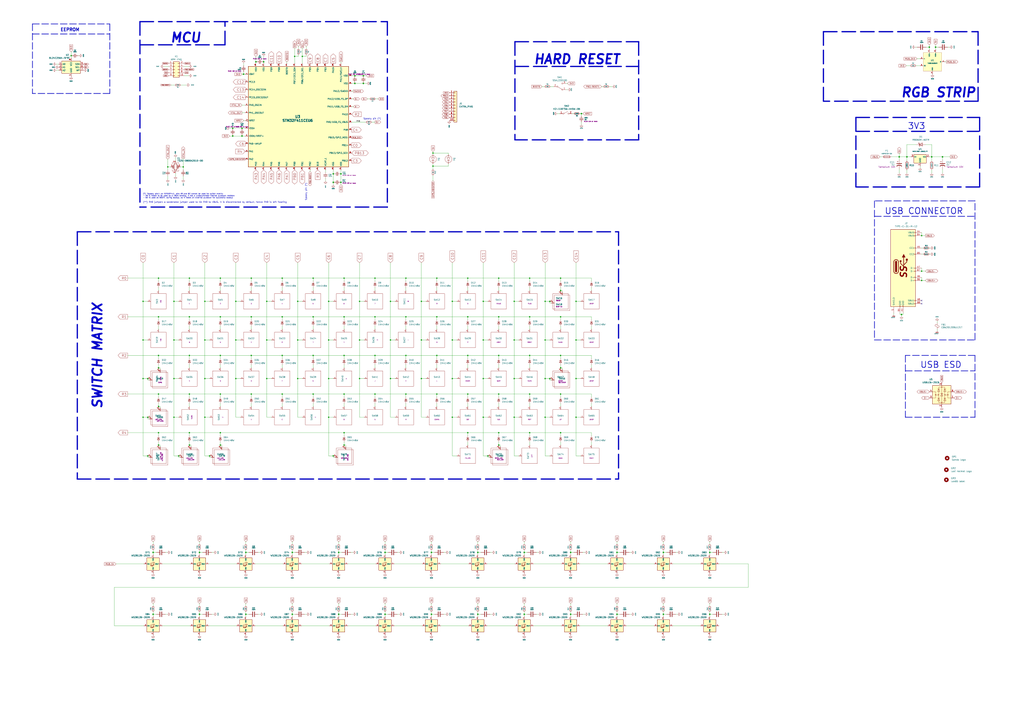
<source format=kicad_sch>
(kicad_sch (version 20210621) (generator eeschema)
  (paper "A1")
  (title_block (title "Loki65 PCB schematic") (date "2021-10-15") (rev "v1.1.1") (company "Designed by Gondolindrim") (comment 1 "For Hayden Chong"))
  (junction (at 58.42 45.72) (diameter 0.9144))
  (junction (at 117.475 247.65))
  (junction (at 117.475 279.4))
  (junction (at 117.475 311.15))
  (junction (at 117.475 342.9))
  (junction (at 121.285 311.15))
  (junction (at 121.285 342.9))
  (junction (at 121.285 374.65))
  (junction (at 125.73 454.025) (diameter 1.016))
  (junction (at 125.73 504.825) (diameter 1.016))
  (junction (at 130.175 228.6))
  (junction (at 130.175 260.35))
  (junction (at 130.175 292.1))
  (junction (at 130.175 302.26))
  (junction (at 130.175 323.85))
  (junction (at 130.175 334.01))
  (junction (at 130.175 355.6))
  (junction (at 130.175 365.76))
  (junction (at 137.795 137.16) (diameter 0.9144))
  (junction (at 142.875 247.65))
  (junction (at 142.875 279.4))
  (junction (at 142.875 311.15))
  (junction (at 142.875 342.9))
  (junction (at 146.685 374.65))
  (junction (at 150.495 137.16) (diameter 0.9144))
  (junction (at 155.575 228.6))
  (junction (at 155.575 260.35))
  (junction (at 155.575 292.1))
  (junction (at 155.575 323.85))
  (junction (at 155.575 355.6))
  (junction (at 155.575 365.76))
  (junction (at 163.83 454.025) (diameter 1.016))
  (junction (at 163.83 504.825) (diameter 1.016))
  (junction (at 168.275 247.65))
  (junction (at 168.275 279.4))
  (junction (at 168.275 311.15))
  (junction (at 168.275 342.9))
  (junction (at 172.085 374.65))
  (junction (at 180.975 228.6))
  (junction (at 180.975 260.35))
  (junction (at 180.975 292.1))
  (junction (at 180.975 323.85))
  (junction (at 180.975 355.6))
  (junction (at 180.975 365.76))
  (junction (at 191.135 105.41) (diameter 1.016))
  (junction (at 191.135 111.76) (diameter 1.016))
  (junction (at 193.675 247.65))
  (junction (at 193.675 279.4))
  (junction (at 193.675 311.15))
  (junction (at 198.755 105.41) (diameter 1.016))
  (junction (at 198.755 111.76) (diameter 1.016))
  (junction (at 200.025 60.96) (diameter 1.016))
  (junction (at 201.93 454.025) (diameter 1.016))
  (junction (at 201.93 504.825) (diameter 1.016))
  (junction (at 206.375 228.6))
  (junction (at 206.375 260.35))
  (junction (at 206.375 292.1))
  (junction (at 206.375 323.85))
  (junction (at 210.185 50.8) (diameter 1.016))
  (junction (at 216.535 50.8) (diameter 1.016))
  (junction (at 219.075 247.65))
  (junction (at 219.075 279.4))
  (junction (at 219.075 311.15))
  (junction (at 231.775 228.6))
  (junction (at 231.775 260.35))
  (junction (at 231.775 292.1))
  (junction (at 231.775 323.85))
  (junction (at 240.03 454.025) (diameter 1.016))
  (junction (at 240.03 504.825) (diameter 1.016))
  (junction (at 241.935 46.355) (diameter 0.9144))
  (junction (at 244.475 247.65))
  (junction (at 244.475 279.4))
  (junction (at 244.475 311.15))
  (junction (at 248.285 46.355) (diameter 0.9144))
  (junction (at 257.175 228.6))
  (junction (at 257.175 260.35))
  (junction (at 257.175 292.1))
  (junction (at 257.175 323.85))
  (junction (at 269.875 247.65))
  (junction (at 269.875 279.4))
  (junction (at 269.875 311.15))
  (junction (at 269.875 342.9))
  (junction (at 273.685 142.875) (diameter 1.016))
  (junction (at 273.685 149.86) (diameter 1.016))
  (junction (at 273.685 374.65))
  (junction (at 278.13 454.025) (diameter 1.016))
  (junction (at 278.13 504.825) (diameter 1.016))
  (junction (at 280.035 142.875) (diameter 1.016))
  (junction (at 280.035 149.86) (diameter 1.016))
  (junction (at 282.575 228.6))
  (junction (at 282.575 260.35))
  (junction (at 282.575 292.1))
  (junction (at 282.575 323.85))
  (junction (at 282.575 355.6))
  (junction (at 282.575 365.76))
  (junction (at 291.465 62.23) (diameter 1.016))
  (junction (at 291.465 68.58) (diameter 1.016))
  (junction (at 295.275 247.65))
  (junction (at 295.275 279.4))
  (junction (at 295.275 311.15))
  (junction (at 298.45 62.23) (diameter 1.016))
  (junction (at 298.45 68.58) (diameter 1.016))
  (junction (at 307.975 228.6))
  (junction (at 307.975 260.35))
  (junction (at 307.975 292.1))
  (junction (at 307.975 323.85))
  (junction (at 316.23 454.025) (diameter 1.016))
  (junction (at 316.23 504.825) (diameter 1.016))
  (junction (at 320.675 247.65))
  (junction (at 320.675 279.4))
  (junction (at 320.675 311.15))
  (junction (at 333.375 228.6))
  (junction (at 333.375 260.35))
  (junction (at 333.375 292.1))
  (junction (at 333.375 323.85))
  (junction (at 346.075 247.65))
  (junction (at 346.075 279.4))
  (junction (at 346.075 311.15))
  (junction (at 354.33 454.025) (diameter 1.016))
  (junction (at 354.33 504.825) (diameter 1.016))
  (junction (at 355.6 125.73))
  (junction (at 355.6 136.525))
  (junction (at 358.775 228.6))
  (junction (at 358.775 260.35))
  (junction (at 358.775 292.1))
  (junction (at 358.775 323.85))
  (junction (at 371.475 247.65))
  (junction (at 371.475 279.4))
  (junction (at 371.475 311.15))
  (junction (at 371.475 342.9))
  (junction (at 384.175 228.6))
  (junction (at 384.175 260.35))
  (junction (at 384.175 292.1))
  (junction (at 384.175 323.85))
  (junction (at 384.175 355.6))
  (junction (at 392.43 454.025) (diameter 1.016))
  (junction (at 392.43 504.825) (diameter 1.016))
  (junction (at 396.875 247.65))
  (junction (at 396.875 279.4))
  (junction (at 396.875 311.15))
  (junction (at 396.875 342.9))
  (junction (at 400.685 374.65))
  (junction (at 409.575 228.6))
  (junction (at 409.575 260.35))
  (junction (at 409.575 292.1))
  (junction (at 409.575 323.85))
  (junction (at 409.575 355.6))
  (junction (at 409.575 365.76))
  (junction (at 422.275 247.65))
  (junction (at 422.275 279.4))
  (junction (at 422.275 311.15))
  (junction (at 422.275 342.9))
  (junction (at 430.53 454.025) (diameter 1.016))
  (junction (at 430.53 504.825) (diameter 1.016))
  (junction (at 434.975 228.6))
  (junction (at 434.975 260.35))
  (junction (at 434.975 292.1))
  (junction (at 434.975 323.85))
  (junction (at 434.975 355.6))
  (junction (at 447.675 247.65))
  (junction (at 447.675 279.4))
  (junction (at 447.675 311.15))
  (junction (at 447.675 342.9))
  (junction (at 451.485 247.65))
  (junction (at 451.485 311.15))
  (junction (at 460.375 228.6))
  (junction (at 460.375 238.76))
  (junction (at 460.375 260.35))
  (junction (at 460.375 292.1))
  (junction (at 460.375 302.26))
  (junction (at 460.375 323.85))
  (junction (at 460.375 355.6))
  (junction (at 468.63 454.025) (diameter 1.016))
  (junction (at 468.63 504.825) (diameter 1.016))
  (junction (at 473.075 247.65))
  (junction (at 473.075 279.4))
  (junction (at 473.075 311.15))
  (junction (at 473.075 342.9))
  (junction (at 477.52 93.345) (diameter 1.016))
  (junction (at 506.73 454.025) (diameter 1.016))
  (junction (at 506.73 504.825) (diameter 1.016))
  (junction (at 544.83 454.025) (diameter 1.016))
  (junction (at 544.83 504.825) (diameter 1.016))
  (junction (at 582.93 454.025) (diameter 1.016))
  (junction (at 582.93 504.825) (diameter 1.016))
  (junction (at 738.505 128.905) (diameter 1.016))
  (junction (at 740.41 258.445) (diameter 1.016))
  (junction (at 744.855 128.905) (diameter 1.016))
  (junction (at 756.92 193.675))
  (junction (at 756.92 222.885))
  (junction (at 756.92 230.505))
  (junction (at 763.27 38.735) (diameter 1.016))
  (junction (at 765.175 128.905) (diameter 1.016))
  (junction (at 768.35 38.735) (diameter 1.016))
  (junction (at 774.065 128.905) (diameter 1.016))
  (no_connect (at 756.92 247.015))
  (no_connect (at 756.92 249.555))
  (wire (pts (xy 46.355 52.705) (xy 48.26 52.705)))
  (wire (pts (xy 46.355 57.785) (xy 48.26 57.785)))
  (wire (pts (xy 58.42 42.545) (xy 58.42 45.72)))
  (wire (pts (xy 58.42 45.72) (xy 58.42 47.625)))
  (wire (pts (xy 58.42 45.72) (xy 59.055 45.72)))
  (wire (pts (xy 64.135 45.72) (xy 64.77 45.72)))
  (wire (pts (xy 93.98 482.6) (xy 614.68 482.6)))
  (wire (pts (xy 93.98 514.35) (xy 93.98 482.6)))
  (wire (pts (xy 93.98 514.35) (xy 118.11 514.35)))
  (wire (pts (xy 95.25 463.55) (xy 118.11 463.55)))
  (wire (pts (xy 104.775 228.6) (xy 130.175 228.6)))
  (wire (pts (xy 104.775 260.35) (xy 130.175 260.35)))
  (wire (pts (xy 104.775 292.1) (xy 130.175 292.1)))
  (wire (pts (xy 104.775 323.85) (xy 130.175 323.85)))
  (wire (pts (xy 104.775 355.6) (xy 130.175 355.6)))
  (wire (pts (xy 117.475 215.9) (xy 117.475 247.65)))
  (wire (pts (xy 117.475 247.65) (xy 117.475 279.4)))
  (wire (pts (xy 117.475 279.4) (xy 117.475 311.15)))
  (wire (pts (xy 117.475 311.15) (xy 117.475 342.9)))
  (wire (pts (xy 117.475 342.9) (xy 117.475 374.65)))
  (wire (pts (xy 121.285 247.65) (xy 117.475 247.65)))
  (wire (pts (xy 121.285 279.4) (xy 117.475 279.4)))
  (wire (pts (xy 121.285 311.15) (xy 117.475 311.15)))
  (wire (pts (xy 121.285 312.42) (xy 121.285 311.15)))
  (wire (pts (xy 121.285 342.9) (xy 117.475 342.9)))
  (wire (pts (xy 121.285 344.17) (xy 121.285 342.9)))
  (wire (pts (xy 121.285 374.65) (xy 117.475 374.65)))
  (wire (pts (xy 121.285 375.92) (xy 121.285 374.65)))
  (wire (pts (xy 121.285 375.92) (xy 122.555 375.92)))
  (wire (pts (xy 122.555 312.42) (xy 121.285 312.42)))
  (wire (pts (xy 122.555 344.17) (xy 121.285 344.17)))
  (wire (pts (xy 125.73 445.135) (xy 125.73 447.04)))
  (wire (pts (xy 125.73 454.025) (xy 125.73 452.12)))
  (wire (pts (xy 125.73 454.025) (xy 125.73 455.93)))
  (wire (pts (xy 125.73 495.935) (xy 125.73 497.84)))
  (wire (pts (xy 125.73 504.825) (xy 125.73 502.92)))
  (wire (pts (xy 125.73 504.825) (xy 125.73 506.73)))
  (wire (pts (xy 128.27 454.025) (xy 125.73 454.025)))
  (wire (pts (xy 128.27 504.825) (xy 125.73 504.825)))
  (wire (pts (xy 130.175 228.6) (xy 130.175 231.14)))
  (wire (pts (xy 130.175 228.6) (xy 155.575 228.6)))
  (wire (pts (xy 130.175 236.22) (xy 130.175 238.76)))
  (wire (pts (xy 130.175 260.35) (xy 130.175 262.89)))
  (wire (pts (xy 130.175 260.35) (xy 155.575 260.35)))
  (wire (pts (xy 130.175 267.97) (xy 130.175 270.51)))
  (wire (pts (xy 130.175 292.1) (xy 130.175 294.64)))
  (wire (pts (xy 130.175 292.1) (xy 155.575 292.1)))
  (wire (pts (xy 130.175 299.72) (xy 130.175 302.26)))
  (wire (pts (xy 130.175 323.85) (xy 130.175 326.39)))
  (wire (pts (xy 130.175 323.85) (xy 155.575 323.85)))
  (wire (pts (xy 130.175 331.47) (xy 130.175 334.01)))
  (wire (pts (xy 130.175 355.6) (xy 130.175 358.14)))
  (wire (pts (xy 130.175 355.6) (xy 155.575 355.6)))
  (wire (pts (xy 130.175 363.22) (xy 130.175 365.76)))
  (wire (pts (xy 131.445 302.26) (xy 130.175 302.26)))
  (wire (pts (xy 131.445 303.53) (xy 131.445 302.26)))
  (wire (pts (xy 131.445 334.01) (xy 130.175 334.01)))
  (wire (pts (xy 131.445 335.28) (xy 131.445 334.01)))
  (wire (pts (xy 131.445 365.76) (xy 130.175 365.76)))
  (wire (pts (xy 131.445 367.03) (xy 131.445 365.76)))
  (wire (pts (xy 133.35 463.55) (xy 156.21 463.55)))
  (wire (pts (xy 133.35 514.35) (xy 156.21 514.35)))
  (wire (pts (xy 134.62 54.61) (xy 138.43 54.61)))
  (wire (pts (xy 137.16 454.025) (xy 135.89 454.025)))
  (wire (pts (xy 137.16 504.825) (xy 135.89 504.825)))
  (wire (pts (xy 137.795 130.81) (xy 137.795 137.16)))
  (wire (pts (xy 137.795 137.16) (xy 140.335 137.16)))
  (wire (pts (xy 137.795 139.7) (xy 137.795 137.16)))
  (wire (pts (xy 137.795 147.32) (xy 137.795 144.78)))
  (wire (pts (xy 140.335 69.85) (xy 143.51 69.85)))
  (wire (pts (xy 142.875 215.9) (xy 142.875 247.65)))
  (wire (pts (xy 142.875 247.65) (xy 142.875 279.4)))
  (wire (pts (xy 142.875 279.4) (xy 142.875 311.15)))
  (wire (pts (xy 142.875 311.15) (xy 142.875 342.9)))
  (wire (pts (xy 142.875 342.9) (xy 142.875 374.65)))
  (wire (pts (xy 144.145 129.54) (xy 144.145 132.08)))
  (wire (pts (xy 144.145 144.78) (xy 144.145 142.24)))
  (wire (pts (xy 146.685 247.65) (xy 142.875 247.65)))
  (wire (pts (xy 146.685 279.4) (xy 142.875 279.4)))
  (wire (pts (xy 146.685 311.15) (xy 142.875 311.15)))
  (wire (pts (xy 146.685 342.9) (xy 142.875 342.9)))
  (wire (pts (xy 146.685 374.65) (xy 142.875 374.65)))
  (wire (pts (xy 146.685 375.92) (xy 146.685 374.65)))
  (wire (pts (xy 147.955 375.92) (xy 146.685 375.92)))
  (wire (pts (xy 148.59 69.85) (xy 153.035 69.85)))
  (wire (pts (xy 150.495 130.175) (xy 150.495 137.16)))
  (wire (pts (xy 150.495 137.16) (xy 147.955 137.16)))
  (wire (pts (xy 150.495 139.7) (xy 150.495 137.16)))
  (wire (pts (xy 150.495 147.32) (xy 150.495 144.78)))
  (wire (pts (xy 154.94 54.61) (xy 151.13 54.61)))
  (wire (pts (xy 154.94 62.23) (xy 151.13 62.23)))
  (wire (pts (xy 155.575 228.6) (xy 155.575 231.14)))
  (wire (pts (xy 155.575 228.6) (xy 180.975 228.6)))
  (wire (pts (xy 155.575 236.22) (xy 155.575 238.76)))
  (wire (pts (xy 155.575 260.35) (xy 155.575 262.89)))
  (wire (pts (xy 155.575 260.35) (xy 180.975 260.35)))
  (wire (pts (xy 155.575 267.97) (xy 155.575 270.51)))
  (wire (pts (xy 155.575 292.1) (xy 155.575 294.64)))
  (wire (pts (xy 155.575 292.1) (xy 180.975 292.1)))
  (wire (pts (xy 155.575 299.72) (xy 155.575 302.26)))
  (wire (pts (xy 155.575 323.85) (xy 155.575 326.39)))
  (wire (pts (xy 155.575 323.85) (xy 180.975 323.85)))
  (wire (pts (xy 155.575 331.47) (xy 155.575 334.01)))
  (wire (pts (xy 155.575 355.6) (xy 155.575 358.14)))
  (wire (pts (xy 155.575 355.6) (xy 180.975 355.6)))
  (wire (pts (xy 155.575 363.22) (xy 155.575 365.76)))
  (wire (pts (xy 155.575 365.76) (xy 156.845 365.76)))
  (wire (pts (xy 156.845 367.03) (xy 156.845 365.76)))
  (wire (pts (xy 163.83 445.135) (xy 163.83 447.04)))
  (wire (pts (xy 163.83 454.025) (xy 163.83 452.12)))
  (wire (pts (xy 163.83 454.025) (xy 163.83 455.93)))
  (wire (pts (xy 163.83 495.935) (xy 163.83 497.84)))
  (wire (pts (xy 163.83 504.825) (xy 163.83 502.92)))
  (wire (pts (xy 163.83 504.825) (xy 163.83 506.73)))
  (wire (pts (xy 166.37 454.025) (xy 163.83 454.025)))
  (wire (pts (xy 166.37 504.825) (xy 163.83 504.825)))
  (wire (pts (xy 168.275 215.9) (xy 168.275 247.65)))
  (wire (pts (xy 168.275 247.65) (xy 168.275 279.4)))
  (wire (pts (xy 168.275 279.4) (xy 168.275 311.15)))
  (wire (pts (xy 168.275 311.15) (xy 168.275 342.9)))
  (wire (pts (xy 168.275 342.9) (xy 168.275 374.65)))
  (wire (pts (xy 171.45 463.55) (xy 194.31 463.55)))
  (wire (pts (xy 171.45 514.35) (xy 194.31 514.35)))
  (wire (pts (xy 172.085 247.65) (xy 168.275 247.65)))
  (wire (pts (xy 172.085 279.4) (xy 168.275 279.4)))
  (wire (pts (xy 172.085 311.15) (xy 168.275 311.15)))
  (wire (pts (xy 172.085 342.9) (xy 168.275 342.9)))
  (wire (pts (xy 172.085 374.65) (xy 168.275 374.65)))
  (wire (pts (xy 172.085 375.92) (xy 172.085 374.65)))
  (wire (pts (xy 173.355 375.92) (xy 172.085 375.92)))
  (wire (pts (xy 175.26 454.025) (xy 173.99 454.025)))
  (wire (pts (xy 175.26 504.825) (xy 173.99 504.825)))
  (wire (pts (xy 180.975 228.6) (xy 180.975 231.14)))
  (wire (pts (xy 180.975 228.6) (xy 206.375 228.6)))
  (wire (pts (xy 180.975 236.22) (xy 180.975 238.76)))
  (wire (pts (xy 180.975 260.35) (xy 180.975 262.89)))
  (wire (pts (xy 180.975 260.35) (xy 206.375 260.35)))
  (wire (pts (xy 180.975 267.97) (xy 180.975 270.51)))
  (wire (pts (xy 180.975 292.1) (xy 180.975 294.64)))
  (wire (pts (xy 180.975 292.1) (xy 206.375 292.1)))
  (wire (pts (xy 180.975 299.72) (xy 180.975 302.26)))
  (wire (pts (xy 180.975 323.85) (xy 180.975 326.39)))
  (wire (pts (xy 180.975 323.85) (xy 206.375 323.85)))
  (wire (pts (xy 180.975 331.47) (xy 180.975 334.01)))
  (wire (pts (xy 180.975 355.6) (xy 180.975 358.14)))
  (wire (pts (xy 180.975 355.6) (xy 282.575 355.6)))
  (wire (pts (xy 180.975 363.22) (xy 180.975 365.76)))
  (wire (pts (xy 182.245 365.76) (xy 180.975 365.76)))
  (wire (pts (xy 182.245 367.03) (xy 182.245 365.76)))
  (wire (pts (xy 182.245 368.3) (xy 180.975 368.3)))
  (wire (pts (xy 188.595 105.41) (xy 191.135 105.41)))
  (wire (pts (xy 188.595 111.76) (xy 191.135 111.76)))
  (wire (pts (xy 191.135 105.41) (xy 191.135 106.045)))
  (wire (pts (xy 191.135 111.125) (xy 191.135 111.76)))
  (wire (pts (xy 193.675 215.9) (xy 193.675 247.65)))
  (wire (pts (xy 193.675 247.65) (xy 193.675 279.4)))
  (wire (pts (xy 193.675 279.4) (xy 193.675 311.15)))
  (wire (pts (xy 193.675 311.15) (xy 193.675 342.9)))
  (wire (pts (xy 197.485 247.65) (xy 193.675 247.65)))
  (wire (pts (xy 197.485 279.4) (xy 193.675 279.4)))
  (wire (pts (xy 197.485 311.15) (xy 193.675 311.15)))
  (wire (pts (xy 197.485 342.9) (xy 193.675 342.9)))
  (wire (pts (xy 198.755 60.96) (xy 200.025 60.96)))
  (wire (pts (xy 198.755 86.36) (xy 201.295 86.36)))
  (wire (pts (xy 198.755 92.71) (xy 201.295 92.71)))
  (wire (pts (xy 198.755 105.41) (xy 191.135 105.41)))
  (wire (pts (xy 198.755 105.41) (xy 198.755 106.045)))
  (wire (pts (xy 198.755 105.41) (xy 201.295 105.41)))
  (wire (pts (xy 198.755 111.125) (xy 198.755 111.76)))
  (wire (pts (xy 198.755 111.76) (xy 191.135 111.76)))
  (wire (pts (xy 198.755 111.76) (xy 201.295 111.76)))
  (wire (pts (xy 200.025 52.07) (xy 200.025 53.975)))
  (wire (pts (xy 200.025 59.055) (xy 200.025 60.96)))
  (wire (pts (xy 200.025 60.96) (xy 201.295 60.96)))
  (wire (pts (xy 200.025 99.06) (xy 201.295 99.06)))
  (wire (pts (xy 201.93 445.135) (xy 201.93 447.04)))
  (wire (pts (xy 201.93 454.025) (xy 201.93 452.12)))
  (wire (pts (xy 201.93 454.025) (xy 201.93 455.93)))
  (wire (pts (xy 201.93 495.935) (xy 201.93 497.84)))
  (wire (pts (xy 201.93 504.825) (xy 201.93 502.92)))
  (wire (pts (xy 201.93 504.825) (xy 201.93 506.73)))
  (wire (pts (xy 204.47 454.025) (xy 201.93 454.025)))
  (wire (pts (xy 204.47 504.825) (xy 201.93 504.825)))
  (wire (pts (xy 206.375 228.6) (xy 206.375 231.14)))
  (wire (pts (xy 206.375 228.6) (xy 231.775 228.6)))
  (wire (pts (xy 206.375 236.22) (xy 206.375 238.76)))
  (wire (pts (xy 206.375 260.35) (xy 206.375 262.89)))
  (wire (pts (xy 206.375 260.35) (xy 231.775 260.35)))
  (wire (pts (xy 206.375 267.97) (xy 206.375 270.51)))
  (wire (pts (xy 206.375 292.1) (xy 206.375 294.64)))
  (wire (pts (xy 206.375 292.1) (xy 231.775 292.1)))
  (wire (pts (xy 206.375 299.72) (xy 206.375 302.26)))
  (wire (pts (xy 206.375 323.85) (xy 206.375 326.39)))
  (wire (pts (xy 206.375 323.85) (xy 231.775 323.85)))
  (wire (pts (xy 206.375 331.47) (xy 206.375 334.01)))
  (wire (pts (xy 209.55 463.55) (xy 232.41 463.55)))
  (wire (pts (xy 209.55 514.35) (xy 232.41 514.35)))
  (wire (pts (xy 210.185 46.355) (xy 210.185 50.8)))
  (wire (pts (xy 210.185 50.8) (xy 210.185 52.07)))
  (wire (pts (xy 210.185 50.8) (xy 210.82 50.8)))
  (wire (pts (xy 213.36 454.025) (xy 212.09 454.025)))
  (wire (pts (xy 213.36 504.825) (xy 212.09 504.825)))
  (wire (pts (xy 215.9 50.8) (xy 216.535 50.8)))
  (wire (pts (xy 216.535 46.355) (xy 216.535 50.8)))
  (wire (pts (xy 216.535 50.8) (xy 216.535 52.07)))
  (wire (pts (xy 219.075 215.9) (xy 219.075 247.65)))
  (wire (pts (xy 219.075 247.65) (xy 219.075 279.4)))
  (wire (pts (xy 219.075 279.4) (xy 219.075 311.15)))
  (wire (pts (xy 219.075 311.15) (xy 219.075 342.9)))
  (wire (pts (xy 222.885 247.65) (xy 219.075 247.65)))
  (wire (pts (xy 222.885 279.4) (xy 219.075 279.4)))
  (wire (pts (xy 222.885 311.15) (xy 219.075 311.15)))
  (wire (pts (xy 222.885 342.9) (xy 219.075 342.9)))
  (wire (pts (xy 231.775 228.6) (xy 231.775 231.14)))
  (wire (pts (xy 231.775 228.6) (xy 257.175 228.6)))
  (wire (pts (xy 231.775 236.22) (xy 231.775 238.76)))
  (wire (pts (xy 231.775 260.35) (xy 231.775 262.89)))
  (wire (pts (xy 231.775 260.35) (xy 257.175 260.35)))
  (wire (pts (xy 231.775 267.97) (xy 231.775 270.51)))
  (wire (pts (xy 231.775 292.1) (xy 231.775 294.64)))
  (wire (pts (xy 231.775 292.1) (xy 257.175 292.1)))
  (wire (pts (xy 231.775 299.72) (xy 231.775 302.26)))
  (wire (pts (xy 231.775 323.85) (xy 231.775 326.39)))
  (wire (pts (xy 231.775 323.85) (xy 257.175 323.85)))
  (wire (pts (xy 231.775 331.47) (xy 231.775 334.01)))
  (wire (pts (xy 235.585 50.8) (xy 235.585 52.07)))
  (wire (pts (xy 240.03 445.135) (xy 240.03 447.04)))
  (wire (pts (xy 240.03 454.025) (xy 240.03 452.12)))
  (wire (pts (xy 240.03 454.025) (xy 240.03 455.93)))
  (wire (pts (xy 240.03 495.935) (xy 240.03 497.84)))
  (wire (pts (xy 240.03 504.825) (xy 240.03 502.92)))
  (wire (pts (xy 240.03 504.825) (xy 240.03 506.73)))
  (wire (pts (xy 241.935 39.37) (xy 241.935 46.355)))
  (wire (pts (xy 241.935 46.355) (xy 241.935 52.07)))
  (wire (pts (xy 242.57 454.025) (xy 240.03 454.025)))
  (wire (pts (xy 242.57 504.825) (xy 240.03 504.825)))
  (wire (pts (xy 244.475 215.9) (xy 244.475 247.65)))
  (wire (pts (xy 244.475 247.65) (xy 244.475 279.4)))
  (wire (pts (xy 244.475 279.4) (xy 244.475 311.15)))
  (wire (pts (xy 244.475 311.15) (xy 244.475 342.9)))
  (wire (pts (xy 245.11 38.1) (xy 245.11 40.005)))
  (wire (pts (xy 245.11 45.085) (xy 245.11 46.355)))
  (wire (pts (xy 245.11 46.355) (xy 241.935 46.355)))
  (wire (pts (xy 247.65 463.55) (xy 270.51 463.55)))
  (wire (pts (xy 247.65 514.35) (xy 270.51 514.35)))
  (wire (pts (xy 248.285 39.37) (xy 248.285 46.355)))
  (wire (pts (xy 248.285 46.355) (xy 248.285 52.07)))
  (wire (pts (xy 248.285 247.65) (xy 244.475 247.65)))
  (wire (pts (xy 248.285 279.4) (xy 244.475 279.4)))
  (wire (pts (xy 248.285 311.15) (xy 244.475 311.15)))
  (wire (pts (xy 248.285 342.9) (xy 244.475 342.9)))
  (wire (pts (xy 251.46 38.1) (xy 251.46 40.005)))
  (wire (pts (xy 251.46 45.085) (xy 251.46 46.355)))
  (wire (pts (xy 251.46 46.355) (xy 248.285 46.355)))
  (wire (pts (xy 251.46 454.025) (xy 250.19 454.025)))
  (wire (pts (xy 251.46 504.825) (xy 250.19 504.825)))
  (wire (pts (xy 254.635 139.7) (xy 254.635 140.97)))
  (wire (pts (xy 257.175 228.6) (xy 257.175 231.14)))
  (wire (pts (xy 257.175 228.6) (xy 282.575 228.6)))
  (wire (pts (xy 257.175 236.22) (xy 257.175 238.76)))
  (wire (pts (xy 257.175 260.35) (xy 257.175 262.89)))
  (wire (pts (xy 257.175 260.35) (xy 282.575 260.35)))
  (wire (pts (xy 257.175 267.97) (xy 257.175 270.51)))
  (wire (pts (xy 257.175 292.1) (xy 257.175 294.64)))
  (wire (pts (xy 257.175 292.1) (xy 282.575 292.1)))
  (wire (pts (xy 257.175 299.72) (xy 257.175 302.26)))
  (wire (pts (xy 257.175 323.85) (xy 257.175 326.39)))
  (wire (pts (xy 257.175 323.85) (xy 282.575 323.85)))
  (wire (pts (xy 257.175 331.47) (xy 257.175 334.01)))
  (wire (pts (xy 267.335 139.7) (xy 267.335 141.605)))
  (wire (pts (xy 267.335 146.685) (xy 267.335 148.59)))
  (wire (pts (xy 269.875 215.9) (xy 269.875 247.65)))
  (wire (pts (xy 269.875 247.65) (xy 269.875 279.4)))
  (wire (pts (xy 269.875 279.4) (xy 269.875 311.15)))
  (wire (pts (xy 269.875 311.15) (xy 269.875 342.9)))
  (wire (pts (xy 269.875 342.9) (xy 269.875 374.65)))
  (wire (pts (xy 273.685 139.7) (xy 273.685 142.875)))
  (wire (pts (xy 273.685 142.875) (xy 273.685 149.86)))
  (wire (pts (xy 273.685 142.875) (xy 274.32 142.875)))
  (wire (pts (xy 273.685 149.86) (xy 273.685 151.765)))
  (wire (pts (xy 273.685 149.86) (xy 274.32 149.86)))
  (wire (pts (xy 273.685 247.65) (xy 269.875 247.65)))
  (wire (pts (xy 273.685 279.4) (xy 269.875 279.4)))
  (wire (pts (xy 273.685 311.15) (xy 269.875 311.15)))
  (wire (pts (xy 273.685 342.9) (xy 269.875 342.9)))
  (wire (pts (xy 273.685 374.65) (xy 269.875 374.65)))
  (wire (pts (xy 273.685 375.92) (xy 273.685 374.65)))
  (wire (pts (xy 274.955 375.92) (xy 273.685 375.92)))
  (wire (pts (xy 278.13 445.135) (xy 278.13 447.04)))
  (wire (pts (xy 278.13 454.025) (xy 278.13 452.12)))
  (wire (pts (xy 278.13 454.025) (xy 278.13 455.93)))
  (wire (pts (xy 278.13 495.935) (xy 278.13 497.84)))
  (wire (pts (xy 278.13 504.825) (xy 278.13 502.92)))
  (wire (pts (xy 278.13 504.825) (xy 278.13 506.73)))
  (wire (pts (xy 279.4 142.875) (xy 280.035 142.875)))
  (wire (pts (xy 279.4 149.86) (xy 280.035 149.86)))
  (wire (pts (xy 280.035 50.8) (xy 280.035 52.07)))
  (wire (pts (xy 280.035 139.7) (xy 280.035 142.875)))
  (wire (pts (xy 280.035 149.86) (xy 280.035 142.875)))
  (wire (pts (xy 280.035 149.86) (xy 280.035 151.765)))
  (wire (pts (xy 280.67 454.025) (xy 278.13 454.025)))
  (wire (pts (xy 280.67 504.825) (xy 278.13 504.825)))
  (wire (pts (xy 282.575 228.6) (xy 282.575 231.14)))
  (wire (pts (xy 282.575 228.6) (xy 307.975 228.6)))
  (wire (pts (xy 282.575 236.22) (xy 282.575 238.76)))
  (wire (pts (xy 282.575 260.35) (xy 282.575 262.89)))
  (wire (pts (xy 282.575 260.35) (xy 307.975 260.35)))
  (wire (pts (xy 282.575 267.97) (xy 282.575 270.51)))
  (wire (pts (xy 282.575 292.1) (xy 282.575 294.64)))
  (wire (pts (xy 282.575 292.1) (xy 307.975 292.1)))
  (wire (pts (xy 282.575 299.72) (xy 282.575 302.26)))
  (wire (pts (xy 282.575 323.85) (xy 282.575 326.39)))
  (wire (pts (xy 282.575 323.85) (xy 307.975 323.85)))
  (wire (pts (xy 282.575 331.47) (xy 282.575 334.01)))
  (wire (pts (xy 282.575 355.6) (xy 282.575 358.14)))
  (wire (pts (xy 282.575 355.6) (xy 384.175 355.6)))
  (wire (pts (xy 282.575 363.22) (xy 282.575 365.76)))
  (wire (pts (xy 282.575 365.76) (xy 283.845 365.76)))
  (wire (pts (xy 283.845 367.03) (xy 283.845 365.76)))
  (wire (pts (xy 285.75 463.55) (xy 308.61 463.55)))
  (wire (pts (xy 285.75 514.35) (xy 308.61 514.35)))
  (wire (pts (xy 288.925 62.23) (xy 291.465 62.23)))
  (wire (pts (xy 288.925 68.58) (xy 291.465 68.58)))
  (wire (pts (xy 288.925 74.93) (xy 290.195 74.93)))
  (wire (pts (xy 288.925 81.28) (xy 290.195 81.28)))
  (wire (pts (xy 288.925 87.63) (xy 290.195 87.63)))
  (wire (pts (xy 288.925 100.33) (xy 300.355 100.33)))
  (wire (pts (xy 289.56 454.025) (xy 288.29 454.025)))
  (wire (pts (xy 289.56 504.825) (xy 288.29 504.825)))
  (wire (pts (xy 291.465 62.23) (xy 291.465 62.865)))
  (wire (pts (xy 291.465 67.945) (xy 291.465 68.58)))
  (wire (pts (xy 295.275 215.9) (xy 295.275 247.65)))
  (wire (pts (xy 295.275 247.65) (xy 295.275 279.4)))
  (wire (pts (xy 295.275 279.4) (xy 295.275 311.15)))
  (wire (pts (xy 295.275 311.15) (xy 295.275 342.9)))
  (wire (pts (xy 298.45 62.23) (xy 291.465 62.23)))
  (wire (pts (xy 298.45 62.23) (xy 298.45 62.865)))
  (wire (pts (xy 298.45 62.23) (xy 300.99 62.23)))
  (wire (pts (xy 298.45 67.945) (xy 298.45 68.58)))
  (wire (pts (xy 298.45 68.58) (xy 291.465 68.58)))
  (wire (pts (xy 298.45 68.58) (xy 300.99 68.58)))
  (wire (pts (xy 299.085 247.65) (xy 295.275 247.65)))
  (wire (pts (xy 299.085 279.4) (xy 295.275 279.4)))
  (wire (pts (xy 299.085 311.15) (xy 295.275 311.15)))
  (wire (pts (xy 299.085 342.9) (xy 295.275 342.9)))
  (wire (pts (xy 303.53 81.28) (xy 301.625 81.28)))
  (wire (pts (xy 305.435 100.33) (xy 307.975 100.33)))
  (wire (pts (xy 307.975 228.6) (xy 307.975 231.14)))
  (wire (pts (xy 307.975 228.6) (xy 333.375 228.6)))
  (wire (pts (xy 307.975 236.22) (xy 307.975 238.76)))
  (wire (pts (xy 307.975 260.35) (xy 307.975 262.89)))
  (wire (pts (xy 307.975 260.35) (xy 333.375 260.35)))
  (wire (pts (xy 307.975 267.97) (xy 307.975 270.51)))
  (wire (pts (xy 307.975 292.1) (xy 307.975 294.64)))
  (wire (pts (xy 307.975 292.1) (xy 333.375 292.1)))
  (wire (pts (xy 307.975 299.72) (xy 307.975 302.26)))
  (wire (pts (xy 307.975 323.85) (xy 307.975 326.39)))
  (wire (pts (xy 307.975 323.85) (xy 333.375 323.85)))
  (wire (pts (xy 307.975 331.47) (xy 307.975 334.01)))
  (wire (pts (xy 310.515 81.28) (xy 308.61 81.28)))
  (wire (pts (xy 316.23 445.135) (xy 316.23 447.04)))
  (wire (pts (xy 316.23 454.025) (xy 316.23 452.12)))
  (wire (pts (xy 316.23 454.025) (xy 316.23 455.93)))
  (wire (pts (xy 316.23 495.935) (xy 316.23 497.84)))
  (wire (pts (xy 316.23 504.825) (xy 316.23 502.92)))
  (wire (pts (xy 316.23 504.825) (xy 316.23 506.73)))
  (wire (pts (xy 318.77 454.025) (xy 316.23 454.025)))
  (wire (pts (xy 318.77 504.825) (xy 316.23 504.825)))
  (wire (pts (xy 320.675 215.9) (xy 320.675 247.65)))
  (wire (pts (xy 320.675 247.65) (xy 320.675 279.4)))
  (wire (pts (xy 320.675 279.4) (xy 320.675 311.15)))
  (wire (pts (xy 320.675 311.15) (xy 320.675 342.9)))
  (wire (pts (xy 323.85 463.55) (xy 346.71 463.55)))
  (wire (pts (xy 323.85 514.35) (xy 346.71 514.35)))
  (wire (pts (xy 324.485 247.65) (xy 320.675 247.65)))
  (wire (pts (xy 324.485 279.4) (xy 320.675 279.4)))
  (wire (pts (xy 324.485 311.15) (xy 320.675 311.15)))
  (wire (pts (xy 324.485 342.9) (xy 320.675 342.9)))
  (wire (pts (xy 327.66 454.025) (xy 326.39 454.025)))
  (wire (pts (xy 327.66 504.825) (xy 326.39 504.825)))
  (wire (pts (xy 333.375 228.6) (xy 333.375 231.14)))
  (wire (pts (xy 333.375 228.6) (xy 358.775 228.6)))
  (wire (pts (xy 333.375 236.22) (xy 333.375 238.76)))
  (wire (pts (xy 333.375 260.35) (xy 333.375 262.89)))
  (wire (pts (xy 333.375 260.35) (xy 358.775 260.35)))
  (wire (pts (xy 333.375 267.97) (xy 333.375 270.51)))
  (wire (pts (xy 333.375 292.1) (xy 333.375 294.64)))
  (wire (pts (xy 333.375 292.1) (xy 358.775 292.1)))
  (wire (pts (xy 333.375 299.72) (xy 333.375 302.26)))
  (wire (pts (xy 333.375 323.85) (xy 333.375 326.39)))
  (wire (pts (xy 333.375 323.85) (xy 358.775 323.85)))
  (wire (pts (xy 333.375 331.47) (xy 333.375 334.01)))
  (wire (pts (xy 346.075 215.9) (xy 346.075 247.65)))
  (wire (pts (xy 346.075 247.65) (xy 346.075 279.4)))
  (wire (pts (xy 346.075 279.4) (xy 346.075 311.15)))
  (wire (pts (xy 346.075 311.15) (xy 346.075 342.9)))
  (wire (pts (xy 349.885 247.65) (xy 346.075 247.65)))
  (wire (pts (xy 349.885 279.4) (xy 346.075 279.4)))
  (wire (pts (xy 349.885 311.15) (xy 346.075 311.15)))
  (wire (pts (xy 349.885 342.9) (xy 346.075 342.9)))
  (wire (pts (xy 354.33 445.135) (xy 354.33 447.04)))
  (wire (pts (xy 354.33 454.025) (xy 354.33 452.12)))
  (wire (pts (xy 354.33 454.025) (xy 354.33 455.93)))
  (wire (pts (xy 354.33 495.935) (xy 354.33 497.84)))
  (wire (pts (xy 354.33 504.825) (xy 354.33 502.92)))
  (wire (pts (xy 354.33 504.825) (xy 354.33 506.73)))
  (wire (pts (xy 355.6 124.46) (xy 355.6 125.73)))
  (wire (pts (xy 355.6 125.73) (xy 355.6 127)))
  (wire (pts (xy 355.6 125.73) (xy 368.3 125.73)))
  (wire (pts (xy 355.6 136.525) (xy 355.6 134.62)))
  (wire (pts (xy 355.6 139.065) (xy 355.6 136.525)))
  (wire (pts (xy 355.6 144.145) (xy 355.6 148.59)))
  (wire (pts (xy 356.87 454.025) (xy 354.33 454.025)))
  (wire (pts (xy 356.87 504.825) (xy 354.33 504.825)))
  (wire (pts (xy 358.775 228.6) (xy 358.775 231.14)))
  (wire (pts (xy 358.775 228.6) (xy 384.175 228.6)))
  (wire (pts (xy 358.775 236.22) (xy 358.775 238.76)))
  (wire (pts (xy 358.775 260.35) (xy 358.775 262.89)))
  (wire (pts (xy 358.775 260.35) (xy 384.175 260.35)))
  (wire (pts (xy 358.775 267.97) (xy 358.775 270.51)))
  (wire (pts (xy 358.775 292.1) (xy 358.775 294.64)))
  (wire (pts (xy 358.775 292.1) (xy 384.175 292.1)))
  (wire (pts (xy 358.775 299.72) (xy 358.775 302.26)))
  (wire (pts (xy 358.775 323.85) (xy 358.775 326.39)))
  (wire (pts (xy 358.775 323.85) (xy 384.175 323.85)))
  (wire (pts (xy 358.775 331.47) (xy 358.775 334.01)))
  (wire (pts (xy 361.95 463.55) (xy 384.81 463.55)))
  (wire (pts (xy 361.95 514.35) (xy 384.81 514.35)))
  (wire (pts (xy 365.76 454.025) (xy 364.49 454.025)))
  (wire (pts (xy 365.76 504.825) (xy 364.49 504.825)))
  (wire (pts (xy 368.3 125.73) (xy 368.3 127)))
  (wire (pts (xy 368.3 134.62) (xy 368.3 136.525)))
  (wire (pts (xy 368.3 136.525) (xy 355.6 136.525)))
  (wire (pts (xy 371.475 215.9) (xy 371.475 247.65)))
  (wire (pts (xy 371.475 247.65) (xy 371.475 279.4)))
  (wire (pts (xy 371.475 279.4) (xy 371.475 311.15)))
  (wire (pts (xy 371.475 311.15) (xy 371.475 342.9)))
  (wire (pts (xy 371.475 342.9) (xy 371.475 374.65)))
  (wire (pts (xy 375.285 247.65) (xy 371.475 247.65)))
  (wire (pts (xy 375.285 279.4) (xy 371.475 279.4)))
  (wire (pts (xy 375.285 311.15) (xy 371.475 311.15)))
  (wire (pts (xy 375.285 342.9) (xy 371.475 342.9)))
  (wire (pts (xy 375.285 374.65) (xy 371.475 374.65)))
  (wire (pts (xy 384.175 228.6) (xy 384.175 231.14)))
  (wire (pts (xy 384.175 228.6) (xy 409.575 228.6)))
  (wire (pts (xy 384.175 236.22) (xy 384.175 238.76)))
  (wire (pts (xy 384.175 260.35) (xy 384.175 262.89)))
  (wire (pts (xy 384.175 260.35) (xy 409.575 260.35)))
  (wire (pts (xy 384.175 267.97) (xy 384.175 270.51)))
  (wire (pts (xy 384.175 292.1) (xy 384.175 294.64)))
  (wire (pts (xy 384.175 292.1) (xy 409.575 292.1)))
  (wire (pts (xy 384.175 299.72) (xy 384.175 302.26)))
  (wire (pts (xy 384.175 323.85) (xy 384.175 326.39)))
  (wire (pts (xy 384.175 323.85) (xy 409.575 323.85)))
  (wire (pts (xy 384.175 331.47) (xy 384.175 334.01)))
  (wire (pts (xy 384.175 355.6) (xy 384.175 358.14)))
  (wire (pts (xy 384.175 355.6) (xy 409.575 355.6)))
  (wire (pts (xy 384.175 363.22) (xy 384.175 365.76)))
  (wire (pts (xy 392.43 445.135) (xy 392.43 447.04)))
  (wire (pts (xy 392.43 454.025) (xy 392.43 452.12)))
  (wire (pts (xy 392.43 454.025) (xy 392.43 455.93)))
  (wire (pts (xy 392.43 495.935) (xy 392.43 497.84)))
  (wire (pts (xy 392.43 504.825) (xy 392.43 502.92)))
  (wire (pts (xy 392.43 504.825) (xy 392.43 506.73)))
  (wire (pts (xy 394.97 454.025) (xy 392.43 454.025)))
  (wire (pts (xy 394.97 504.825) (xy 392.43 504.825)))
  (wire (pts (xy 396.875 215.9) (xy 396.875 247.65)))
  (wire (pts (xy 396.875 247.65) (xy 396.875 279.4)))
  (wire (pts (xy 396.875 279.4) (xy 396.875 311.15)))
  (wire (pts (xy 396.875 311.15) (xy 396.875 342.9)))
  (wire (pts (xy 396.875 342.9) (xy 396.875 374.65)))
  (wire (pts (xy 400.05 463.55) (xy 422.91 463.55)))
  (wire (pts (xy 400.05 514.35) (xy 422.91 514.35)))
  (wire (pts (xy 400.685 247.65) (xy 396.875 247.65)))
  (wire (pts (xy 400.685 279.4) (xy 396.875 279.4)))
  (wire (pts (xy 400.685 311.15) (xy 396.875 311.15)))
  (wire (pts (xy 400.685 342.9) (xy 396.875 342.9)))
  (wire (pts (xy 400.685 374.65) (xy 396.875 374.65)))
  (wire (pts (xy 400.685 375.92) (xy 400.685 374.65)))
  (wire (pts (xy 401.955 375.92) (xy 400.685 375.92)))
  (wire (pts (xy 403.86 454.025) (xy 402.59 454.025)))
  (wire (pts (xy 403.86 504.825) (xy 402.59 504.825)))
  (wire (pts (xy 409.575 228.6) (xy 409.575 231.14)))
  (wire (pts (xy 409.575 228.6) (xy 434.975 228.6)))
  (wire (pts (xy 409.575 236.22) (xy 409.575 238.76)))
  (wire (pts (xy 409.575 260.35) (xy 409.575 262.89)))
  (wire (pts (xy 409.575 260.35) (xy 434.975 260.35)))
  (wire (pts (xy 409.575 267.97) (xy 409.575 270.51)))
  (wire (pts (xy 409.575 292.1) (xy 409.575 294.64)))
  (wire (pts (xy 409.575 292.1) (xy 434.975 292.1)))
  (wire (pts (xy 409.575 299.72) (xy 409.575 302.26)))
  (wire (pts (xy 409.575 323.85) (xy 409.575 326.39)))
  (wire (pts (xy 409.575 323.85) (xy 434.975 323.85)))
  (wire (pts (xy 409.575 331.47) (xy 409.575 334.01)))
  (wire (pts (xy 409.575 355.6) (xy 409.575 358.14)))
  (wire (pts (xy 409.575 355.6) (xy 434.975 355.6)))
  (wire (pts (xy 409.575 363.22) (xy 409.575 365.76)))
  (wire (pts (xy 410.845 365.76) (xy 409.575 365.76)))
  (wire (pts (xy 410.845 367.03) (xy 410.845 365.76)))
  (wire (pts (xy 422.275 215.9) (xy 422.275 247.65)))
  (wire (pts (xy 422.275 247.65) (xy 422.275 279.4)))
  (wire (pts (xy 422.275 279.4) (xy 422.275 311.15)))
  (wire (pts (xy 422.275 311.15) (xy 422.275 342.9)))
  (wire (pts (xy 422.275 342.9) (xy 422.275 374.65)))
  (wire (pts (xy 426.085 247.65) (xy 422.275 247.65)))
  (wire (pts (xy 426.085 279.4) (xy 422.275 279.4)))
  (wire (pts (xy 426.085 311.15) (xy 422.275 311.15)))
  (wire (pts (xy 426.085 342.9) (xy 422.275 342.9)))
  (wire (pts (xy 426.085 374.65) (xy 422.275 374.65)))
  (wire (pts (xy 430.53 445.135) (xy 430.53 447.04)))
  (wire (pts (xy 430.53 454.025) (xy 430.53 452.12)))
  (wire (pts (xy 430.53 454.025) (xy 430.53 455.93)))
  (wire (pts (xy 430.53 495.935) (xy 430.53 497.84)))
  (wire (pts (xy 430.53 504.825) (xy 430.53 502.92)))
  (wire (pts (xy 430.53 504.825) (xy 430.53 506.73)))
  (wire (pts (xy 433.07 454.025) (xy 430.53 454.025)))
  (wire (pts (xy 433.07 504.825) (xy 430.53 504.825)))
  (wire (pts (xy 434.975 228.6) (xy 434.975 231.14)))
  (wire (pts (xy 434.975 228.6) (xy 460.375 228.6)))
  (wire (pts (xy 434.975 236.22) (xy 434.975 238.76)))
  (wire (pts (xy 434.975 260.35) (xy 434.975 262.89)))
  (wire (pts (xy 434.975 260.35) (xy 460.375 260.35)))
  (wire (pts (xy 434.975 267.97) (xy 434.975 270.51)))
  (wire (pts (xy 434.975 292.1) (xy 434.975 294.64)))
  (wire (pts (xy 434.975 292.1) (xy 460.375 292.1)))
  (wire (pts (xy 434.975 299.72) (xy 434.975 302.26)))
  (wire (pts (xy 434.975 323.85) (xy 434.975 326.39)))
  (wire (pts (xy 434.975 323.85) (xy 460.375 323.85)))
  (wire (pts (xy 434.975 331.47) (xy 434.975 334.01)))
  (wire (pts (xy 434.975 355.6) (xy 434.975 358.14)))
  (wire (pts (xy 434.975 355.6) (xy 460.375 355.6)))
  (wire (pts (xy 434.975 363.22) (xy 434.975 365.76)))
  (wire (pts (xy 438.15 463.55) (xy 461.01 463.55)))
  (wire (pts (xy 438.15 514.35) (xy 461.01 514.35)))
  (wire (pts (xy 441.96 454.025) (xy 440.69 454.025)))
  (wire (pts (xy 441.96 504.825) (xy 440.69 504.825)))
  (wire (pts (xy 445.135 71.12) (xy 447.04 71.12)))
  (wire (pts (xy 447.675 215.9) (xy 447.675 247.65)))
  (wire (pts (xy 447.675 247.65) (xy 447.675 279.4)))
  (wire (pts (xy 447.675 279.4) (xy 447.675 311.15)))
  (wire (pts (xy 447.675 311.15) (xy 447.675 342.9)))
  (wire (pts (xy 447.675 342.9) (xy 447.675 374.65)))
  (wire (pts (xy 451.485 247.65) (xy 447.675 247.65)))
  (wire (pts (xy 451.485 248.92) (xy 451.485 247.65)))
  (wire (pts (xy 451.485 279.4) (xy 447.675 279.4)))
  (wire (pts (xy 451.485 311.15) (xy 447.675 311.15)))
  (wire (pts (xy 451.485 311.15) (xy 451.485 312.42)))
  (wire (pts (xy 451.485 312.42) (xy 452.755 312.42)))
  (wire (pts (xy 451.485 342.9) (xy 447.675 342.9)))
  (wire (pts (xy 451.485 374.65) (xy 447.675 374.65)))
  (wire (pts (xy 452.12 71.12) (xy 454.66 71.12)))
  (wire (pts (xy 452.755 248.92) (xy 451.485 248.92)))
  (wire (pts (xy 457.835 93.345) (xy 459.74 93.345)))
  (wire (pts (xy 460.375 228.6) (xy 460.375 231.14)))
  (wire (pts (xy 460.375 228.6) (xy 485.775 228.6)))
  (wire (pts (xy 460.375 236.22) (xy 460.375 238.76)))
  (wire (pts (xy 460.375 260.35) (xy 460.375 262.89)))
  (wire (pts (xy 460.375 260.35) (xy 485.775 260.35)))
  (wire (pts (xy 460.375 267.97) (xy 460.375 270.51)))
  (wire (pts (xy 460.375 292.1) (xy 460.375 294.64)))
  (wire (pts (xy 460.375 292.1) (xy 485.775 292.1)))
  (wire (pts (xy 460.375 299.72) (xy 460.375 302.26)))
  (wire (pts (xy 460.375 302.26) (xy 461.645 302.26)))
  (wire (pts (xy 460.375 323.85) (xy 460.375 326.39)))
  (wire (pts (xy 460.375 323.85) (xy 485.775 323.85)))
  (wire (pts (xy 460.375 331.47) (xy 460.375 334.01)))
  (wire (pts (xy 460.375 355.6) (xy 460.375 358.14)))
  (wire (pts (xy 460.375 355.6) (xy 485.775 355.6)))
  (wire (pts (xy 460.375 363.22) (xy 460.375 365.76)))
  (wire (pts (xy 461.645 238.76) (xy 460.375 238.76)))
  (wire (pts (xy 461.645 240.03) (xy 461.645 238.76)))
  (wire (pts (xy 461.645 303.53) (xy 461.645 302.26)))
  (wire (pts (xy 464.82 68.58) (xy 466.09 68.58)))
  (wire (pts (xy 464.82 73.66) (xy 466.09 73.66)))
  (wire (pts (xy 468.63 445.135) (xy 468.63 447.04)))
  (wire (pts (xy 468.63 454.025) (xy 468.63 452.12)))
  (wire (pts (xy 468.63 454.025) (xy 468.63 455.93)))
  (wire (pts (xy 468.63 495.935) (xy 468.63 497.84)))
  (wire (pts (xy 468.63 504.825) (xy 468.63 502.92)))
  (wire (pts (xy 468.63 504.825) (xy 468.63 506.73)))
  (wire (pts (xy 471.17 93.345) (xy 469.9 93.345)))
  (wire (pts (xy 471.17 454.025) (xy 468.63 454.025)))
  (wire (pts (xy 471.17 504.825) (xy 468.63 504.825)))
  (wire (pts (xy 473.075 215.9) (xy 473.075 247.65)))
  (wire (pts (xy 473.075 247.65) (xy 473.075 279.4)))
  (wire (pts (xy 473.075 279.4) (xy 473.075 311.15)))
  (wire (pts (xy 473.075 311.15) (xy 473.075 342.9)))
  (wire (pts (xy 473.075 342.9) (xy 473.075 374.65)))
  (wire (pts (xy 476.25 463.55) (xy 499.11 463.55)))
  (wire (pts (xy 476.25 514.35) (xy 499.11 514.35)))
  (wire (pts (xy 476.885 247.65) (xy 473.075 247.65)))
  (wire (pts (xy 476.885 279.4) (xy 473.075 279.4)))
  (wire (pts (xy 476.885 311.15) (xy 473.075 311.15)))
  (wire (pts (xy 476.885 342.9) (xy 473.075 342.9)))
  (wire (pts (xy 476.885 374.65) (xy 473.075 374.65)))
  (wire (pts (xy 477.52 93.345) (xy 476.25 93.345)))
  (wire (pts (xy 477.52 95.25) (xy 477.52 93.345)))
  (wire (pts (xy 477.52 102.235) (xy 477.52 100.33)))
  (wire (pts (xy 478.79 93.345) (xy 477.52 93.345)))
  (wire (pts (xy 480.06 454.025) (xy 478.79 454.025)))
  (wire (pts (xy 480.06 504.825) (xy 478.79 504.825)))
  (wire (pts (xy 485.775 228.6) (xy 485.775 231.14)))
  (wire (pts (xy 485.775 236.22) (xy 485.775 238.76)))
  (wire (pts (xy 485.775 260.35) (xy 485.775 262.89)))
  (wire (pts (xy 485.775 267.97) (xy 485.775 270.51)))
  (wire (pts (xy 485.775 292.1) (xy 485.775 294.64)))
  (wire (pts (xy 485.775 299.72) (xy 485.775 302.26)))
  (wire (pts (xy 485.775 323.85) (xy 485.775 326.39)))
  (wire (pts (xy 485.775 331.47) (xy 485.775 334.01)))
  (wire (pts (xy 485.775 355.6) (xy 485.775 358.14)))
  (wire (pts (xy 485.775 363.22) (xy 485.775 365.76)))
  (wire (pts (xy 494.03 71.12) (xy 495.3 71.12)))
  (wire (pts (xy 500.38 71.12) (xy 502.92 71.12)))
  (wire (pts (xy 506.73 445.135) (xy 506.73 447.04)))
  (wire (pts (xy 506.73 454.025) (xy 506.73 452.12)))
  (wire (pts (xy 506.73 454.025) (xy 506.73 455.93)))
  (wire (pts (xy 506.73 495.935) (xy 506.73 497.84)))
  (wire (pts (xy 506.73 504.825) (xy 506.73 502.92)))
  (wire (pts (xy 506.73 504.825) (xy 506.73 506.73)))
  (wire (pts (xy 509.27 454.025) (xy 506.73 454.025)))
  (wire (pts (xy 509.27 504.825) (xy 506.73 504.825)))
  (wire (pts (xy 514.35 463.55) (xy 537.21 463.55)))
  (wire (pts (xy 514.35 514.35) (xy 537.21 514.35)))
  (wire (pts (xy 518.16 454.025) (xy 516.89 454.025)))
  (wire (pts (xy 518.16 504.825) (xy 516.89 504.825)))
  (wire (pts (xy 544.83 445.135) (xy 544.83 447.04)))
  (wire (pts (xy 544.83 454.025) (xy 544.83 452.12)))
  (wire (pts (xy 544.83 454.025) (xy 544.83 455.93)))
  (wire (pts (xy 544.83 495.935) (xy 544.83 497.84)))
  (wire (pts (xy 544.83 504.825) (xy 544.83 502.92)))
  (wire (pts (xy 544.83 504.825) (xy 544.83 506.73)))
  (wire (pts (xy 547.37 454.025) (xy 544.83 454.025)))
  (wire (pts (xy 547.37 504.825) (xy 544.83 504.825)))
  (wire (pts (xy 552.45 463.55) (xy 575.31 463.55)))
  (wire (pts (xy 552.45 514.35) (xy 575.31 514.35)))
  (wire (pts (xy 556.26 454.025) (xy 554.99 454.025)))
  (wire (pts (xy 556.26 504.825) (xy 554.99 504.825)))
  (wire (pts (xy 582.93 445.135) (xy 582.93 447.04)))
  (wire (pts (xy 582.93 454.025) (xy 582.93 452.12)))
  (wire (pts (xy 582.93 454.025) (xy 582.93 455.93)))
  (wire (pts (xy 582.93 495.935) (xy 582.93 497.84)))
  (wire (pts (xy 582.93 504.825) (xy 582.93 502.92)))
  (wire (pts (xy 582.93 504.825) (xy 582.93 506.73)))
  (wire (pts (xy 585.47 454.025) (xy 582.93 454.025)))
  (wire (pts (xy 585.47 504.825) (xy 582.93 504.825)))
  (wire (pts (xy 594.36 454.025) (xy 593.09 454.025)))
  (wire (pts (xy 594.36 504.825) (xy 593.09 504.825)))
  (wire (pts (xy 614.68 463.55) (xy 590.55 463.55)))
  (wire (pts (xy 614.68 482.6) (xy 614.68 463.55)))
  (wire (pts (xy 722.63 128.905) (xy 724.535 128.905)))
  (wire (pts (xy 732.155 128.905) (xy 738.505 128.905)))
  (wire (pts (xy 734.06 257.175) (xy 734.06 258.445)))
  (wire (pts (xy 738.505 125.73) (xy 738.505 128.905)))
  (wire (pts (xy 738.505 128.905) (xy 738.505 131.445)))
  (wire (pts (xy 738.505 139.065) (xy 738.505 142.24)))
  (wire (pts (xy 739.14 257.175) (xy 739.14 258.445)))
  (wire (pts (xy 739.14 258.445) (xy 740.41 258.445)))
  (wire (pts (xy 740.41 258.445) (xy 740.41 259.715)))
  (wire (pts (xy 740.41 258.445) (xy 741.68 258.445)))
  (wire (pts (xy 741.68 258.445) (xy 741.68 257.175)))
  (wire (pts (xy 744.22 53.975) (xy 747.395 53.975)))
  (wire (pts (xy 744.855 118.745) (xy 752.475 118.745)))
  (wire (pts (xy 744.855 128.905) (xy 738.505 128.905)))
  (wire (pts (xy 744.855 128.905) (xy 744.855 118.745)))
  (wire (pts (xy 744.855 128.905) (xy 748.03 128.905)))
  (wire (pts (xy 744.855 132.08) (xy 744.855 128.905)))
  (wire (pts (xy 744.855 142.24) (xy 744.855 139.7)))
  (wire (pts (xy 751.84 38.735) (xy 753.11 38.735)))
  (wire (pts (xy 752.475 53.975) (xy 755.65 53.975)))
  (wire (pts (xy 753.11 48.26) (xy 755.65 48.26)))
  (wire (pts (xy 755.65 136.525) (xy 755.65 137.795)))
  (wire (pts (xy 756.92 191.135) (xy 756.92 193.675)))
  (wire (pts (xy 756.92 203.835) (xy 758.19 203.835)))
  (wire (pts (xy 756.92 208.915) (xy 758.19 208.915)))
  (wire (pts (xy 756.92 220.345) (xy 756.92 222.885)))
  (wire (pts (xy 756.92 222.885) (xy 760.095 222.885)))
  (wire (pts (xy 756.92 227.965) (xy 756.92 230.505)))
  (wire (pts (xy 756.92 230.505) (xy 760.095 230.505)))
  (wire (pts (xy 760.095 118.745) (xy 765.175 118.745)))
  (wire (pts (xy 760.095 193.675) (xy 756.92 193.675)))
  (wire (pts (xy 760.73 38.735) (xy 763.27 38.735)))
  (wire (pts (xy 763.27 36.83) (xy 763.27 38.735)))
  (wire (pts (xy 763.27 38.735) (xy 763.27 40.64)))
  (wire (pts (xy 763.27 128.905) (xy 765.175 128.905)))
  (wire (pts (xy 763.27 203.835) (xy 763.905 203.835)))
  (wire (pts (xy 763.27 208.915) (xy 763.905 208.915)))
  (wire (pts (xy 765.175 118.745) (xy 765.175 128.905)))
  (wire (pts (xy 765.175 128.905) (xy 765.175 132.08)))
  (wire (pts (xy 765.175 142.24) (xy 765.175 139.7)))
  (wire (pts (xy 768.35 38.735) (xy 768.35 36.83)))
  (wire (pts (xy 768.35 38.735) (xy 768.35 40.64)))
  (wire (pts (xy 769.62 264.16) (xy 769.62 265.43)))
  (wire (pts (xy 769.62 270.51) (xy 769.62 271.78)))
  (wire (pts (xy 770.89 38.735) (xy 768.35 38.735)))
  (wire (pts (xy 774.065 128.905) (xy 765.175 128.905)))
  (wire (pts (xy 774.065 128.905) (xy 774.065 131.445)))
  (wire (pts (xy 774.065 139.065) (xy 774.065 142.24)))
  (wire (pts (xy 775.97 50.8) (xy 777.24 50.8)))
  (wire (pts (xy 779.78 38.735) (xy 778.51 38.735)))
  (wire (pts (xy 780.415 128.905) (xy 774.065 128.905)))
  (polyline (pts (xy 26.67 19.685) (xy 26.67 76.835)) (stroke (width 0.508) (type dash)))
  (polyline (pts (xy 26.67 19.685) (xy 90.17 19.685)) (stroke (width 0.508) (type dash)))
  (polyline (pts (xy 26.67 27.94) (xy 90.17 27.94)) (stroke (width 0.508) (type dash)))
  (polyline (pts (xy 63.5 190.5) (xy 63.5 393.7)) (stroke (width 1.016) (type dash)))
  (polyline (pts (xy 63.5 190.5) (xy 508 190.5)) (stroke (width 1.016) (type dash)))
  (polyline (pts (xy 63.5 393.7) (xy 508 393.7)) (stroke (width 1.016) (type dash)))
  (polyline (pts (xy 90.17 19.685) (xy 90.17 76.835)) (stroke (width 0.508) (type dash)))
  (polyline (pts (xy 90.17 76.835) (xy 26.67 76.835)) (stroke (width 0.508) (type dash)))
  (polyline (pts (xy 114.935 17.78) (xy 114.935 170.18)) (stroke (width 1.016) (type dash)))
  (polyline (pts (xy 114.935 17.78) (xy 318.135 17.78)) (stroke (width 1.016) (type dash)))
  (polyline (pts (xy 114.935 36.83) (xy 184.785 36.83)) (stroke (width 1.016) (type dash)))
  (polyline (pts (xy 184.785 36.83) (xy 184.785 17.78)) (stroke (width 1.016) (type dash)))
  (polyline (pts (xy 318.135 17.78) (xy 318.135 170.18)) (stroke (width 1.016) (type dash)))
  (polyline (pts (xy 318.135 170.18) (xy 114.935 170.18)) (stroke (width 1.016) (type dash)))
  (polyline (pts (xy 422.91 34.29) (xy 422.91 114.935)) (stroke (width 1.016) (type dash)))
  (polyline (pts (xy 422.91 34.29) (xy 524.51 34.29)) (stroke (width 1.016) (type dash)))
  (polyline (pts (xy 422.91 54.61) (xy 524.51 54.61)) (stroke (width 1.016) (type dash)))
  (polyline (pts (xy 508 190.5) (xy 508 393.7)) (stroke (width 1.016) (type dash)))
  (polyline (pts (xy 524.51 34.29) (xy 524.51 114.935)) (stroke (width 1.016) (type dash)))
  (polyline (pts (xy 524.51 114.935) (xy 422.91 114.935)) (stroke (width 1.016) (type dash)))
  (polyline (pts (xy 676.275 26.035) (xy 676.275 83.185)) (stroke (width 1.016) (type dash)))
  (polyline (pts (xy 676.275 26.035) (xy 803.275 26.035)) (stroke (width 1.016) (type dash)))
  (polyline (pts (xy 702.945 96.52) (xy 702.945 153.67)) (stroke (width 1.016) (type dash)))
  (polyline (pts (xy 702.945 96.52) (xy 804.545 96.52)) (stroke (width 1.016) (type dash)))
  (polyline (pts (xy 702.945 107.95) (xy 803.91 107.95)) (stroke (width 1.016) (type dash)))
  (polyline (pts (xy 718.185 165.1) (xy 718.185 279.4)) (stroke (width 0.508) (type dash)))
  (polyline (pts (xy 718.185 177.8) (xy 800.735 177.8)) (stroke (width 0.508) (type dash)))
  (polyline (pts (xy 718.185 279.4) (xy 800.735 279.4)) (stroke (width 0.508) (type dash)))
  (polyline (pts (xy 743.585 292.1) (xy 743.585 342.9)) (stroke (width 0.508) (type dash)))
  (polyline (pts (xy 743.585 304.8) (xy 800.735 304.8)) (stroke (width 0.508) (type dash)))
  (polyline (pts (xy 743.585 342.9) (xy 800.735 342.9)) (stroke (width 0.508) (type dash)))
  (polyline (pts (xy 800.735 165.1) (xy 718.185 165.1)) (stroke (width 0.508) (type dash)))
  (polyline (pts (xy 800.735 279.4) (xy 800.735 165.1)) (stroke (width 0.508) (type dash)))
  (polyline (pts (xy 800.735 292.1) (xy 743.585 292.1)) (stroke (width 0.508) (type dash)))
  (polyline (pts (xy 800.735 342.9) (xy 800.735 292.1)) (stroke (width 0.508) (type dash)))
  (polyline (pts (xy 803.275 26.035) (xy 803.275 83.185)) (stroke (width 1.016) (type dash)))
  (polyline (pts (xy 803.275 83.185) (xy 676.275 83.185)) (stroke (width 1.016) (type dash)))
  (polyline (pts (xy 804.545 96.52) (xy 804.545 153.67)) (stroke (width 1.016) (type dash)))
  (polyline (pts (xy 804.545 153.67) (xy 702.945 153.67)) (stroke (width 1.016) (type dash)))
  (text "EEPROM" (at 49.53 26.035 0) (effects (font (size 2.54 2.54) (thickness 0.508) bold) (justify left bottom)))
  (text "SWITCH MATRIX" (at 84.455 248.285 270) (effects (font (size 7.62 7.62) (thickness 1.524) bold italic) (justify right bottom)))
  (text "(*) \"Spooky pins\": on STM32F4x1, pins A9 and B2 cannot be used for switch matrix:\n- A9 is meant to be used as a VBUS sensing. It has a undocumented internal pulldown resistor;\n- B2 is used as BOOT1 during bootup, so it needs an external pulldown for successful bootup\n" (at 117.475 163.195 0) (effects (font (size 1 1)) (justify left bottom)))
  (text "(**) PA9 jumper: a solderable jumper used to tie PA9 to VBUS. It is disconnected by default, hence PA9 is left floating" (at 117.475 167.005 0) (effects (font (size 1.27 1.27)) (justify left bottom)))
  (text "MCU" (at 165.735 35.56 180) (effects (font (size 7.62 7.62) (thickness 1.524) bold italic) (justify right bottom)))
  (text "Spooky pin (*)" (at 252.095 150.495 270) (effects (font (size 1.27 1.27)) (justify right bottom)))
  (text "Spooky pin (*)" (at 298.45 98.425 0) (effects (font (size 1.27 1.27)) (justify left bottom)))
  (text "HARD RESET" (at 509.905 53.34 180) (effects (font (size 7.62 7.62) (thickness 1.524) bold italic) (justify right bottom)))
  (text "USB CONNECTOR" (at 726.44 176.53 0) (effects (font (size 5.08 5.08) (thickness 0.508) bold) (justify left bottom)))
  (text "USB ESD" (at 755.65 302.895 0) (effects (font (size 5.08 5.08) (thickness 0.508) bold) (justify left bottom)))
  (text "3V3" (at 760.095 106.68 180) (effects (font (size 5.08 5.08) (thickness 0.508) bold) (justify right bottom)))
  (text "RGB STRIP" (at 802.005 80.645 180) (effects (font (size 7.62 7.62) (thickness 1.524) bold italic) (justify right bottom)))
  (label "PA9" (at 292.735 100.33 0) (effects (font (size 1 1))))
  (global_label "3V3" (shape input) (at 58.42 42.545 90) (property "Intersheet References" "${INTERSHEET_REFS}" (effects hide)))
  (global_label "SDA" (shape bidirectional) (at 68.58 52.705 0) (effects (font (size 0.762 0.762))) (property "Intersheet References" "${INTERSHEET_REFS}" (effects hide)))
  (global_label "SCL" (shape bidirectional) (at 68.58 55.245 0) (effects (font (size 0.762 0.762))) (property "Intersheet References" "${INTERSHEET_REFS}" (effects hide)))
  (global_label "RGB_5V" (shape input) (at 95.25 463.55 180) (property "Intersheet References" "${INTERSHEET_REFS}" (effects hide)))
  (global_label "R0" (shape output) (at 104.775 228.6 180) (effects (font (size 2.032 2.032))) (property "Intersheet References" "${INTERSHEET_REFS}" (effects hide)))
  (global_label "R1" (shape output) (at 104.775 260.35 180) (effects (font (size 2.032 2.032))) (property "Intersheet References" "${INTERSHEET_REFS}" (effects hide)))
  (global_label "R2" (shape output) (at 104.775 292.1 180) (effects (font (size 2.032 2.032))) (property "Intersheet References" "${INTERSHEET_REFS}" (effects hide)))
  (global_label "R3" (shape output) (at 104.775 323.85 180) (effects (font (size 2.032 2.032))) (property "Intersheet References" "${INTERSHEET_REFS}" (effects hide)))
  (global_label "R4" (shape output) (at 104.775 355.6 180) (effects (font (size 2.032 2.032))) (property "Intersheet References" "${INTERSHEET_REFS}" (effects hide)))
  (global_label "C0" (shape input) (at 117.475 215.9 90) (effects (font (size 2.032 2.032))) (property "Intersheet References" "${INTERSHEET_REFS}" (effects hide)))
  (global_label "5V" (shape input) (at 125.73 445.135 90) (property "Intersheet References" "${INTERSHEET_REFS}" (effects hide)))
  (global_label "5V" (shape input) (at 125.73 495.935 90) (property "Intersheet References" "${INTERSHEET_REFS}" (effects hide)))
  (global_label "XTAL_OUT" (shape input) (at 137.795 130.81 90) (property "Intersheet References" "${INTERSHEET_REFS}" (effects hide)))
  (global_label "SWDIO" (shape input) (at 138.43 52.07 180) (effects (font (size 0.762 0.762))) (property "Intersheet References" "${INTERSHEET_REFS}" (effects hide)))
  (global_label "BOOT0" (shape input) (at 138.43 57.15 180) (effects (font (size 0.762 0.762))) (property "Intersheet References" "${INTERSHEET_REFS}" (effects hide)))
  (global_label "3V3" (shape input) (at 138.43 59.69 180) (effects (font (size 0.762 0.762))) (property "Intersheet References" "${INTERSHEET_REFS}" (effects hide)))
  (global_label "NRST" (shape input) (at 138.43 62.23 180) (effects (font (size 0.762 0.762))) (property "Intersheet References" "${INTERSHEET_REFS}" (effects hide)))
  (global_label "PB2{slash}BOOT1" (shape input) (at 140.335 69.85 180) (effects (font (size 0.762 0.762))) (property "Intersheet References" "${INTERSHEET_REFS}" (effects hide)))
  (global_label "C1" (shape input) (at 142.875 215.9 90) (effects (font (size 2.032 2.032))) (property "Intersheet References" "${INTERSHEET_REFS}" (effects hide)))
  (global_label "XTAL_IN" (shape output) (at 150.495 130.175 90) (property "Intersheet References" "${INTERSHEET_REFS}" (effects hide)))
  (global_label "SWCLK" (shape input) (at 151.13 52.07 0) (effects (font (size 0.762 0.762))) (property "Intersheet References" "${INTERSHEET_REFS}" (effects hide)))
  (global_label "PB2{slash}BOOT1" (shape input) (at 151.13 57.15 0) (effects (font (size 0.762 0.762))) (property "Intersheet References" "${INTERSHEET_REFS}" (effects hide)))
  (global_label "3V3" (shape input) (at 151.13 59.69 0) (effects (font (size 0.762 0.762))) (property "Intersheet References" "${INTERSHEET_REFS}" (effects hide)))
  (global_label "5V" (shape input) (at 163.83 445.135 90) (property "Intersheet References" "${INTERSHEET_REFS}" (effects hide)))
  (global_label "5V" (shape input) (at 163.83 495.935 90) (property "Intersheet References" "${INTERSHEET_REFS}" (effects hide)))
  (global_label "C2" (shape input) (at 168.275 215.9 90) (effects (font (size 2.032 2.032))) (property "Intersheet References" "${INTERSHEET_REFS}" (effects hide)))
  (global_label "3V3" (shape input) (at 188.595 111.76 180) (property "Intersheet References" "${INTERSHEET_REFS}" (effects hide)))
  (global_label "C3" (shape input) (at 193.675 215.9 90) (effects (font (size 2.032 2.032))) (property "Intersheet References" "${INTERSHEET_REFS}" (effects hide)))
  (global_label "3V3" (shape input) (at 198.755 60.96 180) (property "Intersheet References" "${INTERSHEET_REFS}" (effects hide)))
  (global_label "XTAL_IN" (shape input) (at 198.755 86.36 180) (property "Intersheet References" "${INTERSHEET_REFS}" (effects hide)))
  (global_label "XTAL_OUT" (shape output) (at 198.755 92.71 180) (property "Intersheet References" "${INTERSHEET_REFS}" (effects hide)))
  (global_label "NRST" (shape input) (at 200.025 99.06 180) (property "Intersheet References" "${INTERSHEET_REFS}" (effects hide)))
  (global_label "C12" (shape output) (at 201.295 67.31 180) (effects (font (size 2.032 2.032))) (property "Intersheet References" "${INTERSHEET_REFS}" (effects hide)))
  (global_label "C13" (shape output) (at 201.295 73.66 180) (effects (font (size 2.032 2.032))) (property "Intersheet References" "${INTERSHEET_REFS}" (effects hide)))
  (global_label "C14" (shape output) (at 201.295 80.01 180) (effects (font (size 2.032 2.032))) (property "Intersheet References" "${INTERSHEET_REFS}" (effects hide)))
  (global_label "C6" (shape output) (at 201.295 118.11 180) (effects (font (size 2.032 2.032))) (property "Intersheet References" "${INTERSHEET_REFS}" (effects hide)))
  (global_label "R4" (shape input) (at 201.295 124.46 180) (effects (font (size 2.032 2.032))) (property "Intersheet References" "${INTERSHEET_REFS}" (effects hide)))
  (global_label "CAPS_INDICATOR" (shape output) (at 201.295 130.81 180) (effects (font (size 1.016 1.016))) (property "Intersheet References" "${INTERSHEET_REFS}" (effects hide)))
  (global_label "5V" (shape input) (at 201.93 445.135 90) (property "Intersheet References" "${INTERSHEET_REFS}" (effects hide)))
  (global_label "5V" (shape input) (at 201.93 495.935 90) (property "Intersheet References" "${INTERSHEET_REFS}" (effects hide)))
  (global_label "3V3" (shape input) (at 210.185 46.355 90) (property "Intersheet References" "${INTERSHEET_REFS}" (effects hide)))
  (global_label "PA3" (shape bidirectional) (at 210.185 139.7 270) (effects (font (size 2.032 2.032))) (property "Intersheet References" "${INTERSHEET_REFS}" (effects hide)))
  (global_label "PA4" (shape bidirectional) (at 216.535 139.7 270) (effects (font (size 2.032 2.032))) (property "Intersheet References" "${INTERSHEET_REFS}" (effects hide)))
  (global_label "C4" (shape input) (at 219.075 215.9 90) (effects (font (size 2.032 2.032))) (property "Intersheet References" "${INTERSHEET_REFS}" (effects hide)))
  (global_label "C11" (shape output) (at 222.885 52.07 90) (effects (font (size 2.032 2.032))) (property "Intersheet References" "${INTERSHEET_REFS}" (effects hide)))
  (global_label "PA5" (shape bidirectional) (at 222.885 139.7 270) (effects (font (size 2.032 2.032))) (property "Intersheet References" "${INTERSHEET_REFS}" (effects hide)))
  (global_label "C10" (shape output) (at 229.235 52.07 90) (effects (font (size 2.032 2.032))) (property "Intersheet References" "${INTERSHEET_REFS}" (effects hide)))
  (global_label "PA6" (shape bidirectional) (at 229.235 139.7 270) (effects (font (size 2.032 2.032))) (property "Intersheet References" "${INTERSHEET_REFS}" (effects hide)))
  (global_label "BOOT0" (shape input) (at 235.585 50.8 90) (property "Intersheet References" "${INTERSHEET_REFS}" (effects hide)))
  (global_label "PA7" (shape bidirectional) (at 235.585 139.7 270) (effects (font (size 2.032 2.032))) (property "Intersheet References" "${INTERSHEET_REFS}" (effects hide)))
  (global_label "5V" (shape input) (at 240.03 445.135 90) (property "Intersheet References" "${INTERSHEET_REFS}" (effects hide)))
  (global_label "5V" (shape input) (at 240.03 495.935 90) (property "Intersheet References" "${INTERSHEET_REFS}" (effects hide)))
  (global_label "SDA" (shape output) (at 241.935 39.37 90) (property "Intersheet References" "${INTERSHEET_REFS}" (effects hide)))
  (global_label "PB0" (shape bidirectional) (at 241.935 139.7 270) (effects (font (size 2.032 2.032))) (property "Intersheet References" "${INTERSHEET_REFS}" (effects hide)))
  (global_label "C5" (shape input) (at 244.475 215.9 90) (effects (font (size 2.032 2.032))) (property "Intersheet References" "${INTERSHEET_REFS}" (effects hide)))
  (global_label "3V3" (shape input) (at 245.11 38.1 90) (property "Intersheet References" "${INTERSHEET_REFS}" (effects hide)))
  (global_label "SCL" (shape output) (at 248.285 39.37 90) (property "Intersheet References" "${INTERSHEET_REFS}" (effects hide)))
  (global_label "PB1" (shape bidirectional) (at 248.285 139.7 270) (effects (font (size 2.032 2.032))) (property "Intersheet References" "${INTERSHEET_REFS}" (effects hide)))
  (global_label "3V3" (shape input) (at 251.46 38.1 90) (property "Intersheet References" "${INTERSHEET_REFS}" (effects hide)))
  (global_label "C9" (shape output) (at 254.635 52.07 90) (effects (font (size 2.032 2.032))) (property "Intersheet References" "${INTERSHEET_REFS}" (effects hide)))
  (global_label "PB2{slash}BOOT1" (shape bidirectional) (at 254.635 140.97 270) (effects (font (size 1.016 1.016))) (property "Intersheet References" "${INTERSHEET_REFS}" (effects hide)))
  (global_label "C8" (shape output) (at 260.985 52.07 90) (effects (font (size 2.032 2.032))) (property "Intersheet References" "${INTERSHEET_REFS}" (effects hide)))
  (global_label "R3" (shape input) (at 260.985 139.7 270) (effects (font (size 2.032 2.032))) (property "Intersheet References" "${INTERSHEET_REFS}" (effects hide)))
  (global_label "C7" (shape output) (at 267.335 52.07 90) (effects (font (size 2.032 2.032))) (property "Intersheet References" "${INTERSHEET_REFS}" (effects hide)))
  (global_label "C6" (shape input) (at 269.875 215.9 90) (effects (font (size 2.032 2.032))) (property "Intersheet References" "${INTERSHEET_REFS}" (effects hide)))
  (global_label "C5" (shape output) (at 273.685 52.07 90) (effects (font (size 2.032 2.032))) (property "Intersheet References" "${INTERSHEET_REFS}" (effects hide)))
  (global_label "5V" (shape input) (at 278.13 445.135 90) (property "Intersheet References" "${INTERSHEET_REFS}" (effects hide)))
  (global_label "5V" (shape input) (at 278.13 495.935 90) (property "Intersheet References" "${INTERSHEET_REFS}" (effects hide)))
  (global_label "SWCLK" (shape output) (at 280.035 50.8 90) (property "Intersheet References" "${INTERSHEET_REFS}" (effects hide)))
  (global_label "3V3" (shape input) (at 280.035 151.765 270) (property "Intersheet References" "${INTERSHEET_REFS}" (effects hide)))
  (global_label "R2" (shape input) (at 288.925 93.98 0) (effects (font (size 2.032 2.032))) (property "Intersheet References" "${INTERSHEET_REFS}" (effects hide)))
  (global_label "C4" (shape output) (at 288.925 106.68 0) (effects (font (size 2.032 2.032))) (property "Intersheet References" "${INTERSHEET_REFS}" (effects hide)))
  (global_label "RGB_3V3" (shape output) (at 288.925 113.03 0) (effects (font (size 1.016 1.016))) (property "Intersheet References" "${INTERSHEET_REFS}" (effects hide)))
  (global_label "C0" (shape output) (at 288.925 119.38 0) (effects (font (size 2.032 2.032))) (property "Intersheet References" "${INTERSHEET_REFS}" (effects hide)))
  (global_label "PB13" (shape bidirectional) (at 288.925 125.73 0) (effects (font (size 2.032 2.032))) (property "Intersheet References" "${INTERSHEET_REFS}" (effects hide)))
  (global_label "C3" (shape output) (at 288.925 132.08 0) (effects (font (size 2.032 2.032))) (property "Intersheet References" "${INTERSHEET_REFS}" (effects hide)))
  (global_label "SWDIO" (shape output) (at 290.195 74.93 0) (property "Intersheet References" "${INTERSHEET_REFS}" (effects hide)))
  (global_label "D+" (shape bidirectional) (at 290.195 81.28 0) (effects (font (size 1.016 1.016))) (property "Intersheet References" "${INTERSHEET_REFS}" (effects hide)))
  (global_label "D-" (shape bidirectional) (at 290.195 87.63 0) (effects (font (size 1.016 1.016))) (property "Intersheet References" "${INTERSHEET_REFS}" (effects hide)))
  (global_label "C7" (shape input) (at 295.275 215.9 90) (effects (font (size 2.032 2.032))) (property "Intersheet References" "${INTERSHEET_REFS}" (effects hide)))
  (global_label "3V3" (shape input) (at 300.99 62.23 0) (property "Intersheet References" "${INTERSHEET_REFS}" (effects hide)))
  (global_label "D+" (shape bidirectional) (at 301.625 81.28 180) (effects (font (size 1.016 1.016))) (property "Intersheet References" "${INTERSHEET_REFS}" (effects hide)))
  (global_label "5V" (shape output) (at 307.975 100.33 0) (property "Intersheet References" "${INTERSHEET_REFS}" (effects hide)))
  (global_label "3V3" (shape input) (at 310.515 81.28 0) (effects (font (size 1.016 1.016))) (property "Intersheet References" "${INTERSHEET_REFS}" (effects hide)))
  (global_label "5V" (shape input) (at 316.23 445.135 90) (property "Intersheet References" "${INTERSHEET_REFS}" (effects hide)))
  (global_label "5V" (shape input) (at 316.23 495.935 90) (property "Intersheet References" "${INTERSHEET_REFS}" (effects hide)))
  (global_label "C8" (shape input) (at 320.675 215.9 90) (effects (font (size 2.032 2.032))) (property "Intersheet References" "${INTERSHEET_REFS}" (effects hide)))
  (global_label "C9" (shape input) (at 346.075 215.9 90) (effects (font (size 2.032 2.032))) (property "Intersheet References" "${INTERSHEET_REFS}" (effects hide)))
  (global_label "5V" (shape input) (at 354.33 445.135 90) (property "Intersheet References" "${INTERSHEET_REFS}" (effects hide)))
  (global_label "5V" (shape input) (at 354.33 495.935 90) (property "Intersheet References" "${INTERSHEET_REFS}" (effects hide)))
  (global_label "5V" (shape input) (at 355.6 124.46 90) (property "Intersheet References" "${INTERSHEET_REFS}" (effects hide)))
  (global_label "CAPS_INDICATOR" (shape input) (at 355.6 148.59 270) (effects (font (size 1.016 1.016))) (property "Intersheet References" "${INTERSHEET_REFS}" (effects hide)))
  (global_label "3V3" (shape input) (at 368.935 76.2 180) (effects (font (size 1.016 1.016))) (property "Intersheet References" "${INTERSHEET_REFS}" (effects hide)))
  (global_label "PB13" (shape bidirectional) (at 368.935 78.74 180) (effects (font (size 1.016 1.016))) (property "Intersheet References" "${INTERSHEET_REFS}" (effects hide)))
  (global_label "PA3" (shape bidirectional) (at 368.935 81.28 180) (effects (font (size 1.016 1.016))) (property "Intersheet References" "${INTERSHEET_REFS}" (effects hide)))
  (global_label "PA4" (shape bidirectional) (at 368.935 83.82 180) (effects (font (size 1.016 1.016))) (property "Intersheet References" "${INTERSHEET_REFS}" (effects hide)))
  (global_label "PA5" (shape bidirectional) (at 368.935 86.36 180) (effects (font (size 1.016 1.016))) (property "Intersheet References" "${INTERSHEET_REFS}" (effects hide)))
  (global_label "PA6" (shape bidirectional) (at 368.935 88.9 180) (effects (font (size 1.016 1.016))) (property "Intersheet References" "${INTERSHEET_REFS}" (effects hide)))
  (global_label "PA7" (shape bidirectional) (at 368.935 91.44 180) (effects (font (size 1.016 1.016))) (property "Intersheet References" "${INTERSHEET_REFS}" (effects hide)))
  (global_label "PB0" (shape bidirectional) (at 368.935 93.98 180) (effects (font (size 1.016 1.016))) (property "Intersheet References" "${INTERSHEET_REFS}" (effects hide)))
  (global_label "PB1" (shape bidirectional) (at 368.935 96.52 180) (effects (font (size 1.016 1.016))) (property "Intersheet References" "${INTERSHEET_REFS}" (effects hide)))
  (global_label "C10" (shape input) (at 371.475 215.9 90) (effects (font (size 2.032 2.032))) (property "Intersheet References" "${INTERSHEET_REFS}" (effects hide)))
  (global_label "5V" (shape input) (at 392.43 445.135 90) (property "Intersheet References" "${INTERSHEET_REFS}" (effects hide)))
  (global_label "5V" (shape input) (at 392.43 495.935 90) (property "Intersheet References" "${INTERSHEET_REFS}" (effects hide)))
  (global_label "C11" (shape input) (at 396.875 215.9 90) (effects (font (size 2.032 2.032))) (property "Intersheet References" "${INTERSHEET_REFS}" (effects hide)))
  (global_label "C12" (shape input) (at 422.275 215.9 90) (effects (font (size 2.032 2.032))) (property "Intersheet References" "${INTERSHEET_REFS}" (effects hide)))
  (global_label "5V" (shape input) (at 430.53 445.135 90) (property "Intersheet References" "${INTERSHEET_REFS}" (effects hide)))
  (global_label "5V" (shape input) (at 430.53 495.935 90) (property "Intersheet References" "${INTERSHEET_REFS}" (effects hide)))
  (global_label "BOOT0" (shape input) (at 445.135 71.12 180) (property "Intersheet References" "${INTERSHEET_REFS}" (effects hide)))
  (global_label "C13" (shape input) (at 447.675 215.9 90) (effects (font (size 2.032 2.032))) (property "Intersheet References" "${INTERSHEET_REFS}" (effects hide)))
  (global_label "3V3" (shape input) (at 466.09 68.58 0) (property "Intersheet References" "${INTERSHEET_REFS}" (effects hide)))
  (global_label "5V" (shape input) (at 468.63 445.135 90) (property "Intersheet References" "${INTERSHEET_REFS}" (effects hide)))
  (global_label "5V" (shape input) (at 468.63 495.935 90) (property "Intersheet References" "${INTERSHEET_REFS}" (effects hide)))
  (global_label "C14" (shape input) (at 473.075 215.9 90) (effects (font (size 2.032 2.032))) (property "Intersheet References" "${INTERSHEET_REFS}" (effects hide)))
  (global_label "NRST" (shape input) (at 478.79 93.345 0) (property "Intersheet References" "${INTERSHEET_REFS}" (effects hide)))
  (global_label "PB2{slash}BOOT1" (shape bidirectional) (at 494.03 71.12 180) (property "Intersheet References" "${INTERSHEET_REFS}" (effects hide)))
  (global_label "5V" (shape input) (at 506.73 445.135 90) (property "Intersheet References" "${INTERSHEET_REFS}" (effects hide)))
  (global_label "5V" (shape input) (at 506.73 495.935 90) (property "Intersheet References" "${INTERSHEET_REFS}" (effects hide)))
  (global_label "5V" (shape input) (at 544.83 445.135 90) (property "Intersheet References" "${INTERSHEET_REFS}" (effects hide)))
  (global_label "5V" (shape input) (at 544.83 495.935 90) (property "Intersheet References" "${INTERSHEET_REFS}" (effects hide)))
  (global_label "5V" (shape input) (at 582.93 445.135 90) (property "Intersheet References" "${INTERSHEET_REFS}" (effects hide)))
  (global_label "5V" (shape input) (at 582.93 495.935 90) (property "Intersheet References" "${INTERSHEET_REFS}" (effects hide)))
  (global_label "VBUS" (shape input) (at 722.63 128.905 180) (property "Intersheet References" "${INTERSHEET_REFS}" (effects hide)))
  (global_label "5V" (shape output) (at 738.505 125.73 90) (property "Intersheet References" "${INTERSHEET_REFS}" (effects hide)))
  (global_label "3V3" (shape input) (at 744.22 53.975 180) (property "Intersheet References" "${INTERSHEET_REFS}" (effects hide)))
  (global_label "RGB_3V3" (shape input) (at 753.11 48.26 180) (property "Intersheet References" "${INTERSHEET_REFS}" (effects hide)))
  (global_label "VBUS" (shape output) (at 760.095 193.675 0) (property "Intersheet References" "${INTERSHEET_REFS}" (effects hide)))
  (global_label "DBUS-" (shape bidirectional) (at 760.095 222.885 0) (property "Intersheet References" "${INTERSHEET_REFS}" (effects hide)))
  (global_label "DBUS+" (shape bidirectional) (at 760.095 230.505 0) (property "Intersheet References" "${INTERSHEET_REFS}" (effects hide)))
  (global_label "3V3" (shape input) (at 763.27 36.83 90) (property "Intersheet References" "${INTERSHEET_REFS}" (effects hide)))
  (global_label "DBUS-" (shape bidirectional) (at 763.27 321.945 180) (property "Intersheet References" "${INTERSHEET_REFS}" (effects hide)))
  (global_label "D-" (shape bidirectional) (at 763.27 327.025 180) (property "Intersheet References" "${INTERSHEET_REFS}" (effects hide)))
  (global_label "5V" (shape input) (at 768.35 36.83 90) (property "Intersheet References" "${INTERSHEET_REFS}" (effects hide)))
  (global_label "VBUS" (shape input) (at 773.43 314.325 90) (effects (font (size 1.016 1.016))) (property "Intersheet References" "${INTERSHEET_REFS}" (effects hide)))
  (global_label "RGB_5V" (shape output) (at 777.24 50.8 0) (property "Intersheet References" "${INTERSHEET_REFS}" (effects hide)))
  (global_label "3V3" (shape output) (at 780.415 128.905 0) (property "Intersheet References" "${INTERSHEET_REFS}" (effects hide)))
  (global_label "DBUS+" (shape bidirectional) (at 783.59 321.945 0) (property "Intersheet References" "${INTERSHEET_REFS}" (effects hide)))
  (global_label "D+" (shape bidirectional) (at 783.59 327.025 0) (property "Intersheet References" "${INTERSHEET_REFS}" (effects hide)))
  (symbol (lib_id "power:GNDPWR") (at 734.06 258.445 0) (unit 1)
    (property "Reference" "#PWR036" (effects hide))
    (property "Value" "GNDPWR" (at 733.425 260.985 0) (effects (font (size 0.508 0.508))))
  )
  (symbol (lib_id "power:GNDPWR") (at 769.62 271.78 0) (unit 1)
    (property "Reference" "#PWR039" (effects hide))
    (property "Value" "GNDPWR" (at 768.985 274.32 0) (effects (font (size 0.508 0.508))))
  )
  (symbol (lib_id "power:GND") (at 46.355 52.705 270) (unit 1)
    (property "Reference" "#PWR06" (effects hide))
    (property "Value" "GND" (at 41.91 52.705 90) (effects (font (size 0.762 0.762))))
  )
  (symbol (lib_id "power:GND") (at 46.355 57.785 270) (unit 1)
    (property "Reference" "#PWR010" (effects hide))
    (property "Value" "GND" (at 41.91 57.785 90) (effects (font (size 0.762 0.762))))
  )
  (symbol (lib_id "power:GND") (at 48.26 55.245 270) (unit 1)
    (property "Reference" "#PWR09" (effects hide))
    (property "Value" "GND" (at 43.815 55.245 90) (effects (font (size 0.762 0.762))))
  )
  (symbol (lib_id "power:GND") (at 58.42 62.865 0) (unit 1)
    (property "Reference" "#PWR014" (effects hide))
    (property "Value" "GND" (at 58.42 66.675 0) (effects (font (size 0.762 0.762))))
  )
  (symbol (lib_id "power:GND") (at 64.77 45.72 90) (unit 1)
    (property "Reference" "#PWR03" (effects hide))
    (property "Value" "GND" (at 68.58 45.72 0) (effects (font (size 0.762 0.762))))
  )
  (symbol (lib_id "power:GND") (at 68.58 57.785 90) (unit 1)
    (property "Reference" "#PWR011" (effects hide))
    (property "Value" "GND" (at 72.39 57.785 0) (effects (font (size 0.762 0.762))))
  )
  (symbol (lib_id "power:GND") (at 125.73 471.17 0) (unit 1)
    (property "Reference" "#PWR054" (effects hide))
    (property "Value" "GND" (at 125.73 474.98 0) (effects (font (size 0.762 0.762))))
  )
  (symbol (lib_id "power:GND") (at 125.73 521.97 0) (unit 1)
    (property "Reference" "#PWR080" (effects hide))
    (property "Value" "GND" (at 125.73 525.78 0) (effects (font (size 0.762 0.762))))
  )
  (symbol (lib_id "power:GND") (at 134.62 54.61 270) (unit 1)
    (property "Reference" "#PWR07" (effects hide))
    (property "Value" "GND" (at 129.54 54.61 90) (effects (font (size 0.762 0.762))))
  )
  (symbol (lib_id "power:GND") (at 137.16 454.025 90) (unit 1)
    (property "Reference" "#PWR041" (effects hide))
    (property "Value" "GND" (at 140.97 454.025 0) (effects (font (size 0.762 0.762))))
  )
  (symbol (lib_id "power:GND") (at 137.16 504.825 90) (unit 1)
    (property "Reference" "#PWR067" (effects hide))
    (property "Value" "GND" (at 140.97 504.825 0) (effects (font (size 0.762 0.762))))
  )
  (symbol (lib_id "power:GND") (at 137.795 147.32 0) (unit 1)
    (property "Reference" "#PWR030" (effects hide))
    (property "Value" "GND" (at 137.922 150.5712 90) (effects (font (size 0.635 0.635)) (justify right)))
  )
  (symbol (lib_id "power:GND") (at 144.145 129.54 180) (unit 1)
    (property "Reference" "#PWR023" (effects hide))
    (property "Value" "GND" (at 144.018 126.2888 90) (effects (font (size 0.635 0.635)) (justify right)))
  )
  (symbol (lib_id "power:GND") (at 144.145 144.78 0) (unit 1)
    (property "Reference" "#PWR029" (effects hide))
    (property "Value" "GND" (at 144.272 148.0312 90) (effects (font (size 0.635 0.635)) (justify right)))
  )
  (symbol (lib_id "power:GND") (at 150.495 147.32 0) (unit 1)
    (property "Reference" "#PWR031" (effects hide))
    (property "Value" "GND" (at 150.622 150.5712 90) (effects (font (size 0.635 0.635)) (justify right)))
  )
  (symbol (lib_id "power:GND") (at 153.035 69.85 90) (unit 1)
    (property "Reference" "#PWR016" (effects hide))
    (property "Value" "GND" (at 158.115 69.85 90) (effects (font (size 0.762 0.762))))
  )
  (symbol (lib_id "power:GND") (at 154.94 54.61 90) (unit 1)
    (property "Reference" "#PWR08" (effects hide))
    (property "Value" "GND" (at 160.02 54.61 90) (effects (font (size 0.762 0.762))))
  )
  (symbol (lib_id "power:GND") (at 154.94 62.23 90) (unit 1)
    (property "Reference" "#PWR013" (effects hide))
    (property "Value" "GND" (at 160.02 62.23 90) (effects (font (size 0.762 0.762))))
  )
  (symbol (lib_id "power:GND") (at 163.83 471.17 0) (unit 1)
    (property "Reference" "#PWR055" (effects hide))
    (property "Value" "GND" (at 163.83 474.98 0) (effects (font (size 0.762 0.762))))
  )
  (symbol (lib_id "power:GND") (at 163.83 521.97 0) (unit 1)
    (property "Reference" "#PWR081" (effects hide))
    (property "Value" "GND" (at 163.83 525.78 0) (effects (font (size 0.762 0.762))))
  )
  (symbol (lib_id "power:GND") (at 175.26 454.025 90) (unit 1)
    (property "Reference" "#PWR042" (effects hide))
    (property "Value" "GND" (at 179.07 454.025 0) (effects (font (size 0.762 0.762))))
  )
  (symbol (lib_id "power:GND") (at 175.26 504.825 90) (unit 1)
    (property "Reference" "#PWR068" (effects hide))
    (property "Value" "GND" (at 179.07 504.825 0) (effects (font (size 0.762 0.762))))
  )
  (symbol (lib_id "power:GND") (at 188.595 105.41 270) (unit 1)
    (property "Reference" "#PWR022" (effects hide))
    (property "Value" "GND" (at 185.42 105.41 0) (effects (font (size 0.762 0.762))))
  )
  (symbol (lib_id "power:GND") (at 200.025 52.07 180) (unit 1)
    (property "Reference" "#PWR05" (effects hide))
    (property "Value" "GND" (at 200.025 48.895 0) (effects (font (size 0.762 0.762))))
  )
  (symbol (lib_id "power:GND") (at 201.93 471.17 0) (unit 1)
    (property "Reference" "#PWR056" (effects hide))
    (property "Value" "GND" (at 201.93 474.98 0) (effects (font (size 0.762 0.762))))
  )
  (symbol (lib_id "power:GND") (at 201.93 521.97 0) (unit 1)
    (property "Reference" "#PWR082" (effects hide))
    (property "Value" "GND" (at 201.93 525.78 0) (effects (font (size 0.762 0.762))))
  )
  (symbol (lib_id "power:GND") (at 213.36 454.025 90) (unit 1)
    (property "Reference" "#PWR043" (effects hide))
    (property "Value" "GND" (at 217.17 454.025 0) (effects (font (size 0.762 0.762))))
  )
  (symbol (lib_id "power:GND") (at 213.36 504.825 90) (unit 1)
    (property "Reference" "#PWR069" (effects hide))
    (property "Value" "GND" (at 217.17 504.825 0) (effects (font (size 0.762 0.762))))
  )
  (symbol (lib_id "power:GND") (at 216.535 46.355 180) (unit 1)
    (property "Reference" "#PWR04" (effects hide))
    (property "Value" "GND" (at 216.535 43.18 0) (effects (font (size 0.762 0.762))))
  )
  (symbol (lib_id "power:GND") (at 240.03 471.17 0) (unit 1)
    (property "Reference" "#PWR057" (effects hide))
    (property "Value" "GND" (at 240.03 474.98 0) (effects (font (size 0.762 0.762))))
  )
  (symbol (lib_id "power:GND") (at 240.03 521.97 0) (unit 1)
    (property "Reference" "#PWR083" (effects hide))
    (property "Value" "GND" (at 240.03 525.78 0) (effects (font (size 0.762 0.762))))
  )
  (symbol (lib_id "power:GND") (at 251.46 454.025 90) (unit 1)
    (property "Reference" "#PWR044" (effects hide))
    (property "Value" "GND" (at 255.27 454.025 0) (effects (font (size 0.762 0.762))))
  )
  (symbol (lib_id "power:GND") (at 251.46 504.825 90) (unit 1)
    (property "Reference" "#PWR070" (effects hide))
    (property "Value" "GND" (at 255.27 504.825 0) (effects (font (size 0.762 0.762))))
  )
  (symbol (lib_id "power:GND") (at 267.335 148.59 0) (unit 1)
    (property "Reference" "#PWR032" (effects hide))
    (property "Value" "GND" (at 267.335 153.3652 90) (effects (font (size 0.635 0.635))))
  )
  (symbol (lib_id "power:GND") (at 273.685 151.765 0) (unit 1)
    (property "Reference" "#PWR033" (effects hide))
    (property "Value" "GND" (at 273.685 154.94 0) (effects (font (size 0.762 0.762))))
  )
  (symbol (lib_id "power:GND") (at 278.13 471.17 0) (unit 1)
    (property "Reference" "#PWR058" (effects hide))
    (property "Value" "GND" (at 278.13 474.98 0) (effects (font (size 0.762 0.762))))
  )
  (symbol (lib_id "power:GND") (at 278.13 521.97 0) (unit 1)
    (property "Reference" "#PWR084" (effects hide))
    (property "Value" "GND" (at 278.13 525.78 0) (effects (font (size 0.762 0.762))))
  )
  (symbol (lib_id "power:GND") (at 289.56 454.025 90) (unit 1)
    (property "Reference" "#PWR045" (effects hide))
    (property "Value" "GND" (at 293.37 454.025 0) (effects (font (size 0.762 0.762))))
  )
  (symbol (lib_id "power:GND") (at 289.56 504.825 90) (unit 1)
    (property "Reference" "#PWR071" (effects hide))
    (property "Value" "GND" (at 293.37 504.825 0) (effects (font (size 0.762 0.762))))
  )
  (symbol (lib_id "power:GND") (at 300.99 68.58 90) (unit 1)
    (property "Reference" "#PWR015" (effects hide))
    (property "Value" "GND" (at 304.165 68.58 0) (effects (font (size 0.762 0.762))))
  )
  (symbol (lib_id "power:GND") (at 316.23 471.17 0) (unit 1)
    (property "Reference" "#PWR059" (effects hide))
    (property "Value" "GND" (at 316.23 474.98 0) (effects (font (size 0.762 0.762))))
  )
  (symbol (lib_id "power:GND") (at 316.23 521.97 0) (unit 1)
    (property "Reference" "#PWR085" (effects hide))
    (property "Value" "GND" (at 316.23 525.78 0) (effects (font (size 0.762 0.762))))
  )
  (symbol (lib_id "power:GND") (at 327.66 454.025 90) (unit 1)
    (property "Reference" "#PWR046" (effects hide))
    (property "Value" "GND" (at 331.47 454.025 0) (effects (font (size 0.762 0.762))))
  )
  (symbol (lib_id "power:GND") (at 327.66 504.825 90) (unit 1)
    (property "Reference" "#PWR072" (effects hide))
    (property "Value" "GND" (at 331.47 504.825 0) (effects (font (size 0.762 0.762))))
  )
  (symbol (lib_id "power:GND") (at 354.33 471.17 0) (unit 1)
    (property "Reference" "#PWR060" (effects hide))
    (property "Value" "GND" (at 354.33 474.98 0) (effects (font (size 0.762 0.762))))
  )
  (symbol (lib_id "power:GND") (at 354.33 521.97 0) (unit 1)
    (property "Reference" "#PWR086" (effects hide))
    (property "Value" "GND" (at 354.33 525.78 0) (effects (font (size 0.762 0.762))))
  )
  (symbol (lib_id "power:GND") (at 365.76 454.025 90) (unit 1)
    (property "Reference" "#PWR047" (effects hide))
    (property "Value" "GND" (at 369.57 454.025 0) (effects (font (size 0.762 0.762))))
  )
  (symbol (lib_id "power:GND") (at 365.76 504.825 90) (unit 1)
    (property "Reference" "#PWR073" (effects hide))
    (property "Value" "GND" (at 369.57 504.825 0) (effects (font (size 0.762 0.762))))
  )
  (symbol (lib_id "power:GND") (at 368.935 99.06 0) (unit 1)
    (property "Reference" "#PWR020" (effects hide))
    (property "Value" "GND" (at 368.935 103.8352 90) (effects (font (size 0.635 0.635))))
  )
  (symbol (lib_id "power:GND") (at 392.43 471.17 0) (unit 1)
    (property "Reference" "#PWR061" (effects hide))
    (property "Value" "GND" (at 392.43 474.98 0) (effects (font (size 0.762 0.762))))
  )
  (symbol (lib_id "power:GND") (at 392.43 521.97 0) (unit 1)
    (property "Reference" "#PWR087" (effects hide))
    (property "Value" "GND" (at 392.43 525.78 0) (effects (font (size 0.762 0.762))))
  )
  (symbol (lib_id "power:GND") (at 403.86 454.025 90) (unit 1)
    (property "Reference" "#PWR048" (effects hide))
    (property "Value" "GND" (at 407.67 454.025 0) (effects (font (size 0.762 0.762))))
  )
  (symbol (lib_id "power:GND") (at 403.86 504.825 90) (unit 1)
    (property "Reference" "#PWR074" (effects hide))
    (property "Value" "GND" (at 407.67 504.825 0) (effects (font (size 0.762 0.762))))
  )
  (symbol (lib_id "power:GND") (at 430.53 471.17 0) (unit 1)
    (property "Reference" "#PWR062" (effects hide))
    (property "Value" "GND" (at 430.53 474.98 0) (effects (font (size 0.762 0.762))))
  )
  (symbol (lib_id "power:GND") (at 430.53 521.97 0) (unit 1)
    (property "Reference" "#PWR088" (effects hide))
    (property "Value" "GND" (at 430.53 525.78 0) (effects (font (size 0.762 0.762))))
  )
  (symbol (lib_id "power:GND") (at 441.96 454.025 90) (unit 1)
    (property "Reference" "#PWR049" (effects hide))
    (property "Value" "GND" (at 445.77 454.025 0) (effects (font (size 0.762 0.762))))
  )
  (symbol (lib_id "power:GND") (at 441.96 504.825 90) (unit 1)
    (property "Reference" "#PWR075" (effects hide))
    (property "Value" "GND" (at 445.77 504.825 0) (effects (font (size 0.762 0.762))))
  )
  (symbol (lib_id "power:GND") (at 457.835 93.345 270) (mirror x) (unit 1)
    (property "Reference" "#PWR019" (effects hide))
    (property "Value" "GND" (at 454.66 93.345 0) (effects (font (size 0.762 0.762))))
  )
  (symbol (lib_id "power:GND") (at 466.09 73.66 90) (unit 1)
    (property "Reference" "#PWR018" (effects hide))
    (property "Value" "GND" (at 469.265 73.66 0) (effects (font (size 0.762 0.762))))
  )
  (symbol (lib_id "power:GND") (at 468.63 471.17 0) (unit 1)
    (property "Reference" "#PWR063" (effects hide))
    (property "Value" "GND" (at 468.63 474.98 0) (effects (font (size 0.762 0.762))))
  )
  (symbol (lib_id "power:GND") (at 468.63 521.97 0) (unit 1)
    (property "Reference" "#PWR089" (effects hide))
    (property "Value" "GND" (at 468.63 525.78 0) (effects (font (size 0.762 0.762))))
  )
  (symbol (lib_id "power:GND") (at 477.52 102.235 0) (mirror y) (unit 1)
    (property "Reference" "#PWR021" (effects hide))
    (property "Value" "GND" (at 477.52 105.41 0) (effects (font (size 0.762 0.762))))
  )
  (symbol (lib_id "power:GND") (at 480.06 454.025 90) (unit 1)
    (property "Reference" "#PWR050" (effects hide))
    (property "Value" "GND" (at 483.87 454.025 0) (effects (font (size 0.762 0.762))))
  )
  (symbol (lib_id "power:GND") (at 480.06 504.825 90) (unit 1)
    (property "Reference" "#PWR076" (effects hide))
    (property "Value" "GND" (at 483.87 504.825 0) (effects (font (size 0.762 0.762))))
  )
  (symbol (lib_id "power:GND") (at 502.92 71.12 90) (mirror x) (unit 1)
    (property "Reference" "#PWR017" (effects hide))
    (property "Value" "GND" (at 506.095 71.12 0) (effects (font (size 0.762 0.762))))
  )
  (symbol (lib_id "power:GND") (at 506.73 471.17 0) (unit 1)
    (property "Reference" "#PWR064" (effects hide))
    (property "Value" "GND" (at 506.73 474.98 0) (effects (font (size 0.762 0.762))))
  )
  (symbol (lib_id "power:GND") (at 506.73 521.97 0) (unit 1)
    (property "Reference" "#PWR090" (effects hide))
    (property "Value" "GND" (at 506.73 525.78 0) (effects (font (size 0.762 0.762))))
  )
  (symbol (lib_id "power:GND") (at 518.16 454.025 90) (unit 1)
    (property "Reference" "#PWR051" (effects hide))
    (property "Value" "GND" (at 521.97 454.025 0) (effects (font (size 0.762 0.762))))
  )
  (symbol (lib_id "power:GND") (at 518.16 504.825 90) (unit 1)
    (property "Reference" "#PWR077" (effects hide))
    (property "Value" "GND" (at 521.97 504.825 0) (effects (font (size 0.762 0.762))))
  )
  (symbol (lib_id "power:GND") (at 544.83 471.17 0) (unit 1)
    (property "Reference" "#PWR065" (effects hide))
    (property "Value" "GND" (at 544.83 474.98 0) (effects (font (size 0.762 0.762))))
  )
  (symbol (lib_id "power:GND") (at 544.83 521.97 0) (unit 1)
    (property "Reference" "#PWR091" (effects hide))
    (property "Value" "GND" (at 544.83 525.78 0) (effects (font (size 0.762 0.762))))
  )
  (symbol (lib_id "power:GND") (at 556.26 454.025 90) (unit 1)
    (property "Reference" "#PWR052" (effects hide))
    (property "Value" "GND" (at 560.07 454.025 0) (effects (font (size 0.762 0.762))))
  )
  (symbol (lib_id "power:GND") (at 556.26 504.825 90) (unit 1)
    (property "Reference" "#PWR078" (effects hide))
    (property "Value" "GND" (at 560.07 504.825 0) (effects (font (size 0.762 0.762))))
  )
  (symbol (lib_id "power:GND") (at 582.93 471.17 0) (unit 1)
    (property "Reference" "#PWR066" (effects hide))
    (property "Value" "GND" (at 582.93 474.98 0) (effects (font (size 0.762 0.762))))
  )
  (symbol (lib_id "power:GND") (at 582.93 521.97 0) (unit 1)
    (property "Reference" "#PWR092" (effects hide))
    (property "Value" "GND" (at 582.93 525.78 0) (effects (font (size 0.762 0.762))))
  )
  (symbol (lib_id "power:GND") (at 594.36 454.025 90) (unit 1)
    (property "Reference" "#PWR053" (effects hide))
    (property "Value" "GND" (at 598.17 454.025 0) (effects (font (size 0.762 0.762))))
  )
  (symbol (lib_id "power:GND") (at 594.36 504.825 90) (unit 1)
    (property "Reference" "#PWR079" (effects hide))
    (property "Value" "GND" (at 598.17 504.825 0) (effects (font (size 0.762 0.762))))
  )
  (symbol (lib_id "power:GND") (at 738.505 142.24 0) (unit 1)
    (property "Reference" "#PWR025" (effects hide))
    (property "Value" "GND" (at 738.505 145.415 0) (effects (font (size 0.762 0.762))))
  )
  (symbol (lib_id "power:GND") (at 740.41 259.715 0) (unit 1)
    (property "Reference" "#PWR037" (effects hide))
    (property "Value" "GND" (at 740.41 263.525 0) (effects (font (size 0.7874 0.7874))))
  )
  (symbol (lib_id "power:GND") (at 744.855 142.24 0) (unit 1)
    (property "Reference" "#PWR026" (effects hide))
    (property "Value" "GND" (at 744.855 145.415 0) (effects (font (size 0.762 0.762))))
  )
  (symbol (lib_id "power:GND") (at 751.84 38.735 270) (unit 1)
    (property "Reference" "#PWR01" (effects hide))
    (property "Value" "GND" (at 748.03 38.735 0) (effects (font (size 0.762 0.762))))
  )
  (symbol (lib_id "power:GND") (at 755.65 137.795 0) (unit 1)
    (property "Reference" "#PWR024" (effects hide))
    (property "Value" "GND" (at 755.65 140.97 0) (effects (font (size 0.762 0.762))))
  )
  (symbol (lib_id "power:GND") (at 763.905 203.835 90) (unit 1)
    (property "Reference" "#PWR034" (effects hide))
    (property "Value" "GND" (at 767.715 203.835 0) (effects (font (size 0.7874 0.7874))))
  )
  (symbol (lib_id "power:GND") (at 763.905 208.915 90) (unit 1)
    (property "Reference" "#PWR035" (effects hide))
    (property "Value" "GND" (at 767.715 208.915 0) (effects (font (size 0.7874 0.7874))))
  )
  (symbol (lib_id "power:GND") (at 765.175 142.24 0) (unit 1)
    (property "Reference" "#PWR027" (effects hide))
    (property "Value" "GND" (at 765.175 145.415 0) (effects (font (size 0.762 0.762))))
  )
  (symbol (lib_id "power:GND") (at 765.81 60.96 0) (unit 1)
    (property "Reference" "#PWR012" (effects hide))
    (property "Value" "GND" (at 765.81 64.77 0) (effects (font (size 0.762 0.762))))
  )
  (symbol (lib_id "power:GND") (at 769.62 264.16 180) (unit 1)
    (property "Reference" "#PWR038" (effects hide))
    (property "Value" "GND" (at 769.62 260.35 0) (effects (font (size 0.7874 0.7874))))
  )
  (symbol (lib_id "power:GND") (at 773.43 334.645 0) (unit 1)
    (property "Reference" "#PWR040" (effects hide))
    (property "Value" "GND" (at 773.43 338.455 0) (effects (font (size 0.7874 0.7874))))
  )
  (symbol (lib_id "power:GND") (at 774.065 142.24 0) (unit 1)
    (property "Reference" "#PWR028" (effects hide))
    (property "Value" "GND" (at 774.065 145.415 0) (effects (font (size 0.762 0.762))))
  )
  (symbol (lib_id "power:GND") (at 779.78 38.735 90) (unit 1)
    (property "Reference" "#PWR02" (effects hide))
    (property "Value" "GND" (at 783.59 38.735 0) (effects (font (size 0.762 0.762))))
  )
  (symbol (lib_id "Device:R_Small") (at 125.73 449.58 180) (unit 1)
    (property "Reference" "R15" (at 123.825 449.58 90) (effects (font (size 0.7874 0.7874))))
    (property "Value" "3R" (at 125.73 449.58 90) (effects (font (size 0.7874 0.7874))))
    (property "Footprint" "Resistor_SMD:R_0805_2012Metric" (effects hide))
    (property "Package" "R0805" (effects hide))
  )
  (symbol (lib_id "Device:R_Small") (at 125.73 500.38 180) (unit 1)
    (property "Reference" "R28" (at 123.825 500.38 90) (effects (font (size 0.7874 0.7874))))
    (property "Value" "3R" (at 125.73 500.38 90) (effects (font (size 0.7874 0.7874))))
    (property "Footprint" "Resistor_SMD:R_0805_2012Metric" (effects hide))
    (property "Package" "R0805" (effects hide))
  )
  (symbol (lib_id "Device:R_Small") (at 146.05 69.85 270) (unit 1)
    (property "Reference" "R4" (at 146.05 71.755 90) (effects (font (size 0.7874 0.7874))))
    (property "Value" "10k" (at 146.05 69.85 90) (effects (font (size 0.7874 0.7874))))
    (property "Footprint" "Resistor_SMD:R_0805_2012Metric" (effects hide))
    (property "Package" "R0805" (effects hide))
  )
  (symbol (lib_id "Device:R_Small") (at 163.83 449.58 180) (unit 1)
    (property "Reference" "R16" (at 161.925 449.58 90) (effects (font (size 0.7874 0.7874))))
    (property "Value" "3R" (at 163.83 449.58 90) (effects (font (size 0.7874 0.7874))))
    (property "Footprint" "Resistor_SMD:R_0805_2012Metric" (effects hide))
    (property "Package" "R0805" (effects hide))
  )
  (symbol (lib_id "Device:R_Small") (at 163.83 500.38 180) (unit 1)
    (property "Reference" "R29" (at 161.925 500.38 90) (effects (font (size 0.7874 0.7874))))
    (property "Value" "3R" (at 163.83 500.38 90) (effects (font (size 0.7874 0.7874))))
    (property "Footprint" "Resistor_SMD:R_0805_2012Metric" (effects hide))
    (property "Package" "R0805" (effects hide))
  )
  (symbol (lib_id "Device:R_Small") (at 201.93 449.58 180) (unit 1)
    (property "Reference" "R17" (at 200.025 449.58 90) (effects (font (size 0.7874 0.7874))))
    (property "Value" "3R" (at 201.93 449.58 90) (effects (font (size 0.7874 0.7874))))
    (property "Footprint" "Resistor_SMD:R_0805_2012Metric" (effects hide))
    (property "Package" "R0805" (effects hide))
  )
  (symbol (lib_id "Device:R_Small") (at 201.93 500.38 180) (unit 1)
    (property "Reference" "R30" (at 200.025 500.38 90) (effects (font (size 0.7874 0.7874))))
    (property "Value" "3R" (at 201.93 500.38 90) (effects (font (size 0.7874 0.7874))))
    (property "Footprint" "Resistor_SMD:R_0805_2012Metric" (effects hide))
    (property "Package" "R0805" (effects hide))
  )
  (symbol (lib_id "Device:R_Small") (at 240.03 449.58 180) (unit 1)
    (property "Reference" "R18" (at 238.125 449.58 90) (effects (font (size 0.7874 0.7874))))
    (property "Value" "3R" (at 240.03 449.58 90) (effects (font (size 0.7874 0.7874))))
    (property "Footprint" "Resistor_SMD:R_0805_2012Metric" (effects hide))
    (property "Package" "R0805" (effects hide))
  )
  (symbol (lib_id "Device:R_Small") (at 240.03 500.38 180) (unit 1)
    (property "Reference" "R31" (at 238.125 500.38 90) (effects (font (size 0.7874 0.7874))))
    (property "Value" "3R" (at 240.03 500.38 90) (effects (font (size 0.7874 0.7874))))
    (property "Footprint" "Resistor_SMD:R_0805_2012Metric" (effects hide))
    (property "Package" "R0805" (effects hide))
  )
  (symbol (lib_id "Device:R_Small") (at 245.11 42.545 0) (unit 1)
    (property "Reference" "R1" (at 247.015 42.5449 90) (effects (font (size 0.762 0.762))))
    (property "Value" "1.5k" (at 245.11 42.5449 90) (effects (font (size 0.762 0.762))))
    (property "Footprint" "Resistor_SMD:R_0402_1005Metric" (effects hide))
    (property "Package" "R0402" (effects hide))
  )
  (symbol (lib_id "Device:R_Small") (at 251.46 42.545 0) (unit 1)
    (property "Reference" "R2" (at 253.365 42.5449 90) (effects (font (size 0.762 0.762))))
    (property "Value" "1.5k" (at 251.46 42.5449 90) (effects (font (size 0.762 0.762))))
    (property "Footprint" "Resistor_SMD:R_0402_1005Metric" (effects hide))
    (property "Package" "R0402" (effects hide))
  )
  (symbol (lib_id "Device:R_Small") (at 278.13 449.58 180) (unit 1)
    (property "Reference" "R19" (at 276.225 449.58 90) (effects (font (size 0.7874 0.7874))))
    (property "Value" "3R" (at 278.13 449.58 90) (effects (font (size 0.7874 0.7874))))
    (property "Footprint" "Resistor_SMD:R_0805_2012Metric" (effects hide))
    (property "Package" "R0805" (effects hide))
  )
  (symbol (lib_id "Device:R_Small") (at 278.13 500.38 180) (unit 1)
    (property "Reference" "R32" (at 276.225 500.38 90) (effects (font (size 0.7874 0.7874))))
    (property "Value" "3R" (at 278.13 500.38 90) (effects (font (size 0.7874 0.7874))))
    (property "Footprint" "Resistor_SMD:R_0805_2012Metric" (effects hide))
    (property "Package" "R0805" (effects hide))
  )
  (symbol (lib_id "Device:R_Small") (at 302.895 100.33 270) (unit 1)
    (property "Reference" "R9" (at 302.895 102.235 90) (effects (font (size 0.7874 0.7874))))
    (property "Value" "0R" (at 302.895 100.33 90) (effects (font (size 0.7874 0.7874))))
    (property "Footprint" "Resistor_SMD:R_0805_2012Metric" (effects hide))
    (property "Package" "R0805" (effects hide))
  )
  (symbol (lib_id "Device:R_Small") (at 306.07 81.28 270) (unit 1)
    (property "Reference" "R7" (at 306.07 83.185 90) (effects (font (size 0.7874 0.7874))))
    (property "Value" "1.5k" (at 306.07 81.28 90) (effects (font (size 0.7874 0.7874))))
    (property "Footprint" "Resistor_SMD:R_0402_1005Metric" (effects hide))
    (property "Package" "R0402" (effects hide))
  )
  (symbol (lib_id "Device:R_Small") (at 316.23 449.58 180) (unit 1)
    (property "Reference" "R20" (at 314.325 449.58 90) (effects (font (size 0.7874 0.7874))))
    (property "Value" "3R" (at 316.23 449.58 90) (effects (font (size 0.7874 0.7874))))
    (property "Footprint" "Resistor_SMD:R_0805_2012Metric" (effects hide))
    (property "Package" "R0805" (effects hide))
  )
  (symbol (lib_id "Device:R_Small") (at 316.23 500.38 180) (unit 1)
    (property "Reference" "R33" (at 314.325 500.38 90) (effects (font (size 0.7874 0.7874))))
    (property "Value" "3R" (at 316.23 500.38 90) (effects (font (size 0.7874 0.7874))))
    (property "Footprint" "Resistor_SMD:R_0805_2012Metric" (effects hide))
    (property "Package" "R0805" (effects hide))
  )
  (symbol (lib_id "Device:R_Small") (at 354.33 449.58 180) (unit 1)
    (property "Reference" "R21" (at 352.425 449.58 90) (effects (font (size 0.7874 0.7874))))
    (property "Value" "3R" (at 354.33 449.58 90) (effects (font (size 0.7874 0.7874))))
    (property "Footprint" "Resistor_SMD:R_0805_2012Metric" (effects hide))
    (property "Package" "R0805" (effects hide))
  )
  (symbol (lib_id "Device:R_Small") (at 354.33 500.38 180) (unit 1)
    (property "Reference" "R34" (at 352.425 500.38 90) (effects (font (size 0.7874 0.7874))))
    (property "Value" "3R" (at 354.33 500.38 90) (effects (font (size 0.7874 0.7874))))
    (property "Footprint" "Resistor_SMD:R_0805_2012Metric" (effects hide))
    (property "Package" "R0805" (effects hide))
  )
  (symbol (lib_id "Device:R_Small") (at 355.6 141.605 0) (unit 1)
    (property "Reference" "R12" (at 357.505 141.605 90) (effects (font (size 0.7874 0.7874))))
    (property "Value" "1k" (at 355.6 141.605 90) (effects (font (size 0.7874 0.7874))))
    (property "Footprint" "Resistor_SMD:R_0805_2012Metric" (effects hide))
    (property "Package" "R0805" (effects hide))
  )
  (symbol (lib_id "Device:R_Small") (at 392.43 449.58 180) (unit 1)
    (property "Reference" "R22" (at 390.525 449.58 90) (effects (font (size 0.7874 0.7874))))
    (property "Value" "3R" (at 392.43 449.58 90) (effects (font (size 0.7874 0.7874))))
    (property "Footprint" "Resistor_SMD:R_0805_2012Metric" (effects hide))
    (property "Package" "R0805" (effects hide))
  )
  (symbol (lib_id "Device:R_Small") (at 392.43 500.38 180) (unit 1)
    (property "Reference" "R35" (at 390.525 500.38 90) (effects (font (size 0.7874 0.7874))))
    (property "Value" "3R" (at 392.43 500.38 90) (effects (font (size 0.7874 0.7874))))
    (property "Footprint" "Resistor_SMD:R_0805_2012Metric" (effects hide))
    (property "Package" "R0805" (effects hide))
  )
  (symbol (lib_id "Device:R_Small") (at 430.53 449.58 180) (unit 1)
    (property "Reference" "R23" (at 428.625 449.58 90) (effects (font (size 0.7874 0.7874))))
    (property "Value" "3R" (at 430.53 449.58 90) (effects (font (size 0.7874 0.7874))))
    (property "Footprint" "Resistor_SMD:R_0805_2012Metric" (effects hide))
    (property "Package" "R0805" (effects hide))
  )
  (symbol (lib_id "Device:R_Small") (at 430.53 500.38 180) (unit 1)
    (property "Reference" "R36" (at 428.625 500.38 90) (effects (font (size 0.7874 0.7874))))
    (property "Value" "3R" (at 430.53 500.38 90) (effects (font (size 0.7874 0.7874))))
    (property "Footprint" "Resistor_SMD:R_0805_2012Metric" (effects hide))
    (property "Package" "R0805" (effects hide))
  )
  (symbol (lib_id "Device:R_Small") (at 449.58 71.12 90) (unit 1)
    (property "Reference" "R5" (at 449.5799 69.215 90) (effects (font (size 0.762 0.762))))
    (property "Value" "10k" (at 449.58 71.12 90) (effects (font (size 0.762 0.762))))
    (property "Footprint" "Resistor_SMD:R_0805_2012Metric" (effects hide))
    (property "Package" "R0805" (effects hide))
  )
  (symbol (lib_id "Device:R_Small") (at 468.63 449.58 180) (unit 1)
    (property "Reference" "R24" (at 466.725 449.58 90) (effects (font (size 0.7874 0.7874))))
    (property "Value" "3R" (at 468.63 449.58 90) (effects (font (size 0.7874 0.7874))))
    (property "Footprint" "Resistor_SMD:R_0805_2012Metric" (effects hide))
    (property "Package" "R0805" (effects hide))
  )
  (symbol (lib_id "Device:R_Small") (at 468.63 500.38 180) (unit 1)
    (property "Reference" "R37" (at 466.725 500.38 90) (effects (font (size 0.7874 0.7874))))
    (property "Value" "3R" (at 468.63 500.38 90) (effects (font (size 0.7874 0.7874))))
    (property "Footprint" "Resistor_SMD:R_0805_2012Metric" (effects hide))
    (property "Package" "R0805" (effects hide))
  )
  (symbol (lib_id "Device:R_Small") (at 473.71 93.345 90) (mirror x) (unit 1)
    (property "Reference" "R8" (at 473.71 95.25 90) (effects (font (size 0.762 0.762))))
    (property "Value" "100R" (at 473.71 93.345 90) (effects (font (size 0.762 0.762))))
    (property "Footprint" "Resistor_SMD:R_0805_2012Metric" (effects hide))
    (property "Package" "R0805" (effects hide))
  )
  (symbol (lib_id "Device:R_Small") (at 497.84 71.12 90) (unit 1)
    (property "Reference" "R6" (at 497.8399 69.215 90) (effects (font (size 0.762 0.762))))
    (property "Value" "10k" (at 497.84 71.12 90) (effects (font (size 0.762 0.762))))
    (property "Footprint" "Resistor_SMD:R_0805_2012Metric" (effects hide))
    (property "Package" "R0805" (effects hide))
  )
  (symbol (lib_id "Device:R_Small") (at 506.73 449.58 180) (unit 1)
    (property "Reference" "R25" (at 504.825 449.58 90) (effects (font (size 0.7874 0.7874))))
    (property "Value" "3R" (at 506.73 449.58 90) (effects (font (size 0.7874 0.7874))))
    (property "Footprint" "Resistor_SMD:R_0805_2012Metric" (effects hide))
    (property "Package" "R0805" (effects hide))
  )
  (symbol (lib_id "Device:R_Small") (at 506.73 500.38 180) (unit 1)
    (property "Reference" "R38" (at 504.825 500.38 90) (effects (font (size 0.7874 0.7874))))
    (property "Value" "3R" (at 506.73 500.38 90) (effects (font (size 0.7874 0.7874))))
    (property "Footprint" "Resistor_SMD:R_0805_2012Metric" (effects hide))
    (property "Package" "R0805" (effects hide))
  )
  (symbol (lib_id "Device:R_Small") (at 544.83 449.58 180) (unit 1)
    (property "Reference" "R26" (at 542.925 449.58 90) (effects (font (size 0.7874 0.7874))))
    (property "Value" "3R" (at 544.83 449.58 90) (effects (font (size 0.7874 0.7874))))
    (property "Footprint" "Resistor_SMD:R_0805_2012Metric" (effects hide))
    (property "Package" "R0805" (effects hide))
  )
  (symbol (lib_id "Device:R_Small") (at 544.83 500.38 180) (unit 1)
    (property "Reference" "R39" (at 542.925 500.38 90) (effects (font (size 0.7874 0.7874))))
    (property "Value" "3R" (at 544.83 500.38 90) (effects (font (size 0.7874 0.7874))))
    (property "Footprint" "Resistor_SMD:R_0805_2012Metric" (effects hide))
    (property "Package" "R0805" (effects hide))
  )
  (symbol (lib_id "Device:R_Small") (at 582.93 449.58 180) (unit 1)
    (property "Reference" "R27" (at 581.025 449.58 90) (effects (font (size 0.7874 0.7874))))
    (property "Value" "3R" (at 582.93 449.58 90) (effects (font (size 0.7874 0.7874))))
    (property "Footprint" "Resistor_SMD:R_0805_2012Metric" (effects hide))
    (property "Package" "R0805" (effects hide))
  )
  (symbol (lib_id "Device:R_Small") (at 582.93 500.38 180) (unit 1)
    (property "Reference" "R40" (at 581.025 500.38 90) (effects (font (size 0.7874 0.7874))))
    (property "Value" "3R" (at 582.93 500.38 90) (effects (font (size 0.7874 0.7874))))
    (property "Footprint" "Resistor_SMD:R_0805_2012Metric" (effects hide))
    (property "Package" "R0805" (effects hide))
  )
  (symbol (lib_id "Device:R_Small") (at 749.935 53.975 90) (unit 1)
    (property "Reference" "R3" (at 749.935 52.07 90) (effects (font (size 0.7874 0.7874))))
    (property "Value" "10k" (at 749.935 53.975 90) (effects (font (size 0.7874 0.7874))))
    (property "Footprint" "Resistor_SMD:R_0805_2012Metric" (effects hide))
    (property "Package" "R0805" (effects hide))
  )
  (symbol (lib_id "Device:R_Small") (at 760.73 203.835 270) (unit 1)
    (property "Reference" "R13" (at 760.73 201.93 90) (effects (font (size 0.7874 0.7874))))
    (property "Value" "5.1k" (at 760.73 203.835 90) (effects (font (size 0.7874 0.7874))))
    (property "Footprint" "Resistor_SMD:R_0805_2012Metric" (effects hide))
    (property "Package" "R0805" (effects hide))
  )
  (symbol (lib_id "Device:R_Small") (at 760.73 208.915 270) (unit 1)
    (property "Reference" "R14" (at 760.73 207.01 90) (effects (font (size 0.7874 0.7874))))
    (property "Value" "5.1k" (at 760.73 208.915 90) (effects (font (size 0.7874 0.7874))))
    (property "Footprint" "Resistor_SMD:R_0805_2012Metric" (effects hide))
    (property "Package" "R0805" (effects hide))
  )
  (symbol (lib_id "Device:D_Small") (at 130.175 233.68 270) (unit 1)
    (property "Reference" "D2" (at 132.715 232.4099 90) (effects (justify left)))
    (property "Value" "1N4148W" (at 132.715 234.9499 90) (effects (justify left)))
    (property "Footprint" "acheron_Components:D_SOD-123" (effects hide))
    (property "Package" "SOD-123" (effects hide))
    (property "Manufacturer Part Number" "1N4148W" (effects hide))
  )
  (symbol (lib_id "Device:D_Small") (at 130.175 265.43 270) (unit 1)
    (property "Reference" "D17" (at 132.715 264.1599 90) (effects (justify left)))
    (property "Value" "1N4148W" (at 132.715 266.6999 90) (effects (justify left)))
    (property "Footprint" "acheron_Components:D_SOD-123" (effects hide))
    (property "Package" "SOD-123" (effects hide))
    (property "Manufacturer Part Number" "1N4148W" (effects hide))
  )
  (symbol (lib_id "Device:D_Small") (at 130.175 297.18 270) (unit 1)
    (property "Reference" "D32" (at 132.715 295.9099 90) (effects (justify left)))
    (property "Value" "1N4148W" (at 132.715 298.4499 90) (effects (justify left)))
    (property "Footprint" "acheron_Components:D_SOD-123" (effects hide))
    (property "Package" "SOD-123" (effects hide))
    (property "Manufacturer Part Number" "1N4148W" (effects hide))
  )
  (symbol (lib_id "Device:D_Small") (at 130.175 328.93 270) (unit 1)
    (property "Reference" "D47" (at 132.715 327.6599 90) (effects (justify left)))
    (property "Value" "1N4148W" (at 132.715 330.1999 90) (effects (justify left)))
    (property "Footprint" "acheron_Components:D_SOD-123" (effects hide))
    (property "Package" "SOD-123" (effects hide))
    (property "Manufacturer Part Number" "1N4148W" (effects hide))
  )
  (symbol (lib_id "Device:D_Small") (at 130.175 360.68 270) (unit 1)
    (property "Reference" "D62" (at 132.715 359.4099 90) (effects (justify left)))
    (property "Value" "1N4148W" (at 132.715 361.9499 90) (effects (justify left)))
    (property "Footprint" "acheron_Components:D_SOD-123" (effects hide))
    (property "Package" "SOD-123" (effects hide))
    (property "Manufacturer Part Number" "1N4148W" (effects hide))
  )
  (symbol (lib_id "Device:D_Small") (at 155.575 233.68 270) (unit 1)
    (property "Reference" "D3" (at 158.115 232.4099 90) (effects (justify left)))
    (property "Value" "1N4148W" (at 158.115 234.9499 90) (effects (justify left)))
    (property "Footprint" "acheron_Components:D_SOD-123" (effects hide))
    (property "Package" "SOD-123" (effects hide))
    (property "Manufacturer Part Number" "1N4148W" (effects hide))
  )
  (symbol (lib_id "Device:D_Small") (at 155.575 265.43 270) (unit 1)
    (property "Reference" "D18" (at 158.115 264.1599 90) (effects (justify left)))
    (property "Value" "1N4148W" (at 158.115 266.6999 90) (effects (justify left)))
    (property "Footprint" "acheron_Components:D_SOD-123" (effects hide))
    (property "Package" "SOD-123" (effects hide))
    (property "Manufacturer Part Number" "1N4148W" (effects hide))
  )
  (symbol (lib_id "Device:D_Small") (at 155.575 297.18 270) (unit 1)
    (property "Reference" "D33" (at 158.115 295.9099 90) (effects (justify left)))
    (property "Value" "1N4148W" (at 158.115 298.4499 90) (effects (justify left)))
    (property "Footprint" "acheron_Components:D_SOD-123" (effects hide))
    (property "Package" "SOD-123" (effects hide))
    (property "Manufacturer Part Number" "1N4148W" (effects hide))
  )
  (symbol (lib_id "Device:D_Small") (at 155.575 328.93 270) (unit 1)
    (property "Reference" "D48" (at 158.115 327.6599 90) (effects (justify left)))
    (property "Value" "1N4148W" (at 158.115 330.1999 90) (effects (justify left)))
    (property "Footprint" "acheron_Components:D_SOD-123" (effects hide))
    (property "Package" "SOD-123" (effects hide))
    (property "Manufacturer Part Number" "1N4148W" (effects hide))
  )
  (symbol (lib_id "Device:D_Small") (at 155.575 360.68 270) (unit 1)
    (property "Reference" "D63" (at 158.115 359.4099 90) (effects (justify left)))
    (property "Value" "1N4148W" (at 158.115 361.9499 90) (effects (justify left)))
    (property "Footprint" "acheron_Components:D_SOD-123" (effects hide))
    (property "Package" "SOD-123" (effects hide))
    (property "Manufacturer Part Number" "1N4148W" (effects hide))
  )
  (symbol (lib_id "Device:D_Small") (at 180.975 233.68 270) (unit 1)
    (property "Reference" "D4" (at 183.515 232.4099 90) (effects (justify left)))
    (property "Value" "1N4148W" (at 183.515 234.9499 90) (effects (justify left)))
    (property "Footprint" "acheron_Components:D_SOD-123" (effects hide))
    (property "Package" "SOD-123" (effects hide))
    (property "Manufacturer Part Number" "1N4148W" (effects hide))
  )
  (symbol (lib_id "Device:D_Small") (at 180.975 265.43 270) (unit 1)
    (property "Reference" "D19" (at 183.515 264.1599 90) (effects (justify left)))
    (property "Value" "1N4148W" (at 183.515 266.6999 90) (effects (justify left)))
    (property "Footprint" "acheron_Components:D_SOD-123" (effects hide))
    (property "Package" "SOD-123" (effects hide))
    (property "Manufacturer Part Number" "1N4148W" (effects hide))
  )
  (symbol (lib_id "Device:D_Small") (at 180.975 297.18 270) (unit 1)
    (property "Reference" "D34" (at 183.515 295.9099 90) (effects (justify left)))
    (property "Value" "1N4148W" (at 183.515 298.4499 90) (effects (justify left)))
    (property "Footprint" "acheron_Components:D_SOD-123" (effects hide))
    (property "Package" "SOD-123" (effects hide))
    (property "Manufacturer Part Number" "1N4148W" (effects hide))
  )
  (symbol (lib_id "Device:D_Small") (at 180.975 328.93 270) (unit 1)
    (property "Reference" "D49" (at 183.515 327.6599 90) (effects (justify left)))
    (property "Value" "1N4148W" (at 183.515 330.1999 90) (effects (justify left)))
    (property "Footprint" "acheron_Components:D_SOD-123" (effects hide))
    (property "Package" "SOD-123" (effects hide))
    (property "Manufacturer Part Number" "1N4148W" (effects hide))
  )
  (symbol (lib_id "Device:D_Small") (at 180.975 360.68 270) (unit 1)
    (property "Reference" "D64" (at 183.515 359.4099 90) (effects (justify left)))
    (property "Value" "1N4148W" (at 183.515 361.9499 90) (effects (justify left)))
    (property "Footprint" "acheron_Components:D_SOD-123" (effects hide))
    (property "Package" "SOD-123" (effects hide))
    (property "Manufacturer Part Number" "1N4148W" (effects hide))
  )
  (symbol (lib_id "Device:D_Small") (at 206.375 233.68 270) (unit 1)
    (property "Reference" "D5" (at 208.915 232.4099 90) (effects (justify left)))
    (property "Value" "1N4148W" (at 208.915 234.9499 90) (effects (justify left)))
    (property "Footprint" "acheron_Components:D_SOD-123" (effects hide))
    (property "Package" "SOD-123" (effects hide))
    (property "Manufacturer Part Number" "1N4148W" (effects hide))
  )
  (symbol (lib_id "Device:D_Small") (at 206.375 265.43 270) (unit 1)
    (property "Reference" "D20" (at 208.915 264.1599 90) (effects (justify left)))
    (property "Value" "1N4148W" (at 208.915 266.6999 90) (effects (justify left)))
    (property "Footprint" "acheron_Components:D_SOD-123" (effects hide))
    (property "Package" "SOD-123" (effects hide))
    (property "Manufacturer Part Number" "1N4148W" (effects hide))
  )
  (symbol (lib_id "Device:D_Small") (at 206.375 297.18 270) (unit 1)
    (property "Reference" "D35" (at 208.915 295.9099 90) (effects (justify left)))
    (property "Value" "1N4148W" (at 208.915 298.4499 90) (effects (justify left)))
    (property "Footprint" "acheron_Components:D_SOD-123" (effects hide))
    (property "Package" "SOD-123" (effects hide))
    (property "Manufacturer Part Number" "1N4148W" (effects hide))
  )
  (symbol (lib_id "Device:D_Small") (at 206.375 328.93 270) (unit 1)
    (property "Reference" "D50" (at 208.915 327.6599 90) (effects (justify left)))
    (property "Value" "1N4148W" (at 208.915 330.1999 90) (effects (justify left)))
    (property "Footprint" "acheron_Components:D_SOD-123" (effects hide))
    (property "Package" "SOD-123" (effects hide))
    (property "Manufacturer Part Number" "1N4148W" (effects hide))
  )
  (symbol (lib_id "Device:D_Small") (at 231.775 233.68 270) (unit 1)
    (property "Reference" "D6" (at 234.315 232.4099 90) (effects (justify left)))
    (property "Value" "1N4148W" (at 234.315 234.9499 90) (effects (justify left)))
    (property "Footprint" "acheron_Components:D_SOD-123" (effects hide))
    (property "Package" "SOD-123" (effects hide))
    (property "Manufacturer Part Number" "1N4148W" (effects hide))
  )
  (symbol (lib_id "Device:D_Small") (at 231.775 265.43 270) (unit 1)
    (property "Reference" "D21" (at 234.315 264.1599 90) (effects (justify left)))
    (property "Value" "1N4148W" (at 234.315 266.6999 90) (effects (justify left)))
    (property "Footprint" "acheron_Components:D_SOD-123" (effects hide))
    (property "Package" "SOD-123" (effects hide))
    (property "Manufacturer Part Number" "1N4148W" (effects hide))
  )
  (symbol (lib_id "Device:D_Small") (at 231.775 297.18 270) (unit 1)
    (property "Reference" "D36" (at 234.315 295.9099 90) (effects (justify left)))
    (property "Value" "1N4148W" (at 234.315 298.4499 90) (effects (justify left)))
    (property "Footprint" "acheron_Components:D_SOD-123" (effects hide))
    (property "Package" "SOD-123" (effects hide))
    (property "Manufacturer Part Number" "1N4148W" (effects hide))
  )
  (symbol (lib_id "Device:D_Small") (at 231.775 328.93 270) (unit 1)
    (property "Reference" "D51" (at 234.315 327.6599 90) (effects (justify left)))
    (property "Value" "1N4148W" (at 234.315 330.1999 90) (effects (justify left)))
    (property "Footprint" "acheron_Components:D_SOD-123" (effects hide))
    (property "Package" "SOD-123" (effects hide))
    (property "Manufacturer Part Number" "1N4148W" (effects hide))
  )
  (symbol (lib_id "Device:D_Small") (at 257.175 233.68 270) (unit 1)
    (property "Reference" "D7" (at 259.715 232.4099 90) (effects (justify left)))
    (property "Value" "1N4148W" (at 259.715 234.9499 90) (effects (justify left)))
    (property "Footprint" "acheron_Components:D_SOD-123" (effects hide))
    (property "Package" "SOD-123" (effects hide))
    (property "Manufacturer Part Number" "1N4148W" (effects hide))
  )
  (symbol (lib_id "Device:D_Small") (at 257.175 265.43 270) (unit 1)
    (property "Reference" "D22" (at 259.715 264.1599 90) (effects (justify left)))
    (property "Value" "1N4148W" (at 259.715 266.6999 90) (effects (justify left)))
    (property "Footprint" "acheron_Components:D_SOD-123" (effects hide))
    (property "Package" "SOD-123" (effects hide))
    (property "Manufacturer Part Number" "1N4148W" (effects hide))
  )
  (symbol (lib_id "Device:D_Small") (at 257.175 297.18 270) (unit 1)
    (property "Reference" "D37" (at 259.715 295.9099 90) (effects (justify left)))
    (property "Value" "1N4148W" (at 259.715 298.4499 90) (effects (justify left)))
    (property "Footprint" "acheron_Components:D_SOD-123" (effects hide))
    (property "Package" "SOD-123" (effects hide))
    (property "Manufacturer Part Number" "1N4148W" (effects hide))
  )
  (symbol (lib_id "Device:D_Small") (at 257.175 328.93 270) (unit 1)
    (property "Reference" "D52" (at 259.715 327.6599 90) (effects (justify left)))
    (property "Value" "1N4148W" (at 259.715 330.1999 90) (effects (justify left)))
    (property "Footprint" "acheron_Components:D_SOD-123" (effects hide))
    (property "Package" "SOD-123" (effects hide))
    (property "Manufacturer Part Number" "1N4148W" (effects hide))
  )
  (symbol (lib_id "Device:D_Small") (at 282.575 233.68 270) (unit 1)
    (property "Reference" "D8" (at 285.115 232.4099 90) (effects (justify left)))
    (property "Value" "1N4148W" (at 285.115 234.9499 90) (effects (justify left)))
    (property "Footprint" "acheron_Components:D_SOD-123" (effects hide))
    (property "Package" "SOD-123" (effects hide))
    (property "Manufacturer Part Number" "1N4148W" (effects hide))
  )
  (symbol (lib_id "Device:D_Small") (at 282.575 265.43 270) (unit 1)
    (property "Reference" "D23" (at 285.115 264.1599 90) (effects (justify left)))
    (property "Value" "1N4148W" (at 285.115 266.6999 90) (effects (justify left)))
    (property "Footprint" "acheron_Components:D_SOD-123" (effects hide))
    (property "Package" "SOD-123" (effects hide))
    (property "Manufacturer Part Number" "1N4148W" (effects hide))
  )
  (symbol (lib_id "Device:D_Small") (at 282.575 297.18 270) (unit 1)
    (property "Reference" "D38" (at 285.115 295.9099 90) (effects (justify left)))
    (property "Value" "1N4148W" (at 285.115 298.4499 90) (effects (justify left)))
    (property "Footprint" "acheron_Components:D_SOD-123" (effects hide))
    (property "Package" "SOD-123" (effects hide))
    (property "Manufacturer Part Number" "1N4148W" (effects hide))
  )
  (symbol (lib_id "Device:D_Small") (at 282.575 328.93 270) (unit 1)
    (property "Reference" "D53" (at 285.115 327.6599 90) (effects (justify left)))
    (property "Value" "1N4148W" (at 285.115 330.1999 90) (effects (justify left)))
    (property "Footprint" "acheron_Components:D_SOD-123" (effects hide))
    (property "Package" "SOD-123" (effects hide))
    (property "Manufacturer Part Number" "1N4148W" (effects hide))
  )
  (symbol (lib_id "Device:D_Small") (at 282.575 360.68 270) (unit 1)
    (property "Reference" "D65" (at 285.115 359.4099 90) (effects (justify left)))
    (property "Value" "1N4148W" (at 285.115 361.9499 90) (effects (justify left)))
    (property "Footprint" "acheron_Components:D_SOD-123" (effects hide))
    (property "Package" "SOD-123" (effects hide))
    (property "Manufacturer Part Number" "1N4148W" (effects hide))
  )
  (symbol (lib_id "Device:D_Small") (at 307.975 233.68 270) (unit 1)
    (property "Reference" "D9" (at 310.515 232.4099 90) (effects (justify left)))
    (property "Value" "1N4148W" (at 310.515 234.9499 90) (effects (justify left)))
    (property "Footprint" "acheron_Components:D_SOD-123" (effects hide))
    (property "Package" "SOD-123" (effects hide))
    (property "Manufacturer Part Number" "1N4148W" (effects hide))
  )
  (symbol (lib_id "Device:D_Small") (at 307.975 265.43 270) (unit 1)
    (property "Reference" "D24" (at 310.515 264.1599 90) (effects (justify left)))
    (property "Value" "1N4148W" (at 310.515 266.6999 90) (effects (justify left)))
    (property "Footprint" "acheron_Components:D_SOD-123" (effects hide))
    (property "Package" "SOD-123" (effects hide))
    (property "Manufacturer Part Number" "1N4148W" (effects hide))
  )
  (symbol (lib_id "Device:D_Small") (at 307.975 297.18 270) (unit 1)
    (property "Reference" "D39" (at 310.515 295.9099 90) (effects (justify left)))
    (property "Value" "1N4148W" (at 310.515 298.4499 90) (effects (justify left)))
    (property "Footprint" "acheron_Components:D_SOD-123" (effects hide))
    (property "Package" "SOD-123" (effects hide))
    (property "Manufacturer Part Number" "1N4148W" (effects hide))
  )
  (symbol (lib_id "Device:D_Small") (at 307.975 328.93 270) (unit 1)
    (property "Reference" "D54" (at 310.515 327.6599 90) (effects (justify left)))
    (property "Value" "1N4148W" (at 310.515 330.1999 90) (effects (justify left)))
    (property "Footprint" "acheron_Components:D_SOD-123" (effects hide))
    (property "Package" "SOD-123" (effects hide))
    (property "Manufacturer Part Number" "1N4148W" (effects hide))
  )
  (symbol (lib_id "Device:D_Small") (at 333.375 233.68 270) (unit 1)
    (property "Reference" "D10" (at 335.915 232.4099 90) (effects (justify left)))
    (property "Value" "1N4148W" (at 335.915 234.9499 90) (effects (justify left)))
    (property "Footprint" "acheron_Components:D_SOD-123" (effects hide))
    (property "Package" "SOD-123" (effects hide))
    (property "Manufacturer Part Number" "1N4148W" (effects hide))
  )
  (symbol (lib_id "Device:D_Small") (at 333.375 265.43 270) (unit 1)
    (property "Reference" "D25" (at 335.915 264.1599 90) (effects (justify left)))
    (property "Value" "1N4148W" (at 335.915 266.6999 90) (effects (justify left)))
    (property "Footprint" "acheron_Components:D_SOD-123" (effects hide))
    (property "Package" "SOD-123" (effects hide))
    (property "Manufacturer Part Number" "1N4148W" (effects hide))
  )
  (symbol (lib_id "Device:D_Small") (at 333.375 297.18 270) (unit 1)
    (property "Reference" "D40" (at 335.915 295.9099 90) (effects (justify left)))
    (property "Value" "1N4148W" (at 335.915 298.4499 90) (effects (justify left)))
    (property "Footprint" "acheron_Components:D_SOD-123" (effects hide))
    (property "Package" "SOD-123" (effects hide))
    (property "Manufacturer Part Number" "1N4148W" (effects hide))
  )
  (symbol (lib_id "Device:D_Small") (at 333.375 328.93 270) (unit 1)
    (property "Reference" "D55" (at 335.915 327.6599 90) (effects (justify left)))
    (property "Value" "1N4148W" (at 335.915 330.1999 90) (effects (justify left)))
    (property "Footprint" "acheron_Components:D_SOD-123" (effects hide))
    (property "Package" "SOD-123" (effects hide))
    (property "Manufacturer Part Number" "1N4148W" (effects hide))
  )
  (symbol (lib_id "Device:D_Small") (at 358.775 233.68 270) (unit 1)
    (property "Reference" "D11" (at 361.315 232.4099 90) (effects (justify left)))
    (property "Value" "1N4148W" (at 361.315 234.9499 90) (effects (justify left)))
    (property "Footprint" "acheron_Components:D_SOD-123" (effects hide))
    (property "Package" "SOD-123" (effects hide))
    (property "Manufacturer Part Number" "1N4148W" (effects hide))
  )
  (symbol (lib_id "Device:D_Small") (at 358.775 265.43 270) (unit 1)
    (property "Reference" "D26" (at 361.315 264.1599 90) (effects (justify left)))
    (property "Value" "1N4148W" (at 361.315 266.6999 90) (effects (justify left)))
    (property "Footprint" "acheron_Components:D_SOD-123" (effects hide))
    (property "Package" "SOD-123" (effects hide))
    (property "Manufacturer Part Number" "1N4148W" (effects hide))
  )
  (symbol (lib_id "Device:D_Small") (at 358.775 297.18 270) (unit 1)
    (property "Reference" "D41" (at 361.315 295.9099 90) (effects (justify left)))
    (property "Value" "1N4148W" (at 361.315 298.4499 90) (effects (justify left)))
    (property "Footprint" "acheron_Components:D_SOD-123" (effects hide))
    (property "Package" "SOD-123" (effects hide))
    (property "Manufacturer Part Number" "1N4148W" (effects hide))
  )
  (symbol (lib_id "Device:D_Small") (at 358.775 328.93 270) (unit 1)
    (property "Reference" "D56" (at 361.315 327.6599 90) (effects (justify left)))
    (property "Value" "1N4148W" (at 361.315 330.1999 90) (effects (justify left)))
    (property "Footprint" "acheron_Components:D_SOD-123" (effects hide))
    (property "Package" "SOD-123" (effects hide))
    (property "Manufacturer Part Number" "1N4148W" (effects hide))
  )
  (symbol (lib_id "Device:D_Small") (at 384.175 233.68 270) (unit 1)
    (property "Reference" "D12" (at 386.715 232.4099 90) (effects (justify left)))
    (property "Value" "1N4148W" (at 386.715 234.9499 90) (effects (justify left)))
    (property "Footprint" "acheron_Components:D_SOD-123" (effects hide))
    (property "Package" "SOD-123" (effects hide))
    (property "Manufacturer Part Number" "1N4148W" (effects hide))
  )
  (symbol (lib_id "Device:D_Small") (at 384.175 265.43 270) (unit 1)
    (property "Reference" "D27" (at 386.715 264.1599 90) (effects (justify left)))
    (property "Value" "1N4148W" (at 386.715 266.6999 90) (effects (justify left)))
    (property "Footprint" "acheron_Components:D_SOD-123" (effects hide))
    (property "Package" "SOD-123" (effects hide))
    (property "Manufacturer Part Number" "1N4148W" (effects hide))
  )
  (symbol (lib_id "Device:D_Small") (at 384.175 297.18 270) (unit 1)
    (property "Reference" "D42" (at 386.715 295.9099 90) (effects (justify left)))
    (property "Value" "1N4148W" (at 386.715 298.4499 90) (effects (justify left)))
    (property "Footprint" "acheron_Components:D_SOD-123" (effects hide))
    (property "Package" "SOD-123" (effects hide))
    (property "Manufacturer Part Number" "1N4148W" (effects hide))
  )
  (symbol (lib_id "Device:D_Small") (at 384.175 328.93 270) (unit 1)
    (property "Reference" "D57" (at 386.715 327.6599 90) (effects (justify left)))
    (property "Value" "1N4148W" (at 386.715 330.1999 90) (effects (justify left)))
    (property "Footprint" "acheron_Components:D_SOD-123" (effects hide))
    (property "Package" "SOD-123" (effects hide))
    (property "Manufacturer Part Number" "1N4148W" (effects hide))
  )
  (symbol (lib_id "Device:D_Small") (at 384.175 360.68 270) (unit 1)
    (property "Reference" "D66" (at 386.715 359.4099 90) (effects (justify left)))
    (property "Value" "1N4148W" (at 386.715 361.9499 90) (effects (justify left)))
    (property "Footprint" "acheron_Components:D_SOD-123" (effects hide))
    (property "Package" "SOD-123" (effects hide))
    (property "Manufacturer Part Number" "1N4148W" (effects hide))
  )
  (symbol (lib_id "Device:D_Small") (at 409.575 233.68 270) (unit 1)
    (property "Reference" "D13" (at 412.115 232.4099 90) (effects (justify left)))
    (property "Value" "1N4148W" (at 412.115 234.9499 90) (effects (justify left)))
    (property "Footprint" "acheron_Components:D_SOD-123" (effects hide))
    (property "Package" "SOD-123" (effects hide))
    (property "Manufacturer Part Number" "1N4148W" (effects hide))
  )
  (symbol (lib_id "Device:D_Small") (at 409.575 265.43 270) (unit 1)
    (property "Reference" "D28" (at 412.115 264.1599 90) (effects (justify left)))
    (property "Value" "1N4148W" (at 412.115 266.6999 90) (effects (justify left)))
    (property "Footprint" "acheron_Components:D_SOD-123" (effects hide))
    (property "Package" "SOD-123" (effects hide))
    (property "Manufacturer Part Number" "1N4148W" (effects hide))
  )
  (symbol (lib_id "Device:D_Small") (at 409.575 297.18 270) (unit 1)
    (property "Reference" "D43" (at 412.115 295.9099 90) (effects (justify left)))
    (property "Value" "1N4148W" (at 412.115 298.4499 90) (effects (justify left)))
    (property "Footprint" "acheron_Components:D_SOD-123" (effects hide))
    (property "Package" "SOD-123" (effects hide))
    (property "Manufacturer Part Number" "1N4148W" (effects hide))
  )
  (symbol (lib_id "Device:D_Small") (at 409.575 328.93 270) (unit 1)
    (property "Reference" "D58" (at 412.115 327.6599 90) (effects (justify left)))
    (property "Value" "1N4148W" (at 412.115 330.1999 90) (effects (justify left)))
    (property "Footprint" "acheron_Components:D_SOD-123" (effects hide))
    (property "Package" "SOD-123" (effects hide))
    (property "Manufacturer Part Number" "1N4148W" (effects hide))
  )
  (symbol (lib_id "Device:D_Small") (at 409.575 360.68 270) (unit 1)
    (property "Reference" "D67" (at 412.115 359.4099 90) (effects (justify left)))
    (property "Value" "1N4148W" (at 412.115 361.9499 90) (effects (justify left)))
    (property "Footprint" "acheron_Components:D_SOD-123" (effects hide))
    (property "Package" "SOD-123" (effects hide))
    (property "Manufacturer Part Number" "1N4148W" (effects hide))
  )
  (symbol (lib_id "Device:D_Small") (at 434.975 233.68 270) (unit 1)
    (property "Reference" "D14" (at 437.515 232.4099 90) (effects (justify left)))
    (property "Value" "1N4148W" (at 437.515 234.9499 90) (effects (justify left)))
    (property "Footprint" "acheron_Components:D_SOD-123" (effects hide))
    (property "Package" "SOD-123" (effects hide))
    (property "Manufacturer Part Number" "1N4148W" (effects hide))
  )
  (symbol (lib_id "Device:D_Small") (at 434.975 265.43 270) (unit 1)
    (property "Reference" "D29" (at 437.515 264.1599 90) (effects (justify left)))
    (property "Value" "1N4148W" (at 437.515 266.6999 90) (effects (justify left)))
    (property "Footprint" "acheron_Components:D_SOD-123" (effects hide))
    (property "Package" "SOD-123" (effects hide))
    (property "Manufacturer Part Number" "1N4148W" (effects hide))
  )
  (symbol (lib_id "Device:D_Small") (at 434.975 297.18 270) (unit 1)
    (property "Reference" "D44" (at 437.515 295.9099 90) (effects (justify left)))
    (property "Value" "1N4148W" (at 437.515 298.4499 90) (effects (justify left)))
    (property "Footprint" "acheron_Components:D_SOD-123" (effects hide))
    (property "Package" "SOD-123" (effects hide))
    (property "Manufacturer Part Number" "1N4148W" (effects hide))
  )
  (symbol (lib_id "Device:D_Small") (at 434.975 328.93 270) (unit 1)
    (property "Reference" "D59" (at 437.515 327.6599 90) (effects (justify left)))
    (property "Value" "1N4148W" (at 437.515 330.1999 90) (effects (justify left)))
    (property "Footprint" "acheron_Components:D_SOD-123" (effects hide))
    (property "Package" "SOD-123" (effects hide))
    (property "Manufacturer Part Number" "1N4148W" (effects hide))
  )
  (symbol (lib_id "Device:D_Small") (at 434.975 360.68 270) (unit 1)
    (property "Reference" "D68" (at 437.515 359.4099 90) (effects (justify left)))
    (property "Value" "1N4148W" (at 437.515 361.9499 90) (effects (justify left)))
    (property "Footprint" "acheron_Components:D_SOD-123" (effects hide))
    (property "Package" "SOD-123" (effects hide))
    (property "Manufacturer Part Number" "1N4148W" (effects hide))
  )
  (symbol (lib_id "Device:D_Small") (at 460.375 233.68 270) (unit 1)
    (property "Reference" "D15" (at 462.915 232.4099 90) (effects (justify left)))
    (property "Value" "1N4148W" (at 462.915 234.9499 90) (effects (justify left)))
    (property "Footprint" "acheron_Components:D_SOD-123" (effects hide))
    (property "Package" "SOD-123" (effects hide))
    (property "Manufacturer Part Number" "1N4148W" (effects hide))
  )
  (symbol (lib_id "Device:D_Small") (at 460.375 265.43 270) (unit 1)
    (property "Reference" "D30" (at 462.915 264.1599 90) (effects (justify left)))
    (property "Value" "1N4148W" (at 462.915 266.6999 90) (effects (justify left)))
    (property "Footprint" "acheron_Components:D_SOD-123" (effects hide))
    (property "Package" "SOD-123" (effects hide))
    (property "Manufacturer Part Number" "1N4148W" (effects hide))
  )
  (symbol (lib_id "Device:D_Small") (at 460.375 297.18 270) (unit 1)
    (property "Reference" "D45" (at 462.915 295.9099 90) (effects (justify left)))
    (property "Value" "1N4148W" (at 462.915 298.4499 90) (effects (justify left)))
    (property "Footprint" "acheron_Components:D_SOD-123" (effects hide))
    (property "Package" "SOD-123" (effects hide))
    (property "Manufacturer Part Number" "1N4148W" (effects hide))
  )
  (symbol (lib_id "Device:D_Small") (at 460.375 328.93 270) (unit 1)
    (property "Reference" "D60" (at 462.915 327.6599 90) (effects (justify left)))
    (property "Value" "1N4148W" (at 462.915 330.1999 90) (effects (justify left)))
    (property "Footprint" "acheron_Components:D_SOD-123" (effects hide))
    (property "Package" "SOD-123" (effects hide))
    (property "Manufacturer Part Number" "1N4148W" (effects hide))
  )
  (symbol (lib_id "Device:D_Small") (at 460.375 360.68 270) (unit 1)
    (property "Reference" "D69" (at 462.915 359.4099 90) (effects (justify left)))
    (property "Value" "1N4148W" (at 462.915 361.9499 90) (effects (justify left)))
    (property "Footprint" "acheron_Components:D_SOD-123" (effects hide))
    (property "Package" "SOD-123" (effects hide))
    (property "Manufacturer Part Number" "1N4148W" (effects hide))
  )
  (symbol (lib_id "Device:D_Small") (at 485.775 233.68 270) (unit 1)
    (property "Reference" "D16" (at 488.315 232.4099 90) (effects (justify left)))
    (property "Value" "1N4148W" (at 488.315 234.9499 90) (effects (justify left)))
    (property "Footprint" "acheron_Components:D_SOD-123" (effects hide))
    (property "Package" "SOD-123" (effects hide))
    (property "Manufacturer Part Number" "1N4148W" (effects hide))
  )
  (symbol (lib_id "Device:D_Small") (at 485.775 265.43 270) (unit 1)
    (property "Reference" "D31" (at 488.315 264.1599 90) (effects (justify left)))
    (property "Value" "1N4148W" (at 488.315 266.6999 90) (effects (justify left)))
    (property "Footprint" "acheron_Components:D_SOD-123" (effects hide))
    (property "Package" "SOD-123" (effects hide))
    (property "Manufacturer Part Number" "1N4148W" (effects hide))
  )
  (symbol (lib_id "Device:D_Small") (at 485.775 297.18 270) (unit 1)
    (property "Reference" "D46" (at 488.315 295.9099 90) (effects (justify left)))
    (property "Value" "1N4148W" (at 488.315 298.4499 90) (effects (justify left)))
    (property "Footprint" "acheron_Components:D_SOD-123" (effects hide))
    (property "Package" "SOD-123" (effects hide))
    (property "Manufacturer Part Number" "1N4148W" (effects hide))
  )
  (symbol (lib_id "Device:D_Small") (at 485.775 328.93 270) (unit 1)
    (property "Reference" "D61" (at 488.315 327.6599 90) (effects (justify left)))
    (property "Value" "1N4148W" (at 488.315 330.1999 90) (effects (justify left)))
    (property "Footprint" "acheron_Components:D_SOD-123" (effects hide))
    (property "Package" "SOD-123" (effects hide))
    (property "Manufacturer Part Number" "1N4148W" (effects hide))
  )
  (symbol (lib_id "Device:D_Small") (at 485.775 360.68 270) (unit 1)
    (property "Reference" "D70" (at 488.315 359.4099 90) (effects (justify left)))
    (property "Value" "1N4148W" (at 488.315 361.9499 90) (effects (justify left)))
    (property "Footprint" "acheron_Components:D_SOD-123" (effects hide))
    (property "Package" "SOD-123" (effects hide))
    (property "Manufacturer Part Number" "1N4148W" (effects hide))
  )
  (symbol (lib_id "Device:Fuse") (at 728.345 128.905 90) (unit 1)
    (property "Reference" "F1" (at 728.345 123.9328 90))
    (property "Value" "mSMD110-16V" (at 728.345 126.238 90) (effects (font (size 0.762 0.762))))
    (property "Footprint" "Fuse:Fuse_1812_4532Metric" (effects hide))
    (property "Package" "F1812" (effects hide))
    (property "Manufacturer" "TECHFUSE" (effects hide))
    (property "Manufacturer Part Number" "mSMD110-16V" (effects hide))
    (property "Specification" "1.1A hold, 2.2A trip PTC resettable fuse" (effects hide))
    (property "Vendor Part Number" "LCSC C69691" (effects hide))
  )
  (symbol (lib_id "Mechanical:MountingHole") (at 777.24 386.08 0) (unit 1) (in_bom no)
    (property "Reference" "GR2" (at 781.05 384.8099 0) (effects (justify left)))
    (property "Value" "Loki Helmet Logo" (at 781.05 387.3499 0) (effects (justify left)))
    (property "Footprint" "loki65_lib:loki-helmet_18x10mm_plated" (effects hide))
  )
  (symbol (lib_id "Mechanical:MountingHole") (at 777.24 394.335 0) (unit 1) (in_bom no)
    (property "Reference" "GR3" (at 781.05 393.0649 0) (effects (justify left)))
    (property "Value" "Lok65 label" (at 781.05 395.6049 0) (effects (justify left)))
    (property "Footprint" "loki65_lib:loki65_label" (effects hide))
  )
  (symbol (lib_id "Mechanical:MountingHole") (at 777.875 376.555 0) (unit 1) (in_bom no)
    (property "Reference" "GR1" (at 781.685 375.2849 0) (effects (justify left)))
    (property "Value" "Gondo Logo" (at 781.685 377.8249 0) (effects (justify left)))
    (property "Footprint" "gondolindrim_kicad_logos:gondolindrim_circuit-tree_10.4x12" (effects hide))
  )
  (symbol (lib_id "Device:C_Small") (at 61.595 45.72 270) (unit 1)
    (property "Reference" "C3" (at 61.595 41.275 90) (effects (font (size 0.762 0.762))))
    (property "Value" "100n" (at 61.595 42.545 90) (effects (font (size 0.762 0.762))))
    (property "Footprint" "Capacitor_SMD:C_0402_1005Metric" (effects hide))
    (property "Package" "C0402" (effects hide))
  )
  (symbol (lib_id "Device:C_Small") (at 137.795 142.24 0) (unit 1)
    (property "Reference" "C13" (at 133.985 142.24 90) (effects (font (size 0.7874 0.7874))))
    (property "Value" "16p" (at 135.255 142.24 90) (effects (font (size 0.7874 0.7874))))
    (property "Footprint" "Capacitor_SMD:C_0402_1005Metric" (effects hide))
    (property "Package" "C0402" (effects hide))
    (property "Description" "MLCC 10V or more" (effects hide))
  )
  (symbol (lib_id "Device:C_Small") (at 150.495 142.24 0) (mirror y) (unit 1)
    (property "Reference" "C14" (at 154.305 142.24 90) (effects (font (size 0.7874 0.7874))))
    (property "Value" "16p" (at 153.035 142.24 90) (effects (font (size 0.7874 0.7874))))
    (property "Footprint" "Capacitor_SMD:C_0402_1005Metric" (effects hide))
    (property "Package" "C0402" (effects hide))
    (property "Description" "MLCC 10V or more" (effects hide))
  )
  (symbol (lib_id "Device:C_Small") (at 191.135 108.585 180) (unit 1)
    (property "Reference" "C9" (at 191.135 101.6 0) (effects (font (size 0.762 0.762))))
    (property "Value" "1u" (at 191.135 102.87 0) (effects (font (size 0.762 0.762))))
    (property "Footprint" "Capacitor_SMD:C_0402_1005Metric" (effects hide))
    (property "Package" "C0402" (effects hide))
    (property "Specification" "MLCC 10V or more" (at 191.135 104.14 0) (effects (font (size 0.762 0.762))))
  )
  (symbol (lib_id "Device:C_Small") (at 198.755 108.585 180) (unit 1)
    (property "Reference" "C10" (at 198.755 101.6 0) (effects (font (size 0.762 0.762))))
    (property "Value" "10n" (at 198.755 102.87 0) (effects (font (size 0.762 0.762))))
    (property "Footprint" "Capacitor_SMD:C_0402_1005Metric" (effects hide))
    (property "Package" "C0402" (effects hide))
    (property "Specification" "MLCC 10V or more" (at 198.755 104.14 0) (effects (font (size 0.762 0.762))))
  )
  (symbol (lib_id "Device:C_Small") (at 200.025 56.515 180) (unit 1)
    (property "Reference" "C5" (at 198.12 55.88 0) (effects (font (size 0.762 0.762)) (justify left)))
    (property "Value" "100n" (at 198.12 57.15 0) (effects (font (size 0.762 0.762)) (justify left)))
    (property "Footprint" "Capacitor_SMD:C_0402_1005Metric" (effects hide))
    (property "Package" "C0402" (effects hide))
    (property "Specification" "MLCC 10V or more" (at 198.12 58.42 0) (effects (font (size 0.762 0.762)) (justify left)))
  )
  (symbol (lib_id "Device:C_Small") (at 213.36 50.8 90) (unit 1)
    (property "Reference" "C4" (at 213.36 45.72 90) (effects (font (size 0.762 0.762))))
    (property "Value" "100n" (at 213.36 46.99 90) (effects (font (size 0.762 0.762))))
    (property "Footprint" "Capacitor_SMD:C_0402_1005Metric" (effects hide))
    (property "Package" "C0402" (effects hide))
    (property "Specification" "MLCC 10V or more" (at 213.36 48.26 90) (effects (font (size 0.762 0.762))))
  )
  (symbol (lib_id "Device:C_Small") (at 267.335 144.145 180) (unit 1)
    (property "Reference" "C16" (at 269.875 143.51 0) (effects (font (size 0.7874 0.7874)) (justify right)))
    (property "Value" "2.2u" (at 269.875 144.78 0) (effects (font (size 0.7874 0.7874)) (justify right)))
    (property "Footprint" "Capacitor_SMD:C_0402_1005Metric" (effects hide))
    (property "Package" "C0402" (effects hide))
    (property "Description" "MLCC 10V or more" (effects hide))
  )
  (symbol (lib_id "Device:C_Small") (at 276.86 142.875 90) (unit 1)
    (property "Reference" "C15" (at 281.305 141.605 90) (effects (font (size 0.762 0.762)) (justify right)))
    (property "Value" "100n" (at 281.305 142.875 90) (effects (font (size 0.762 0.762)) (justify right)))
    (property "Footprint" "Capacitor_SMD:C_0402_1005Metric" (effects hide))
    (property "Package" "C0402" (effects hide))
    (property "Specification" "MLCC 10V or more" (at 281.305 144.145 90) (effects (font (size 0.762 0.762)) (justify right)))
  )
  (symbol (lib_id "Device:C_Small") (at 276.86 149.86 90) (unit 1)
    (property "Reference" "C17" (at 281.305 147.955 90) (effects (font (size 0.762 0.762)) (justify right)))
    (property "Value" "4.7u" (at 281.305 149.225 90) (effects (font (size 0.762 0.762)) (justify right)))
    (property "Footprint" "Capacitor_SMD:C_0402_1005Metric" (effects hide))
    (property "Package" "C0402" (effects hide))
    (property "Specification" "MLCC 10V or more" (at 281.305 150.495 90) (effects (font (size 0.762 0.762)) (justify right)))
  )
  (symbol (lib_id "Device:C_Small") (at 291.465 65.405 180) (unit 1)
    (property "Reference" "C6" (at 291.465 58.42 0) (effects (font (size 0.762 0.762))))
    (property "Value" "100n" (at 291.465 59.69 0) (effects (font (size 0.762 0.762))))
    (property "Footprint" "Capacitor_SMD:C_0402_1005Metric" (effects hide))
    (property "Package" "C0402" (effects hide))
    (property "Specification" "MLCC 10V or more" (at 291.465 60.96 0) (effects (font (size 0.762 0.762))))
  )
  (symbol (lib_id "Device:C_Small") (at 298.45 65.405 180) (unit 1)
    (property "Reference" "C7" (at 298.45 58.42 0) (effects (font (size 0.762 0.762))))
    (property "Value" "4.7u" (at 298.45 59.69 0) (effects (font (size 0.762 0.762))))
    (property "Footprint" "Capacitor_SMD:C_0402_1005Metric" (effects hide))
    (property "Package" "C0402" (effects hide))
    (property "Specification" "MLCC 10V or more" (at 298.45 60.96 0) (effects (font (size 0.762 0.762))))
  )
  (symbol (lib_id "Device:C_Small") (at 477.52 97.79 0) (mirror y) (unit 1)
    (property "Reference" "C8" (at 480.822 98.298 0) (effects (font (size 0.762 0.762))))
    (property "Value" "100n" (at 481.33 96.774 0) (effects (font (size 0.762 0.762))))
    (property "Footprint" "Capacitor_SMD:C_0805_2012Metric" (effects hide))
    (property "Package" "C0805" (effects hide))
    (property "Specification" "MLCC 10V or more" (at 485.14 99.822 0) (effects (font (size 0.762 0.762))))
  )
  (symbol (lib_id "Device:R") (at 744.855 135.89 0) (unit 1)
    (property "Reference" "R10" (at 746.76 135.89 0) (effects (justify left)))
    (property "Value" "100k" (at 744.855 135.89 90) (effects (font (size 1.016 1.016))))
    (property "Footprint" "Resistor_SMD:R_0805_2012Metric" (effects hide))
    (property "Package" "R0805" (effects hide))
  )
  (symbol (lib_id "Device:R") (at 765.175 135.89 0) (unit 1)
    (property "Reference" "R11" (at 767.08 135.89 0) (effects (justify left)))
    (property "Value" "100k" (at 765.175 135.89 90) (effects (font (size 1.016 1.016))))
    (property "Footprint" "Resistor_SMD:R_0805_2012Metric" (effects hide))
    (property "Package" "R0805" (effects hide))
  )
  (symbol (lib_id "Device:Ferrite_Bead_Small") (at 769.62 267.97 0) (unit 1)
    (property "Reference" "FB1" (at 773.0236 266.827 0) (effects (justify left)))
    (property "Value" "CBW201209U121T" (at 773.0236 269.113 0) (effects (justify left)))
    (property "Footprint" "Inductor_SMD:L_0805_2012Metric" (effects hide))
    (property "Manufacturer" "Guangdong Fenghua Advanced Tech" (effects hide))
    (property "Manufacturer Part Number" "CBW201209U121T" (effects hide))
    (property "Package" "L0805" (effects hide))
    (property "Specification" "120R @ 100MHz ferrite bead" (effects hide))
    (property "Vendor Part Number" "LCSC C139186" (effects hide))
  )
  (symbol (lib_id "Device:D_Schottky") (at 756.285 118.745 0) (unit 1)
    (property "Reference" "D1" (at 756.285 112.395 0))
    (property "Value" "RB060M-60TR" (at 756.285 114.935 0))
    (property "Footprint" "acheron_Components:D_SOD-123" (effects hide))
    (property "Package" "SOD-123" (effects hide))
    (property "Manufacturer" "ROHM" (effects hide))
    (property "Manufacturer Part Number" "RB060M-60TR" (effects hide))
    (property "Specification" "Power schottky rectifier" (effects hide))
    (property "Vendor Part Number" "LCSC C114257" (effects hide))
  )
  (symbol (lib_id "Switch:SW_SPST") (at 464.82 93.345 0) (unit 1)
    (property "Reference" "SW2" (at 465.455 86.995 0))
    (property "Value" "K2-1187SQ-A4SW-06" (at 465.455 89.535 0))
    (property "Footprint" "acheron_Hardware:K2-1187SQ-A4SW-06" (effects hide))
    (property "Manufacturer" "Korean Hroparts" (effects hide))
    (property "Manufacturer Part Number" "K2-1187SQ-A4SW-06" (effects hide))
    (property "Package" "5.0x5.0mm" (effects hide))
    (property "Specification" "Surface-mounted SPST tactile push button" (effects hide))
    (property "Vendor Part Number" "LCSC C92584" (effects hide))
  )
  (symbol (lib_id "Device:C") (at 132.08 454.025 90) (unit 1)
    (property "Reference" "C18" (at 132.08 448.945 90) (effects (font (size 0.762 0.762))))
    (property "Value" "100n" (at 132.08 450.215 90) (effects (font (size 0.762 0.762))))
    (property "Footprint" "Capacitor_SMD:C_0805_2012Metric" (effects hide))
    (property "Package" "C0805" (effects hide))
    (property "Specification" "MLCC 10V or more" (effects hide))
  )
  (symbol (lib_id "Device:C") (at 132.08 504.825 90) (unit 1)
    (property "Reference" "C31" (at 132.08 499.745 90) (effects (font (size 0.762 0.762))))
    (property "Value" "100n" (at 132.08 501.015 90) (effects (font (size 0.762 0.762))))
    (property "Footprint" "Capacitor_SMD:C_0805_2012Metric" (effects hide))
    (property "Package" "C0805" (effects hide))
    (property "Specification" "MLCC 10V or more" (effects hide))
  )
  (symbol (lib_id "Device:C") (at 170.18 454.025 90) (unit 1)
    (property "Reference" "C19" (at 170.18 448.945 90) (effects (font (size 0.762 0.762))))
    (property "Value" "100n" (at 170.18 450.215 90) (effects (font (size 0.762 0.762))))
    (property "Footprint" "Capacitor_SMD:C_0805_2012Metric" (effects hide))
    (property "Package" "C0805" (effects hide))
    (property "Specification" "MLCC 10V or more" (effects hide))
  )
  (symbol (lib_id "Device:C") (at 170.18 504.825 90) (unit 1)
    (property "Reference" "C32" (at 170.18 499.745 90) (effects (font (size 0.762 0.762))))
    (property "Value" "100n" (at 170.18 501.015 90) (effects (font (size 0.762 0.762))))
    (property "Footprint" "Capacitor_SMD:C_0805_2012Metric" (effects hide))
    (property "Package" "C0805" (effects hide))
    (property "Specification" "MLCC 10V or more" (effects hide))
  )
  (symbol (lib_id "Device:C") (at 208.28 454.025 90) (unit 1)
    (property "Reference" "C20" (at 208.28 448.945 90) (effects (font (size 0.762 0.762))))
    (property "Value" "100n" (at 208.28 450.215 90) (effects (font (size 0.762 0.762))))
    (property "Footprint" "Capacitor_SMD:C_0805_2012Metric" (effects hide))
    (property "Package" "C0805" (effects hide))
    (property "Specification" "MLCC 10V or more" (effects hide))
  )
  (symbol (lib_id "Device:C") (at 208.28 504.825 90) (unit 1)
    (property "Reference" "C33" (at 208.28 499.745 90) (effects (font (size 0.762 0.762))))
    (property "Value" "100n" (at 208.28 501.015 90) (effects (font (size 0.762 0.762))))
    (property "Footprint" "Capacitor_SMD:C_0805_2012Metric" (effects hide))
    (property "Package" "C0805" (effects hide))
    (property "Specification" "MLCC 10V or more" (effects hide))
  )
  (symbol (lib_id "Device:C") (at 246.38 454.025 90) (unit 1)
    (property "Reference" "C21" (at 246.38 448.945 90) (effects (font (size 0.762 0.762))))
    (property "Value" "100n" (at 246.38 450.215 90) (effects (font (size 0.762 0.762))))
    (property "Footprint" "Capacitor_SMD:C_0805_2012Metric" (effects hide))
    (property "Package" "C0805" (effects hide))
    (property "Specification" "MLCC 10V or more" (effects hide))
  )
  (symbol (lib_id "Device:C") (at 246.38 504.825 90) (unit 1)
    (property "Reference" "C34" (at 246.38 499.745 90) (effects (font (size 0.762 0.762))))
    (property "Value" "100n" (at 246.38 501.015 90) (effects (font (size 0.762 0.762))))
    (property "Footprint" "Capacitor_SMD:C_0805_2012Metric" (effects hide))
    (property "Package" "C0805" (effects hide))
    (property "Specification" "MLCC 10V or more" (effects hide))
  )
  (symbol (lib_id "Device:C") (at 284.48 454.025 90) (unit 1)
    (property "Reference" "C22" (at 284.48 448.945 90) (effects (font (size 0.762 0.762))))
    (property "Value" "100n" (at 284.48 450.215 90) (effects (font (size 0.762 0.762))))
    (property "Footprint" "Capacitor_SMD:C_0805_2012Metric" (effects hide))
    (property "Package" "C0805" (effects hide))
    (property "Specification" "MLCC 10V or more" (effects hide))
  )
  (symbol (lib_id "Device:C") (at 284.48 504.825 90) (unit 1)
    (property "Reference" "C35" (at 284.48 499.745 90) (effects (font (size 0.762 0.762))))
    (property "Value" "100n" (at 284.48 501.015 90) (effects (font (size 0.762 0.762))))
    (property "Footprint" "Capacitor_SMD:C_0805_2012Metric" (effects hide))
    (property "Package" "C0805" (effects hide))
    (property "Specification" "MLCC 10V or more" (effects hide))
  )
  (symbol (lib_id "Device:C") (at 322.58 454.025 90) (unit 1)
    (property "Reference" "C23" (at 322.58 448.945 90) (effects (font (size 0.762 0.762))))
    (property "Value" "100n" (at 322.58 450.215 90) (effects (font (size 0.762 0.762))))
    (property "Footprint" "Capacitor_SMD:C_0805_2012Metric" (effects hide))
    (property "Package" "C0805" (effects hide))
    (property "Specification" "MLCC 10V or more" (effects hide))
  )
  (symbol (lib_id "Device:C") (at 322.58 504.825 90) (unit 1)
    (property "Reference" "C36" (at 322.58 499.745 90) (effects (font (size 0.762 0.762))))
    (property "Value" "100n" (at 322.58 501.015 90) (effects (font (size 0.762 0.762))))
    (property "Footprint" "Capacitor_SMD:C_0805_2012Metric" (effects hide))
    (property "Package" "C0805" (effects hide))
    (property "Specification" "MLCC 10V or more" (effects hide))
  )
  (symbol (lib_id "Device:C") (at 360.68 454.025 90) (unit 1)
    (property "Reference" "C24" (at 360.68 448.945 90) (effects (font (size 0.762 0.762))))
    (property "Value" "100n" (at 360.68 450.215 90) (effects (font (size 0.762 0.762))))
    (property "Footprint" "Capacitor_SMD:C_0805_2012Metric" (effects hide))
    (property "Package" "C0805" (effects hide))
    (property "Specification" "MLCC 10V or more" (effects hide))
  )
  (symbol (lib_id "Device:C") (at 360.68 504.825 90) (unit 1)
    (property "Reference" "C37" (at 360.68 499.745 90) (effects (font (size 0.762 0.762))))
    (property "Value" "100n" (at 360.68 501.015 90) (effects (font (size 0.762 0.762))))
    (property "Footprint" "Capacitor_SMD:C_0805_2012Metric" (effects hide))
    (property "Package" "C0805" (effects hide))
    (property "Specification" "MLCC 10V or more" (effects hide))
  )
  (symbol (lib_id "Device:C") (at 398.78 454.025 90) (unit 1)
    (property "Reference" "C25" (at 398.78 448.945 90) (effects (font (size 0.762 0.762))))
    (property "Value" "100n" (at 398.78 450.215 90) (effects (font (size 0.762 0.762))))
    (property "Footprint" "Capacitor_SMD:C_0805_2012Metric" (effects hide))
    (property "Package" "C0805" (effects hide))
    (property "Specification" "MLCC 10V or more" (effects hide))
  )
  (symbol (lib_id "Device:C") (at 398.78 504.825 90) (unit 1)
    (property "Reference" "C38" (at 398.78 499.745 90) (effects (font (size 0.762 0.762))))
    (property "Value" "100n" (at 398.78 501.015 90) (effects (font (size 0.762 0.762))))
    (property "Footprint" "Capacitor_SMD:C_0805_2012Metric" (effects hide))
    (property "Package" "C0805" (effects hide))
    (property "Specification" "MLCC 10V or more" (effects hide))
  )
  (symbol (lib_id "Device:C") (at 436.88 454.025 90) (unit 1)
    (property "Reference" "C26" (at 436.88 448.945 90) (effects (font (size 0.762 0.762))))
    (property "Value" "100n" (at 436.88 450.215 90) (effects (font (size 0.762 0.762))))
    (property "Footprint" "Capacitor_SMD:C_0805_2012Metric" (effects hide))
    (property "Package" "C0805" (effects hide))
    (property "Specification" "MLCC 10V or more" (effects hide))
  )
  (symbol (lib_id "Device:C") (at 436.88 504.825 90) (unit 1)
    (property "Reference" "C39" (at 436.88 499.745 90) (effects (font (size 0.762 0.762))))
    (property "Value" "100n" (at 436.88 501.015 90) (effects (font (size 0.762 0.762))))
    (property "Footprint" "Capacitor_SMD:C_0805_2012Metric" (effects hide))
    (property "Package" "C0805" (effects hide))
    (property "Specification" "MLCC 10V or more" (effects hide))
  )
  (symbol (lib_id "Device:C") (at 474.98 454.025 90) (unit 1)
    (property "Reference" "C27" (at 474.98 448.945 90) (effects (font (size 0.762 0.762))))
    (property "Value" "100n" (at 474.98 450.215 90) (effects (font (size 0.762 0.762))))
    (property "Footprint" "Capacitor_SMD:C_0805_2012Metric" (effects hide))
    (property "Package" "C0805" (effects hide))
    (property "Specification" "MLCC 10V or more" (effects hide))
  )
  (symbol (lib_id "Device:C") (at 474.98 504.825 90) (unit 1)
    (property "Reference" "C40" (at 474.98 499.745 90) (effects (font (size 0.762 0.762))))
    (property "Value" "100n" (at 474.98 501.015 90) (effects (font (size 0.762 0.762))))
    (property "Footprint" "Capacitor_SMD:C_0805_2012Metric" (effects hide))
    (property "Package" "C0805" (effects hide))
    (property "Specification" "MLCC 10V or more" (effects hide))
  )
  (symbol (lib_id "Device:C") (at 513.08 454.025 90) (unit 1)
    (property "Reference" "C28" (at 513.08 448.945 90) (effects (font (size 0.762 0.762))))
    (property "Value" "100n" (at 513.08 450.215 90) (effects (font (size 0.762 0.762))))
    (property "Footprint" "Capacitor_SMD:C_0805_2012Metric" (effects hide))
    (property "Package" "C0805" (effects hide))
    (property "Specification" "MLCC 10V or more" (effects hide))
  )
  (symbol (lib_id "Device:C") (at 513.08 504.825 90) (unit 1)
    (property "Reference" "C41" (at 513.08 499.745 90) (effects (font (size 0.762 0.762))))
    (property "Value" "100n" (at 513.08 501.015 90) (effects (font (size 0.762 0.762))))
    (property "Footprint" "Capacitor_SMD:C_0805_2012Metric" (effects hide))
    (property "Package" "C0805" (effects hide))
    (property "Specification" "MLCC 10V or more" (effects hide))
  )
  (symbol (lib_id "Device:C") (at 551.18 454.025 90) (unit 1)
    (property "Reference" "C29" (at 551.18 448.945 90) (effects (font (size 0.762 0.762))))
    (property "Value" "100n" (at 551.18 450.215 90) (effects (font (size 0.762 0.762))))
    (property "Footprint" "Capacitor_SMD:C_0805_2012Metric" (effects hide))
    (property "Package" "C0805" (effects hide))
    (property "Specification" "MLCC 10V or more" (effects hide))
  )
  (symbol (lib_id "Device:C") (at 551.18 504.825 90) (unit 1)
    (property "Reference" "C42" (at 551.18 499.745 90) (effects (font (size 0.762 0.762))))
    (property "Value" "100n" (at 551.18 501.015 90) (effects (font (size 0.762 0.762))))
    (property "Footprint" "Capacitor_SMD:C_0805_2012Metric" (effects hide))
    (property "Package" "C0805" (effects hide))
    (property "Specification" "MLCC 10V or more" (effects hide))
  )
  (symbol (lib_id "Device:C") (at 589.28 454.025 90) (unit 1)
    (property "Reference" "C30" (at 589.28 448.945 90) (effects (font (size 0.762 0.762))))
    (property "Value" "100n" (at 589.28 450.215 90) (effects (font (size 0.762 0.762))))
    (property "Footprint" "Capacitor_SMD:C_0805_2012Metric" (effects hide))
    (property "Package" "C0805" (effects hide))
    (property "Specification" "MLCC 10V or more" (effects hide))
  )
  (symbol (lib_id "Device:C") (at 589.28 504.825 90) (unit 1)
    (property "Reference" "C43" (at 589.28 499.745 90) (effects (font (size 0.762 0.762))))
    (property "Value" "100n" (at 589.28 501.015 90) (effects (font (size 0.762 0.762))))
    (property "Footprint" "Capacitor_SMD:C_0805_2012Metric" (effects hide))
    (property "Package" "C0805" (effects hide))
    (property "Specification" "MLCC 10V or more" (effects hide))
  )
  (symbol (lib_id "Device:CP1") (at 738.505 135.255 0) (unit 1)
    (property "Reference" "C11" (at 734.695 133.35 0) (effects (justify right)))
    (property "Value" "1u" (at 734.695 135.255 0) (effects (justify right)))
    (property "Footprint" "acheron_Components:CP_EIA-3216-10_Kemet-I_Pad1.58x1.35mm_HandSolder" (effects hide))
    (property "Package" "C3216" (effects hide))
    (property "Specification" "Tantallum 10V" (at 735.33 137.16 0) (effects (justify right)))
  )
  (symbol (lib_id "Device:C") (at 756.92 38.735 90) (unit 1)
    (property "Reference" "C1" (at 756.92 33.655 90) (effects (font (size 0.762 0.762))))
    (property "Value" "100n" (at 756.92 34.925 90) (effects (font (size 0.762 0.762))))
    (property "Footprint" "Capacitor_SMD:C_0805_2012Metric" (effects hide))
    (property "Package" "C0805" (effects hide))
    (property "Specification" "MLCC 10V or more" (effects hide))
  )
  (symbol (lib_id "Device:CP1") (at 774.065 135.255 0) (unit 1)
    (property "Reference" "C12" (at 777.24 133.35 0) (effects (justify left)))
    (property "Value" "1u" (at 777.24 135.255 0) (effects (justify left)))
    (property "Footprint" "acheron_Components:CP_EIA-3216-10_Kemet-I_Pad1.58x1.35mm_HandSolder" (effects hide))
    (property "Package" "C3216" (effects hide))
    (property "Specification" "Tantallum 10V" (at 777.24 137.16 0) (effects (justify left)))
  )
  (symbol (lib_id "Device:C") (at 774.7 38.735 90) (unit 1)
    (property "Reference" "C2" (at 774.7 33.655 90) (effects (font (size 0.762 0.762))))
    (property "Value" "100n" (at 774.7 34.925 90) (effects (font (size 0.762 0.762))))
    (property "Footprint" "Capacitor_SMD:C_0805_2012Metric" (effects hide))
    (property "Package" "C0805" (effects hide))
    (property "Specification" "MLCC 10V or more" (effects hide))
  )
  (symbol (lib_id "acheron_Symbols:LED") (at 355.6 130.81 270) (unit 1) (in_bom no)
    (property "Reference" "LED1" (at 359.41 130.1749 90) (effects (font (size 0.508 0.508)) (justify left)))
    (property "Value" "LED" (at 359.41 131.4449 90) (effects (font (size 0.508 0.508)) (justify left)))
    (property "Footprint" "acheron_Components:LED_THT_2.54mm" (effects hide))
  )
  (symbol (lib_id "acheron_Symbols:LED") (at 368.3 130.81 270) (unit 1) (in_bom no)
    (property "Reference" "LED2" (at 372.11 130.1749 90) (effects (font (size 0.508 0.508)) (justify left)))
    (property "Value" "LED" (at 372.11 131.4449 90) (effects (font (size 0.508 0.508)) (justify left)))
    (property "Footprint" "acheron_Components:LED_THT_2.54mm" (effects hide))
  )
  (symbol (lib_id "Switch:SW_SPDT") (at 459.74 71.12 0) (mirror x) (unit 1)
    (property "Reference" "SW1" (at 459.74 63.5 0))
    (property "Value" "SSAL220100" (at 459.74 66.04 0))
    (property "Footprint" "acheron_Components:SSAL220100" (effects hide))
    (property "Manufacturer" "ALPS" (effects hide))
    (property "Manufacturer Part Number" "SSAL220100" (effects hide))
    (property "Vendor Part Number" "LCSC C278346 (https://lcsc.com/product-detail/Slide-Switches_ALPSALPINE-SSAL220100_C278346.html)" (effects hide))
    (property "Specification" "On-on SPDT slide switch" (effects hide))
  )
  (symbol (lib_id "Device:Crystal_GND24") (at 144.145 137.16 0) (unit 1)
    (property "Reference" "Y1" (at 145.415 130.1749 0) (effects (justify left)))
    (property "Value" "7325-0800A2010-00" (at 145.415 132.0799 0) (effects (justify left)))
    (property "Footprint" "acheron_Components:Crystal_SMD_3225-4Pin_3.2x2.5mm" (effects hide))
    (property "Manufacturer" "XTY" (effects hide))
    (property "Vendor Part Number" "LCSC C389817 (https://lcsc.com/product-detail/Crystals_XTY-7325-0800A2010-00_C389817.html)" (effects hide))
    (property "Package" "Y_3225_4P" (effects hide))
    (property "Description" "8MHz 3225-4P oscillator crystal" (effects hide))
    (property "Manufacturer Part Number" "7325-0800A2010-00" (effects hide))
  )
  (symbol (lib_id "Regulator_Linear:MCP1700-3302E_SOT23") (at 755.65 128.905 0) (unit 1)
    (property "Reference" "U4" (at 755.65 122.555 0))
    (property "Value" "MCP1700T-3302E/TT" (at 755.65 124.46 0) (effects (font (size 0.762 0.762))))
    (property "Footprint" "Package_TO_SOT_SMD:SOT-23" (effects hide))
    (property "Datasheet" "http://ww1.microchip.com/downloads/en/DeviceDoc/20001826D.pdf" (effects hide))
    (property "Manufacturer Part Number" "MCP1700T-3302E/TT" (effects hide))
    (property "Manufacturer" "Microchip" (effects hide))
    (property "Package" "SOT-23" (effects hide))
    (property "Specification" "3.3V fixed linear dropout regulator" (effects hide))
    (property "Vendor Part Number" "LCSC C39051" (effects hide))
  )
  (symbol (lib_id "Connector_Generic:Conn_02x05_Odd_Even") (at 143.51 57.15 0) (unit 1) (in_bom no)
    (property "Reference" "X1" (at 144.78 46.355 0))
    (property "Value" "ARM JTAG" (at 144.78 48.895 0))
    (property "Footprint" "acheron_Connectors:PinHeader_2x5_P2.54mm_Vertical_Staggered" (effects hide))
    (property "Specification" "2.54mm pitch 2x4 through hole pin header, staggered" (effects hide))
  )
  (symbol (lib_id "Connector_Generic:Conn_01x10") (at 374.015 86.36 0) (unit 1)
    (property "Reference" "J1" (at 377.19 85.0899 0) (effects (justify left)))
    (property "Value" "EXTRA_PINS" (at 377.19 87.6299 0) (effects (justify left)))
    (property "Footprint" "acheron_Connectors:PinHeader_1x10_P2.54mm_Vertical" (effects hide))
  )
  (symbol (lib_id "acheron_Symbols:WS2812B-2020") (at 125.73 463.55 0) (unit 1)
    (property "Reference" "D71" (at 123.19 454.025 0) (effects (justify right)))
    (property "Value" "WS2812B-2020" (at 123.19 456.565 0) (effects (justify right)))
    (property "Footprint" "acheron_Components:LED_WS2812_2020" (effects hide))
    (property "Datasheet" "http://www.world-semi.com/DownLoadFile/112" (effects hide))
  )
  (symbol (lib_id "acheron_Symbols:WS2812B-2020") (at 125.73 514.35 0) (unit 1)
    (property "Reference" "D84" (at 123.19 504.825 0) (effects (justify right)))
    (property "Value" "WS2812B-2020" (at 123.19 507.365 0) (effects (justify right)))
    (property "Footprint" "acheron_Components:LED_WS2812_2020" (effects hide))
    (property "Datasheet" "http://www.world-semi.com/DownLoadFile/112" (effects hide))
  )
  (symbol (lib_id "acheron_Symbols:Mechanical_Switch") (at 130.175 247.65 90) (mirror x) (unit 1) (in_bom no)
    (property "Reference" "SW3" (at 128.905 247.65 0))
    (property "Value" "MX style mechanical keyboard switch" (effects hide))
    (property "Footprint" "acheron_MX_SolderMask:MX100" (effects hide))
    (property "Keycode" "ESC" (at 132.08 247.65 0) (effects (font (size 0.762 0.762))))
  )
  (symbol (lib_id "acheron_Symbols:Mechanical_Switch") (at 130.175 279.4 90) (mirror x) (unit 1) (in_bom no)
    (property "Reference" "SW19" (at 128.905 279.4 0))
    (property "Value" "MX style mechanical keyboard switch" (effects hide))
    (property "Footprint" "acheron_MX_SolderMask:MX150" (effects hide))
    (property "Keycode" "TAB" (at 132.08 279.4 0) (effects (font (size 0.762 0.762))))
  )
  (symbol (lib_id "acheron_Symbols:Mechanical_Switch") (at 130.175 311.15 90) (mirror x) (unit 1) (in_bom no)
    (property "Reference" "SW34" (at 128.905 311.15 0))
    (property "Value" "MX style mechanical keyboard switch" (effects hide))
    (property "Footprint" "acheron_MX_SolderMask:MX175" (effects hide))
    (property "Keycode" "CAPS" (at 132.08 311.15 0) (effects (font (size 0.762 0.762))))
  )
  (symbol (lib_id "acheron_Symbols:Mechanical_Switch") (at 130.175 342.9 0) (unit 1) (in_bom no)
    (property "Reference" "SW51" (at 130.175 341.63 0))
    (property "Value" "MX style mechanical keyboard switch" (effects hide))
    (property "Footprint" "acheron_MX_SolderMask:MX225" (effects hide))
    (property "Keycode" "LSFT_225" (at 130.175 344.805 0) (effects (font (size 0.762 0.762))))
  )
  (symbol (lib_id "acheron_Symbols:Mechanical_Switch") (at 130.175 374.65 90) (mirror x) (unit 1) (in_bom no)
    (property "Reference" "SW67" (at 128.905 374.65 0))
    (property "Value" "MX style mechanical keyboard switch" (effects hide))
    (property "Footprint" "acheron_MX_SolderMask:MX125" (effects hide))
    (property "Keycode" "LCTRL_125" (at 132.08 374.65 0) (effects (font (size 0.762 0.762))))
  )
  (symbol (lib_id "acheron_Symbols:Mechanical_Switch") (at 131.445 312.42 0) (unit 1) (in_bom no)
    (property "Reference" "SW49" (at 131.445 311.15 0))
    (property "Value" "MX style mechanical keyboard switch" (effects hide))
    (property "Footprint" "acheron_MX_SolderMask:MX125" (effects hide))
    (property "Keycode" "CAPS" (at 131.445 314.325 0) (effects (font (size 0.762 0.762))))
  )
  (symbol (lib_id "acheron_Symbols:Mechanical_Switch") (at 131.445 344.17 0) (unit 1) (in_bom no)
    (property "Reference" "SW66" (at 131.445 342.9 0))
    (property "Value" "MX style mechanical keyboard switch" (effects hide))
    (property "Footprint" "acheron_MX_SolderMask:MX125" (effects hide))
    (property "Keycode" "LSFT_125" (at 131.445 346.075 0) (effects (font (size 0.762 0.762))))
  )
  (symbol (lib_id "acheron_Symbols:Mechanical_Switch") (at 131.445 375.92 90) (mirror x) (unit 1) (in_bom no)
    (property "Reference" "SW76" (at 130.175 375.92 0))
    (property "Value" "MX style mechanical keyboard switch" (effects hide))
    (property "Footprint" "acheron_MX_SolderMask:MX150" (effects hide))
    (property "Keycode" "LCTRL_150" (at 133.35 375.92 0) (effects (font (size 0.762 0.762))))
  )
  (symbol (lib_id "acheron_Symbols:Mechanical_Switch") (at 155.575 247.65 0) (unit 1) (in_bom no)
    (property "Reference" "SW4" (at 155.575 246.38 0))
    (property "Value" "MX style mechanical keyboard switch" (effects hide))
    (property "Footprint" "acheron_MX_SolderMask:MX100" (effects hide))
    (property "Keycode" "1" (at 155.575 249.555 0) (effects (font (size 0.762 0.762))))
  )
  (symbol (lib_id "acheron_Symbols:Mechanical_Switch") (at 155.575 279.4 0) (unit 1) (in_bom no)
    (property "Reference" "SW20" (at 155.575 278.13 0))
    (property "Value" "MX style mechanical keyboard switch" (effects hide))
    (property "Footprint" "acheron_MX_SolderMask:MX100" (effects hide))
    (property "Keycode" "Q" (at 155.575 281.305 0) (effects (font (size 0.762 0.762))))
  )
  (symbol (lib_id "acheron_Symbols:Mechanical_Switch") (at 155.575 311.15 0) (unit 1) (in_bom no)
    (property "Reference" "SW35" (at 155.575 309.88 0))
    (property "Value" "MX style mechanical keyboard switch" (effects hide))
    (property "Footprint" "acheron_MX_SolderMask:MX100" (effects hide))
    (property "Keycode" "A" (at 155.575 313.055 0) (effects (font (size 0.762 0.762))))
  )
  (symbol (lib_id "acheron_Symbols:Mechanical_Switch") (at 155.575 342.9 90) (mirror x) (unit 1) (in_bom no)
    (property "Reference" "SW52" (at 154.305 342.9 0))
    (property "Value" "MX style mechanical keyboard switch" (effects hide))
    (property "Footprint" "acheron_MX_SolderMask:MX100" (effects hide))
    (property "Keycode" "NUBS" (at 157.48 342.9 0) (effects (font (size 0.762 0.762))))
  )
  (symbol (lib_id "acheron_Symbols:Mechanical_Switch") (at 155.575 374.65 0) (unit 1) (in_bom no)
    (property "Reference" "SW68" (at 155.575 373.38 0))
    (property "Value" "MX style mechanical keyboard switch" (effects hide))
    (property "Footprint" "acheron_MX_SolderMask:MX125" (effects hide))
    (property "Keycode" "LGUI_125" (at 155.575 376.555 0) (effects (font (size 0.762 0.762))))
  )
  (symbol (lib_id "acheron_Symbols:Mechanical_Switch") (at 156.845 375.92 0) (unit 1) (in_bom no)
    (property "Reference" "SW77" (at 156.845 374.65 0))
    (property "Value" "MX style mechanical keyboard switch" (effects hide))
    (property "Footprint" "acheron_MX_SolderMask:MX100" (effects hide))
    (property "Keycode" "LGUI_100" (at 156.845 377.825 0) (effects (font (size 0.762 0.762))))
  )
  (symbol (lib_id "acheron_Symbols:WS2812B-2020") (at 163.83 463.55 0) (unit 1)
    (property "Reference" "D72" (at 161.29 454.025 0) (effects (justify right)))
    (property "Value" "WS2812B-2020" (at 161.29 456.565 0) (effects (justify right)))
    (property "Footprint" "acheron_Components:LED_WS2812_2020" (effects hide))
    (property "Datasheet" "http://www.world-semi.com/DownLoadFile/112" (effects hide))
  )
  (symbol (lib_id "acheron_Symbols:WS2812B-2020") (at 163.83 514.35 0) (unit 1)
    (property "Reference" "D85" (at 161.29 504.825 0) (effects (justify right)))
    (property "Value" "WS2812B-2020" (at 161.29 507.365 0) (effects (justify right)))
    (property "Footprint" "acheron_Components:LED_WS2812_2020" (effects hide))
    (property "Datasheet" "http://www.world-semi.com/DownLoadFile/112" (effects hide))
  )
  (symbol (lib_id "acheron_Symbols:Mechanical_Switch") (at 180.975 247.65 0) (unit 1) (in_bom no)
    (property "Reference" "SW5" (at 180.975 246.38 0))
    (property "Value" "MX style mechanical keyboard switch" (effects hide))
    (property "Footprint" "acheron_MX_SolderMask:MX100" (effects hide))
    (property "Keycode" "2" (at 180.975 249.555 0) (effects (font (size 0.762 0.762))))
  )
  (symbol (lib_id "acheron_Symbols:Mechanical_Switch") (at 180.975 279.4 0) (unit 1) (in_bom no)
    (property "Reference" "SW21" (at 180.975 278.13 0))
    (property "Value" "MX style mechanical keyboard switch" (effects hide))
    (property "Footprint" "acheron_MX_SolderMask:MX100" (effects hide))
    (property "Keycode" "W" (at 180.975 281.305 0) (effects (font (size 0.762 0.762))))
  )
  (symbol (lib_id "acheron_Symbols:Mechanical_Switch") (at 180.975 311.15 0) (unit 1) (in_bom no)
    (property "Reference" "SW36" (at 180.975 309.88 0))
    (property "Value" "MX style mechanical keyboard switch" (effects hide))
    (property "Footprint" "acheron_MX_SolderMask:MX100" (effects hide))
    (property "Keycode" "S" (at 180.975 313.055 0) (effects (font (size 0.762 0.762))))
  )
  (symbol (lib_id "acheron_Symbols:Mechanical_Switch") (at 180.975 342.9 90) (mirror x) (unit 1) (in_bom no)
    (property "Reference" "SW53" (at 179.705 342.9 0))
    (property "Value" "MX style mechanical keyboard switch" (effects hide))
    (property "Footprint" "acheron_MX_SolderMask:MX100" (effects hide))
    (property "Keycode" "Z" (at 182.88 342.9 0) (effects (font (size 0.762 0.762))))
  )
  (symbol (lib_id "acheron_Symbols:Mechanical_Switch") (at 180.975 374.65 0) (unit 1) (in_bom no)
    (property "Reference" "SW69" (at 180.975 373.38 0))
    (property "Value" "MX style mechanical keyboard switch" (effects hide))
    (property "Footprint" "acheron_MX_SolderMask:MX125" (effects hide))
    (property "Keycode" "LALT_125" (at 180.975 376.555 0) (effects (font (size 0.762 0.762))))
  )
  (symbol (lib_id "acheron_Symbols:Mechanical_Switch") (at 182.245 375.92 0) (unit 1) (in_bom no)
    (property "Reference" "SW78" (at 182.245 374.65 0))
    (property "Value" "MX style mechanical keyboard switch" (effects hide))
    (property "Footprint" "acheron_MX_SolderMask:MX150" (effects hide))
    (property "Keycode" "LALT_150" (at 182.245 377.825 0) (effects (font (size 0.762 0.762))))
  )
  (symbol (lib_id "acheron_Symbols:WS2812B-2020") (at 201.93 463.55 0) (unit 1)
    (property "Reference" "D73" (at 199.39 454.025 0) (effects (justify right)))
    (property "Value" "WS2812B-2020" (at 199.39 456.565 0) (effects (justify right)))
    (property "Footprint" "acheron_Components:LED_WS2812_2020" (effects hide))
    (property "Datasheet" "http://www.world-semi.com/DownLoadFile/112" (effects hide))
  )
  (symbol (lib_id "acheron_Symbols:WS2812B-2020") (at 201.93 514.35 0) (unit 1)
    (property "Reference" "D86" (at 199.39 504.825 0) (effects (justify right)))
    (property "Value" "WS2812B-2020" (at 199.39 507.365 0) (effects (justify right)))
    (property "Footprint" "acheron_Components:LED_WS2812_2020" (effects hide))
    (property "Datasheet" "http://www.world-semi.com/DownLoadFile/112" (effects hide))
  )
  (symbol (lib_id "acheron_Symbols:Mechanical_Switch") (at 206.375 247.65 0) (unit 1) (in_bom no)
    (property "Reference" "SW6" (at 206.375 246.38 0))
    (property "Value" "MX style mechanical keyboard switch" (effects hide))
    (property "Footprint" "acheron_MX_SolderMask:MX100" (effects hide))
    (property "Keycode" "3" (at 206.375 249.555 0) (effects (font (size 0.762 0.762))))
  )
  (symbol (lib_id "acheron_Symbols:Mechanical_Switch") (at 206.375 279.4 0) (unit 1) (in_bom no)
    (property "Reference" "SW22" (at 206.375 278.13 0))
    (property "Value" "MX style mechanical keyboard switch" (effects hide))
    (property "Footprint" "acheron_MX_SolderMask:MX100" (effects hide))
    (property "Keycode" "E" (at 206.375 281.305 0) (effects (font (size 0.762 0.762))))
  )
  (symbol (lib_id "acheron_Symbols:Mechanical_Switch") (at 206.375 311.15 0) (unit 1) (in_bom no)
    (property "Reference" "SW37" (at 206.375 309.88 0))
    (property "Value" "MX style mechanical keyboard switch" (effects hide))
    (property "Footprint" "acheron_MX_SolderMask:MX100" (effects hide))
    (property "Keycode" "D" (at 206.375 313.055 0) (effects (font (size 0.762 0.762))))
  )
  (symbol (lib_id "acheron_Symbols:Mechanical_Switch") (at 206.375 342.9 0) (unit 1) (in_bom no)
    (property "Reference" "SW54" (at 206.375 341.63 0))
    (property "Value" "MX style mechanical keyboard switch" (effects hide))
    (property "Footprint" "acheron_MX_SolderMask:MX100" (effects hide))
    (property "Keycode" "X" (at 206.375 344.805 0) (effects (font (size 0.762 0.762))))
  )
  (symbol (lib_id "acheron_Symbols:Mechanical_Switch") (at 231.775 247.65 0) (unit 1) (in_bom no)
    (property "Reference" "SW7" (at 231.775 246.38 0))
    (property "Value" "MX style mechanical keyboard switch" (effects hide))
    (property "Footprint" "acheron_MX_SolderMask:MX100" (effects hide))
    (property "Keycode" "4" (at 231.775 249.555 0) (effects (font (size 0.762 0.762))))
  )
  (symbol (lib_id "acheron_Symbols:Mechanical_Switch") (at 231.775 279.4 0) (unit 1) (in_bom no)
    (property "Reference" "SW23" (at 231.775 278.13 0))
    (property "Value" "MX style mechanical keyboard switch" (effects hide))
    (property "Footprint" "acheron_MX_SolderMask:MX100" (effects hide))
    (property "Keycode" "R" (at 231.775 281.305 0) (effects (font (size 0.762 0.762))))
  )
  (symbol (lib_id "acheron_Symbols:Mechanical_Switch") (at 231.775 311.15 0) (unit 1) (in_bom no)
    (property "Reference" "SW38" (at 231.775 309.88 0))
    (property "Value" "MX style mechanical keyboard switch" (effects hide))
    (property "Footprint" "acheron_MX_SolderMask:MX100" (effects hide))
    (property "Keycode" "F" (at 231.775 313.055 0) (effects (font (size 0.762 0.762))))
  )
  (symbol (lib_id "acheron_Symbols:Mechanical_Switch") (at 231.775 342.9 0) (unit 1) (in_bom no)
    (property "Reference" "SW55" (at 231.775 341.63 0))
    (property "Value" "MX style mechanical keyboard switch" (effects hide))
    (property "Footprint" "acheron_MX_SolderMask:MX100" (effects hide))
    (property "Keycode" "C" (at 231.775 344.805 0) (effects (font (size 0.762 0.762))))
  )
  (symbol (lib_id "acheron_Symbols:WS2812B-2020") (at 240.03 463.55 0) (unit 1)
    (property "Reference" "D74" (at 237.49 454.025 0) (effects (justify right)))
    (property "Value" "WS2812B-2020" (at 237.49 456.565 0) (effects (justify right)))
    (property "Footprint" "acheron_Components:LED_WS2812_2020" (effects hide))
    (property "Datasheet" "http://www.world-semi.com/DownLoadFile/112" (effects hide))
  )
  (symbol (lib_id "acheron_Symbols:WS2812B-2020") (at 240.03 514.35 0) (unit 1)
    (property "Reference" "D87" (at 237.49 504.825 0) (effects (justify right)))
    (property "Value" "WS2812B-2020" (at 237.49 507.365 0) (effects (justify right)))
    (property "Footprint" "acheron_Components:LED_WS2812_2020" (effects hide))
    (property "Datasheet" "http://www.world-semi.com/DownLoadFile/112" (effects hide))
  )
  (symbol (lib_id "acheron_Symbols:Mechanical_Switch") (at 257.175 247.65 0) (unit 1) (in_bom no)
    (property "Reference" "SW8" (at 257.175 246.38 0))
    (property "Value" "MX style mechanical keyboard switch" (effects hide))
    (property "Footprint" "acheron_MX_SolderMask:MX100" (effects hide))
    (property "Keycode" "5" (at 257.175 249.555 0) (effects (font (size 0.762 0.762))))
  )
  (symbol (lib_id "acheron_Symbols:Mechanical_Switch") (at 257.175 279.4 0) (unit 1) (in_bom no)
    (property "Reference" "SW24" (at 257.175 278.13 0))
    (property "Value" "MX style mechanical keyboard switch" (effects hide))
    (property "Footprint" "acheron_MX_SolderMask:MX100" (effects hide))
    (property "Keycode" "T" (at 257.175 281.305 0) (effects (font (size 0.762 0.762))))
  )
  (symbol (lib_id "acheron_Symbols:Mechanical_Switch") (at 257.175 311.15 0) (unit 1) (in_bom no)
    (property "Reference" "SW39" (at 257.175 309.88 0))
    (property "Value" "MX style mechanical keyboard switch" (effects hide))
    (property "Footprint" "acheron_MX_SolderMask:MX100" (effects hide))
    (property "Keycode" "G" (at 257.175 313.055 0) (effects (font (size 0.762 0.762))))
  )
  (symbol (lib_id "acheron_Symbols:Mechanical_Switch") (at 257.175 342.9 90) (mirror x) (unit 1) (in_bom no)
    (property "Reference" "SW56" (at 255.905 342.9 0))
    (property "Value" "MX style mechanical keyboard switch" (effects hide))
    (property "Footprint" "acheron_MX_SolderMask:MX100" (effects hide))
    (property "Keycode" "V" (at 259.08 342.9 0) (effects (font (size 0.762 0.762))))
  )
  (symbol (lib_id "acheron_Symbols:WS2812B-2020") (at 278.13 463.55 0) (unit 1)
    (property "Reference" "D75" (at 275.59 454.025 0) (effects (justify right)))
    (property "Value" "WS2812B-2020" (at 275.59 456.565 0) (effects (justify right)))
    (property "Footprint" "acheron_Components:LED_WS2812_2020" (effects hide))
    (property "Datasheet" "http://www.world-semi.com/DownLoadFile/112" (effects hide))
  )
  (symbol (lib_id "acheron_Symbols:WS2812B-2020") (at 278.13 514.35 0) (unit 1)
    (property "Reference" "D88" (at 275.59 504.825 0) (effects (justify right)))
    (property "Value" "WS2812B-2020" (at 275.59 507.365 0) (effects (justify right)))
    (property "Footprint" "acheron_Components:LED_WS2812_2020" (effects hide))
    (property "Datasheet" "http://www.world-semi.com/DownLoadFile/112" (effects hide))
  )
  (symbol (lib_id "acheron_Symbols:Mechanical_Switch") (at 282.575 247.65 0) (unit 1) (in_bom no)
    (property "Reference" "SW9" (at 282.575 246.38 0))
    (property "Value" "MX style mechanical keyboard switch" (effects hide))
    (property "Footprint" "acheron_MX_SolderMask:MX100" (effects hide))
    (property "Keycode" "6" (at 282.575 249.555 0) (effects (font (size 0.762 0.762))))
  )
  (symbol (lib_id "acheron_Symbols:Mechanical_Switch") (at 282.575 279.4 0) (unit 1) (in_bom no)
    (property "Reference" "SW25" (at 282.575 278.13 0))
    (property "Value" "MX style mechanical keyboard switch" (effects hide))
    (property "Footprint" "acheron_MX_SolderMask:MX100" (effects hide))
    (property "Keycode" "Y" (at 282.575 281.305 0) (effects (font (size 0.762 0.762))))
  )
  (symbol (lib_id "acheron_Symbols:Mechanical_Switch") (at 282.575 311.15 90) (mirror x) (unit 1) (in_bom no)
    (property "Reference" "SW40" (at 281.305 311.15 0))
    (property "Value" "MX style mechanical keyboard switch" (effects hide))
    (property "Footprint" "acheron_MX_SolderMask:MX100" (effects hide))
    (property "Keycode" "H" (at 284.48 311.15 0) (effects (font (size 0.762 0.762))))
  )
  (symbol (lib_id "acheron_Symbols:Mechanical_Switch") (at 282.575 342.9 0) (unit 1) (in_bom no)
    (property "Reference" "SW57" (at 282.575 341.63 0))
    (property "Value" "MX style mechanical keyboard switch" (effects hide))
    (property "Footprint" "acheron_MX_SolderMask:MX100" (effects hide))
    (property "Keycode" "B" (at 282.575 344.805 0) (effects (font (size 0.762 0.762))))
  )
  (symbol (lib_id "acheron_Symbols:Mechanical_Switch") (at 282.575 374.65 0) (unit 1) (in_bom no)
    (property "Reference" "SW70" (at 282.575 373.38 0))
    (property "Value" "MX style mechanical keyboard switch" (effects hide))
    (property "Footprint" "acheron_MX_SolderMask:MX625R" (effects hide))
    (property "Keycode" "SPC_625" (at 282.575 376.555 0) (effects (font (size 0.762 0.762))))
  )
  (symbol (lib_id "acheron_Symbols:Mechanical_Switch") (at 283.845 375.92 90) (mirror x) (unit 1) (in_bom no)
    (property "Reference" "SW79" (at 282.575 375.92 0))
    (property "Value" "MX style mechanical keyboard switch" (effects hide))
    (property "Footprint" "acheron_MX_SolderMask:MX700R" (effects hide))
    (property "Keycode" "SPC_700" (at 285.75 375.92 0) (effects (font (size 0.762 0.762))))
  )
  (symbol (lib_id "acheron_Symbols:Mechanical_Switch") (at 307.975 247.65 0) (unit 1) (in_bom no)
    (property "Reference" "SW10" (at 307.975 246.38 0))
    (property "Value" "MX style mechanical keyboard switch" (effects hide))
    (property "Footprint" "acheron_MX_SolderMask:MX100" (effects hide))
    (property "Keycode" "7" (at 307.975 249.555 0) (effects (font (size 0.762 0.762))))
  )
  (symbol (lib_id "acheron_Symbols:Mechanical_Switch") (at 307.975 279.4 90) (mirror x) (unit 1) (in_bom no)
    (property "Reference" "SW26" (at 306.705 279.4 0))
    (property "Value" "MX style mechanical keyboard switch" (effects hide))
    (property "Footprint" "acheron_MX_SolderMask:MX100" (effects hide))
    (property "Keycode" "U" (at 309.88 279.4 0) (effects (font (size 0.762 0.762))))
  )
  (symbol (lib_id "acheron_Symbols:Mechanical_Switch") (at 307.975 311.15 0) (unit 1) (in_bom no)
    (property "Reference" "SW41" (at 307.975 309.88 0))
    (property "Value" "MX style mechanical keyboard switch" (effects hide))
    (property "Footprint" "acheron_MX_SolderMask:MX100" (effects hide))
    (property "Keycode" "J" (at 307.975 313.055 0) (effects (font (size 0.762 0.762))))
  )
  (symbol (lib_id "acheron_Symbols:Mechanical_Switch") (at 307.975 342.9 0) (unit 1) (in_bom no)
    (property "Reference" "SW58" (at 307.975 341.63 0))
    (property "Value" "MX style mechanical keyboard switch" (effects hide))
    (property "Footprint" "acheron_MX_SolderMask:MX100" (effects hide))
    (property "Keycode" "N" (at 307.975 344.805 0) (effects (font (size 0.762 0.762))))
  )
  (symbol (lib_id "acheron_Symbols:WS2812B-2020") (at 316.23 463.55 0) (unit 1)
    (property "Reference" "D76" (at 313.69 454.025 0) (effects (justify right)))
    (property "Value" "WS2812B-2020" (at 313.69 456.565 0) (effects (justify right)))
    (property "Footprint" "acheron_Components:LED_WS2812_2020" (effects hide))
    (property "Datasheet" "http://www.world-semi.com/DownLoadFile/112" (effects hide))
  )
  (symbol (lib_id "acheron_Symbols:WS2812B-2020") (at 316.23 514.35 0) (unit 1)
    (property "Reference" "D89" (at 313.69 504.825 0) (effects (justify right)))
    (property "Value" "WS2812B-2020" (at 313.69 507.365 0) (effects (justify right)))
    (property "Footprint" "acheron_Components:LED_WS2812_2020" (effects hide))
    (property "Datasheet" "http://www.world-semi.com/DownLoadFile/112" (effects hide))
  )
  (symbol (lib_id "acheron_Symbols:Mechanical_Switch") (at 333.375 247.65 90) (mirror x) (unit 1) (in_bom no)
    (property "Reference" "SW11" (at 332.105 247.65 0))
    (property "Value" "MX style mechanical keyboard switch" (effects hide))
    (property "Footprint" "acheron_MX_SolderMask:MX100" (effects hide))
    (property "Keycode" "8" (at 335.28 247.65 0) (effects (font (size 0.762 0.762))))
  )
  (symbol (lib_id "acheron_Symbols:Mechanical_Switch") (at 333.375 279.4 90) (mirror x) (unit 1) (in_bom no)
    (property "Reference" "SW27" (at 332.105 279.4 0))
    (property "Value" "MX style mechanical keyboard switch" (effects hide))
    (property "Footprint" "acheron_MX_SolderMask:MX100" (effects hide))
    (property "Keycode" "I" (at 335.28 279.4 0) (effects (font (size 0.762 0.762))))
  )
  (symbol (lib_id "acheron_Symbols:Mechanical_Switch") (at 333.375 311.15 0) (unit 1) (in_bom no)
    (property "Reference" "SW42" (at 333.375 309.88 0))
    (property "Value" "MX style mechanical keyboard switch" (effects hide))
    (property "Footprint" "acheron_MX_SolderMask:MX100" (effects hide))
    (property "Keycode" "K" (at 333.375 313.055 0) (effects (font (size 0.762 0.762))))
  )
  (symbol (lib_id "acheron_Symbols:Mechanical_Switch") (at 333.375 342.9 0) (unit 1) (in_bom no)
    (property "Reference" "SW59" (at 333.375 341.63 0))
    (property "Value" "MX style mechanical keyboard switch" (effects hide))
    (property "Footprint" "acheron_MX_SolderMask:MX100" (effects hide))
    (property "Keycode" "M" (at 333.375 344.805 0) (effects (font (size 0.762 0.762))))
  )
  (symbol (lib_id "acheron_Symbols:WS2812B-2020") (at 354.33 463.55 0) (unit 1)
    (property "Reference" "D77" (at 351.79 454.025 0) (effects (justify right)))
    (property "Value" "WS2812B-2020" (at 351.79 456.565 0) (effects (justify right)))
    (property "Footprint" "acheron_Components:LED_WS2812_2020" (effects hide))
    (property "Datasheet" "http://www.world-semi.com/DownLoadFile/112" (effects hide))
  )
  (symbol (lib_id "acheron_Symbols:WS2812B-2020") (at 354.33 514.35 0) (unit 1)
    (property "Reference" "D90" (at 351.79 504.825 0) (effects (justify right)))
    (property "Value" "WS2812B-2020" (at 351.79 507.365 0) (effects (justify right)))
    (property "Footprint" "acheron_Components:LED_WS2812_2020" (effects hide))
    (property "Datasheet" "http://www.world-semi.com/DownLoadFile/112" (effects hide))
  )
  (symbol (lib_id "acheron_Symbols:Mechanical_Switch") (at 358.775 247.65 0) (unit 1) (in_bom no)
    (property "Reference" "SW12" (at 358.775 246.38 0))
    (property "Value" "MX style mechanical keyboard switch" (effects hide))
    (property "Footprint" "acheron_MX_SolderMask:MX100" (effects hide))
    (property "Keycode" "9" (at 358.775 249.555 0) (effects (font (size 0.762 0.762))))
  )
  (symbol (lib_id "acheron_Symbols:Mechanical_Switch") (at 358.775 279.4 0) (unit 1) (in_bom no)
    (property "Reference" "SW28" (at 358.775 278.13 0))
    (property "Value" "MX style mechanical keyboard switch" (effects hide))
    (property "Footprint" "acheron_MX_SolderMask:MX100" (effects hide))
    (property "Keycode" "O" (at 358.775 281.305 0) (effects (font (size 0.762 0.762))))
  )
  (symbol (lib_id "acheron_Symbols:Mechanical_Switch") (at 358.775 311.15 0) (unit 1) (in_bom no)
    (property "Reference" "SW43" (at 358.775 309.88 0))
    (property "Value" "MX style mechanical keyboard switch" (effects hide))
    (property "Footprint" "acheron_MX_SolderMask:MX100" (effects hide))
    (property "Keycode" "L" (at 358.775 313.055 0) (effects (font (size 0.762 0.762))))
  )
  (symbol (lib_id "acheron_Symbols:Mechanical_Switch") (at 358.775 342.9 0) (unit 1) (in_bom no)
    (property "Reference" "SW60" (at 358.775 341.63 0))
    (property "Value" "MX style mechanical keyboard switch" (effects hide))
    (property "Footprint" "acheron_MX_SolderMask:MX100" (effects hide))
    (property "Keycode" "COMMA" (at 358.775 344.805 0) (effects (font (size 0.762 0.762))))
  )
  (symbol (lib_id "acheron_Symbols:Mechanical_Switch") (at 384.175 247.65 0) (unit 1) (in_bom no)
    (property "Reference" "SW13" (at 384.175 246.38 0))
    (property "Value" "MX style mechanical keyboard switch" (effects hide))
    (property "Footprint" "acheron_MX_SolderMask:MX100" (effects hide))
    (property "Keycode" "0" (at 384.175 249.555 0) (effects (font (size 0.762 0.762))))
  )
  (symbol (lib_id "acheron_Symbols:Mechanical_Switch") (at 384.175 279.4 0) (unit 1) (in_bom no)
    (property "Reference" "SW29" (at 384.175 278.13 0))
    (property "Value" "MX style mechanical keyboard switch" (effects hide))
    (property "Footprint" "acheron_MX_SolderMask:MX100" (effects hide))
    (property "Keycode" "P" (at 384.175 281.305 0) (effects (font (size 0.762 0.762))))
  )
  (symbol (lib_id "acheron_Symbols:Mechanical_Switch") (at 384.175 311.15 0) (unit 1) (in_bom no)
    (property "Reference" "SW44" (at 384.175 309.88 0))
    (property "Value" "MX style mechanical keyboard switch" (effects hide))
    (property "Footprint" "acheron_MX_SolderMask:MX100" (effects hide))
    (property "Keycode" "COLON" (at 384.175 313.055 0) (effects (font (size 0.762 0.762))))
  )
  (symbol (lib_id "acheron_Symbols:Mechanical_Switch") (at 384.175 342.9 0) (unit 1) (in_bom no)
    (property "Reference" "SW61" (at 384.175 341.63 0))
    (property "Value" "MX style mechanical keyboard switch" (effects hide))
    (property "Footprint" "acheron_MX_SolderMask:MX100" (effects hide))
    (property "Keycode" "DOT" (at 384.175 344.805 0) (effects (font (size 0.762 0.762))))
  )
  (symbol (lib_id "acheron_Symbols:Mechanical_Switch") (at 384.175 374.65 0) (unit 1) (in_bom no)
    (property "Reference" "SW71" (at 384.175 373.38 0))
    (property "Value" "MX style mechanical keyboard switch" (effects hide))
    (property "Footprint" "acheron_MX_SolderMask:MX125" (effects hide))
    (property "Keycode" "FN_125" (at 384.175 376.555 0) (effects (font (size 0.762 0.762))))
  )
  (symbol (lib_id "acheron_Symbols:WS2812B-2020") (at 392.43 463.55 0) (unit 1)
    (property "Reference" "D78" (at 389.89 454.025 0) (effects (justify right)))
    (property "Value" "WS2812B-2020" (at 389.89 456.565 0) (effects (justify right)))
    (property "Footprint" "acheron_Components:LED_WS2812_2020" (effects hide))
    (property "Datasheet" "http://www.world-semi.com/DownLoadFile/112" (effects hide))
  )
  (symbol (lib_id "acheron_Symbols:WS2812B-2020") (at 392.43 514.35 0) (unit 1)
    (property "Reference" "D91" (at 389.89 504.825 0) (effects (justify right)))
    (property "Value" "WS2812B-2020" (at 389.89 507.365 0) (effects (justify right)))
    (property "Footprint" "acheron_Components:LED_WS2812_2020" (effects hide))
    (property "Datasheet" "http://www.world-semi.com/DownLoadFile/112" (effects hide))
  )
  (symbol (lib_id "acheron_Symbols:Mechanical_Switch") (at 409.575 247.65 0) (unit 1) (in_bom no)
    (property "Reference" "SW14" (at 409.575 246.38 0))
    (property "Value" "MX style mechanical keyboard switch" (effects hide))
    (property "Footprint" "acheron_MX_SolderMask:MX100" (effects hide))
    (property "Keycode" "MINUS" (at 409.575 249.555 0) (effects (font (size 0.762 0.762))))
  )
  (symbol (lib_id "acheron_Symbols:Mechanical_Switch") (at 409.575 279.4 0) (unit 1) (in_bom no)
    (property "Reference" "SW30" (at 409.575 278.13 0))
    (property "Value" "MX style mechanical keyboard switch" (effects hide))
    (property "Footprint" "acheron_MX_SolderMask:MX100" (effects hide))
    (property "Keycode" "LBRKT" (at 409.575 281.305 0) (effects (font (size 0.762 0.762))))
  )
  (symbol (lib_id "acheron_Symbols:Mechanical_Switch") (at 409.575 311.15 0) (unit 1) (in_bom no)
    (property "Reference" "SW45" (at 409.575 309.88 0))
    (property "Value" "MX style mechanical keyboard switch" (effects hide))
    (property "Footprint" "acheron_MX_SolderMask:MX100" (effects hide))
    (property "Keycode" "QUOT" (at 409.575 313.055 0) (effects (font (size 0.762 0.762))))
  )
  (symbol (lib_id "acheron_Symbols:Mechanical_Switch") (at 409.575 342.9 0) (unit 1) (in_bom no)
    (property "Reference" "SW62" (at 409.575 341.63 0))
    (property "Value" "MX style mechanical keyboard switch" (effects hide))
    (property "Footprint" "acheron_MX_SolderMask:MX100" (effects hide))
    (property "Keycode" "SLS" (at 409.575 344.805 0) (effects (font (size 0.762 0.762))))
  )
  (symbol (lib_id "acheron_Symbols:Mechanical_Switch") (at 409.575 374.65 0) (unit 1) (in_bom no)
    (property "Reference" "SW72" (at 409.575 373.38 0))
    (property "Value" "MX style mechanical keyboard switch" (effects hide))
    (property "Footprint" "acheron_MX_SolderMask:MX125" (effects hide))
    (property "Keycode" "RCTRL_125" (at 409.575 376.555 0) (effects (font (size 0.762 0.762))))
  )
  (symbol (lib_id "acheron_Symbols:Mechanical_Switch") (at 410.845 375.92 0) (unit 1) (in_bom no)
    (property "Reference" "SW80" (at 410.845 374.65 0))
    (property "Value" "MX style mechanical keyboard switch" (effects hide))
    (property "Footprint" "acheron_MX_SolderMask:MX150" (effects hide))
    (property "Keycode" "RALT_150" (at 410.845 377.825 0) (effects (font (size 0.762 0.762))))
  )
  (symbol (lib_id "acheron_Symbols:WS2812B-2020") (at 430.53 463.55 0) (unit 1)
    (property "Reference" "D79" (at 427.99 454.025 0) (effects (justify right)))
    (property "Value" "WS2812B-2020" (at 427.99 456.565 0) (effects (justify right)))
    (property "Footprint" "acheron_Components:LED_WS2812_2020" (effects hide))
    (property "Datasheet" "http://www.world-semi.com/DownLoadFile/112" (effects hide))
  )
  (symbol (lib_id "acheron_Symbols:WS2812B-2020") (at 430.53 514.35 0) (unit 1)
    (property "Reference" "D92" (at 427.99 504.825 0) (effects (justify right)))
    (property "Value" "WS2812B-2020" (at 427.99 507.365 0) (effects (justify right)))
    (property "Footprint" "acheron_Components:LED_WS2812_2020" (effects hide))
    (property "Datasheet" "http://www.world-semi.com/DownLoadFile/112" (effects hide))
  )
  (symbol (lib_id "acheron_Symbols:Mechanical_Switch") (at 434.975 247.65 0) (unit 1) (in_bom no)
    (property "Reference" "SW15" (at 434.975 246.38 0))
    (property "Value" "MX style mechanical keyboard switch" (effects hide))
    (property "Footprint" "acheron_MX_SolderMask:MX100" (effects hide))
    (property "Keycode" "PLUS" (at 434.975 249.555 0) (effects (font (size 0.762 0.762))))
  )
  (symbol (lib_id "acheron_Symbols:Mechanical_Switch") (at 434.975 279.4 0) (unit 1) (in_bom no)
    (property "Reference" "SW31" (at 434.975 278.13 0))
    (property "Value" "MX style mechanical keyboard switch" (effects hide))
    (property "Footprint" "acheron_MX_SolderMask:MX100" (effects hide))
    (property "Keycode" "RBRKT" (at 434.975 281.305 0) (effects (font (size 0.762 0.762))))
  )
  (symbol (lib_id "acheron_Symbols:Mechanical_Switch") (at 434.975 311.15 0) (unit 1) (in_bom no)
    (property "Reference" "SW46" (at 434.975 309.88 0))
    (property "Value" "MX style mechanical keyboard switch" (effects hide))
    (property "Footprint" "acheron_MX_SolderMask:MX100" (effects hide))
    (property "Keycode" "NUHS" (at 434.975 313.055 0) (effects (font (size 0.762 0.762))))
  )
  (symbol (lib_id "acheron_Symbols:Mechanical_Switch") (at 434.975 342.9 0) (unit 1) (in_bom no)
    (property "Reference" "SW63" (at 434.975 341.63 0))
    (property "Value" "MX style mechanical keyboard switch" (effects hide))
    (property "Footprint" "acheron_MX_SolderMask:MX175" (effects hide))
    (property "Keycode" "RSFT" (at 434.975 344.805 0) (effects (font (size 0.762 0.762))))
  )
  (symbol (lib_id "acheron_Symbols:Mechanical_Switch") (at 434.975 374.65 90) (mirror x) (unit 1) (in_bom no)
    (property "Reference" "SW73" (at 433.705 374.65 0))
    (property "Value" "MX style mechanical keyboard switch" (effects hide))
    (property "Footprint" "acheron_MX_SolderMask:MX100" (effects hide))
    (property "Keycode" "LEFT" (at 436.88 374.65 0) (effects (font (size 0.762 0.762))))
  )
  (symbol (lib_id "acheron_Symbols:Mechanical_Switch") (at 460.375 247.65 0) (unit 1) (in_bom no)
    (property "Reference" "SW16" (at 456.565 245.11 0) (effects (justify left)))
    (property "Value" "MX style mechanical keyboard switch" (effects hide))
    (property "Footprint" "acheron_MX_SolderMask:MX100" (effects hide))
    (property "Keycode" "RBKSP" (at 456.565 247.015 0) (effects (font (size 0.762 0.762)) (justify left)))
  )
  (symbol (lib_id "acheron_Symbols:Mechanical_Switch") (at 460.375 279.4 0) (unit 1) (in_bom no)
    (property "Reference" "SW32" (at 460.375 278.13 0))
    (property "Value" "MX style mechanical keyboard switch" (effects hide))
    (property "Footprint" "acheron_MX_SolderMask:MX150" (effects hide))
    (property "Keycode" "SLASH" (at 460.375 281.305 0) (effects (font (size 0.762 0.762))))
  )
  (symbol (lib_id "acheron_Symbols:Mechanical_Switch") (at 460.375 311.15 0) (unit 1) (in_bom no)
    (property "Reference" "SW47" (at 460.375 309.88 0))
    (property "Value" "MX style mechanical keyboard switch" (effects hide))
    (property "Footprint" "acheron_MX_SolderMask:MX225R" (effects hide))
    (property "Keycode" "ENTER" (at 460.375 313.055 0) (effects (font (size 0.762 0.762))))
  )
  (symbol (lib_id "acheron_Symbols:Mechanical_Switch") (at 460.375 342.9 0) (unit 1) (in_bom no)
    (property "Reference" "SW64" (at 460.375 341.63 0))
    (property "Value" "MX style mechanical keyboard switch" (effects hide))
    (property "Footprint" "acheron_MX_SolderMask:MX100" (effects hide))
    (property "Keycode" "UP" (at 460.375 344.805 0) (effects (font (size 0.762 0.762))))
  )
  (symbol (lib_id "acheron_Symbols:Mechanical_Switch") (at 460.375 374.65 0) (unit 1) (in_bom no)
    (property "Reference" "SW74" (at 460.375 373.38 0))
    (property "Value" "MX style mechanical keyboard switch" (effects hide))
    (property "Footprint" "acheron_MX_SolderMask:MX100" (effects hide))
    (property "Keycode" "DOWN" (at 460.375 376.555 0) (effects (font (size 0.762 0.762))))
  )
  (symbol (lib_id "acheron_Symbols:Mechanical_Switch") (at 461.645 248.92 0) (unit 1) (in_bom no)
    (property "Reference" "SW18" (at 456.565 250.19 0) (effects (justify left)))
    (property "Value" "MX style mechanical keyboard switch" (effects hide))
    (property "Footprint" "acheron_MX_SolderMask:MX200" (effects hide))
    (property "Keycode" "BKSP 2U" (at 456.565 252.095 0) (effects (font (size 0.762 0.762)) (justify left)))
  )
  (symbol (lib_id "acheron_Symbols:Mechanical_Switch") (at 461.645 312.42 0) (unit 1) (in_bom no)
    (property "Reference" "SW50" (at 461.645 311.15 0))
    (property "Value" "MX style mechanical keyboard switch" (effects hide))
    (property "Footprint" "acheron_MX_SolderMask:MX_ISOEnter" (effects hide))
    (property "Keycode" "ISO ENTER" (at 461.645 314.325 0) (effects (font (size 0.762 0.762))))
  )
  (symbol (lib_id "acheron_Symbols:WS2812B-2020") (at 468.63 463.55 0) (unit 1)
    (property "Reference" "D80" (at 466.09 454.025 0) (effects (justify right)))
    (property "Value" "WS2812B-2020" (at 466.09 456.565 0) (effects (justify right)))
    (property "Footprint" "acheron_Components:LED_WS2812_2020" (effects hide))
    (property "Datasheet" "http://www.world-semi.com/DownLoadFile/112" (effects hide))
  )
  (symbol (lib_id "acheron_Symbols:WS2812B-2020") (at 468.63 514.35 0) (unit 1)
    (property "Reference" "D93" (at 466.09 504.825 0) (effects (justify right)))
    (property "Value" "WS2812B-2020" (at 466.09 507.365 0) (effects (justify right)))
    (property "Footprint" "acheron_Components:LED_WS2812_2020" (effects hide))
    (property "Datasheet" "http://www.world-semi.com/DownLoadFile/112" (effects hide))
  )
  (symbol (lib_id "acheron_Symbols:Mechanical_Switch") (at 485.775 247.65 0) (unit 1) (in_bom no)
    (property "Reference" "SW17" (at 485.775 246.38 0))
    (property "Value" "MX style mechanical keyboard switch" (effects hide))
    (property "Footprint" "acheron_MX_SolderMask:MX100" (effects hide))
    (property "Keycode" "LBKSP" (at 485.775 249.555 0) (effects (font (size 0.762 0.762))))
  )
  (symbol (lib_id "acheron_Symbols:Mechanical_Switch") (at 485.775 279.4 0) (unit 1) (in_bom no)
    (property "Reference" "SW33" (at 485.775 278.13 0))
    (property "Value" "MX style mechanical keyboard switch" (effects hide))
    (property "Footprint" "acheron_MX_SolderMask:MX100" (effects hide))
    (property "Keycode" "LBKSP" (at 485.775 281.305 0) (effects (font (size 0.762 0.762))))
  )
  (symbol (lib_id "acheron_Symbols:Mechanical_Switch") (at 485.775 311.15 0) (unit 1) (in_bom no)
    (property "Reference" "SW48" (at 485.775 309.88 0))
    (property "Value" "MX style mechanical keyboard switch" (effects hide))
    (property "Footprint" "acheron_MX_SolderMask:MX100" (effects hide))
    (property "Keycode" "LBKSP" (at 485.775 313.055 0) (effects (font (size 0.762 0.762))))
  )
  (symbol (lib_id "acheron_Symbols:Mechanical_Switch") (at 485.775 342.9 0) (unit 1) (in_bom no)
    (property "Reference" "SW65" (at 485.775 341.63 0))
    (property "Value" "MX style mechanical keyboard switch" (effects hide))
    (property "Footprint" "acheron_MX_SolderMask:MX100" (effects hide))
    (property "Keycode" "LBKSP" (at 485.775 344.805 0) (effects (font (size 0.762 0.762))))
  )
  (symbol (lib_id "acheron_Symbols:Mechanical_Switch") (at 485.775 374.65 0) (unit 1) (in_bom no)
    (property "Reference" "SW75" (at 485.775 373.38 0))
    (property "Value" "MX style mechanical keyboard switch" (effects hide))
    (property "Footprint" "acheron_MX_SolderMask:MX100" (effects hide))
    (property "Keycode" "RIGHT" (at 485.775 376.555 0) (effects (font (size 0.762 0.762))))
  )
  (symbol (lib_id "acheron_Symbols:WS2812B-2020") (at 506.73 463.55 0) (unit 1)
    (property "Reference" "D81" (at 504.19 454.025 0) (effects (justify right)))
    (property "Value" "WS2812B-2020" (at 504.19 456.565 0) (effects (justify right)))
    (property "Footprint" "acheron_Components:LED_WS2812_2020" (effects hide))
    (property "Datasheet" "http://www.world-semi.com/DownLoadFile/112" (effects hide))
  )
  (symbol (lib_id "acheron_Symbols:WS2812B-2020") (at 506.73 514.35 0) (unit 1)
    (property "Reference" "D94" (at 504.19 504.825 0) (effects (justify right)))
    (property "Value" "WS2812B-2020" (at 504.19 507.365 0) (effects (justify right)))
    (property "Footprint" "acheron_Components:LED_WS2812_2020" (effects hide))
    (property "Datasheet" "http://www.world-semi.com/DownLoadFile/112" (effects hide))
  )
  (symbol (lib_id "acheron_Symbols:WS2812B-2020") (at 544.83 463.55 0) (unit 1)
    (property "Reference" "D82" (at 542.29 454.025 0) (effects (justify right)))
    (property "Value" "WS2812B-2020" (at 542.29 456.565 0) (effects (justify right)))
    (property "Footprint" "acheron_Components:LED_WS2812_2020" (effects hide))
    (property "Datasheet" "http://www.world-semi.com/DownLoadFile/112" (effects hide))
  )
  (symbol (lib_id "acheron_Symbols:WS2812B-2020") (at 544.83 514.35 0) (unit 1)
    (property "Reference" "D95" (at 542.29 504.825 0) (effects (justify right)))
    (property "Value" "WS2812B-2020" (at 542.29 507.365 0) (effects (justify right)))
    (property "Footprint" "acheron_Components:LED_WS2812_2020" (effects hide))
    (property "Datasheet" "http://www.world-semi.com/DownLoadFile/112" (effects hide))
  )
  (symbol (lib_id "acheron_Symbols:WS2812B-2020") (at 582.93 463.55 0) (unit 1)
    (property "Reference" "D83" (at 580.39 454.025 0) (effects (justify right)))
    (property "Value" "WS2812B-2020" (at 580.39 456.565 0) (effects (justify right)))
    (property "Footprint" "acheron_Components:LED_WS2812_2020" (effects hide))
    (property "Datasheet" "http://www.world-semi.com/DownLoadFile/112" (effects hide))
  )
  (symbol (lib_id "acheron_Symbols:WS2812B-2020") (at 582.93 514.35 0) (unit 1)
    (property "Reference" "D96" (at 580.39 504.825 0) (effects (justify right)))
    (property "Value" "WS2812B-2020" (at 580.39 507.365 0) (effects (justify right)))
    (property "Footprint" "acheron_Components:LED_WS2812_2020" (effects hide))
    (property "Datasheet" "http://www.world-semi.com/DownLoadFile/112" (effects hide))
  )
  (symbol (lib_id "Memory_EEPROM:24LC256") (at 58.42 55.245 0) (unit 1)
    (property "Reference" "U2" (at 55.245 45.085 0))
    (property "Value" "BL24C256A-SFRC" (at 48.895 47.625 0))
    (property "Footprint" "acheron_Components:TSSOP-8_4.4x3mm_P0.65mm" (effects hide))
    (property "Datasheet" "https://datasheet.lcsc.com/lcsc/1811152228_BL-Shanghai-Belling-BL24C256A-SFRC_C110276.pdf" (effects hide))
    (property "Manufacturer" "Shanghai Belling" (effects hide))
    (property "Manufacturer Part Number" "BL24C256A-SFRC" (effects hide))
    (property "Package" "TSSOP-8" (effects hide))
    (property "Vendor Part Number" "LCSC C691875 (https://lcsc.com/product-detail/EEPROM_BL-Shanghai-Belling-BL24C256A-NTRC_C691875.html)" (effects hide))
    (property "Description" "TSSOP-8 non-volatile 256Kb (32K x 8) I2C EEPROM" (effects hide))
  )
  (symbol (lib_id "acheronSymbols:TXS0101") (at 765.81 50.8 0) (unit 1)
    (property "Reference" "U1" (at 765.81 49.53 0))
    (property "Value" "TXS0101DBVR" (at 765.81 52.07 0) (effects (font (size 0.762 0.762))))
    (property "Footprint" "acheron_Components:SOT-23-6" (effects hide))
    (property "Manufacturer" "Texas Instruments" (effects hide))
    (property "Manufacturer Part Number" "TXS0101DBVR" (effects hide))
    (property "Package" "SOT-23-6" (effects hide))
    (property "Specification" "1-bit bidirectional logic voltage level translator" (effects hide))
    (property "Vendor Part Number" "LCSC C132604" (effects hide))
  )
  (symbol (lib_id "Power_Protection:USBLC6-2SC6") (at 773.43 324.485 0) (mirror y) (unit 1)
    (property "Reference" "U5" (at 764.54 311.785 0))
    (property "Value" "USBLC6-2SC6" (at 764.54 314.325 0))
    (property "Footprint" "acheron_Components:SOT-23-6" (effects hide))
    (property "Datasheet" "https://www.st.com/resource/en/datasheet/usblc6-2.pdf" (effects hide))
    (property "Package" "SOT-23-6" (effects hide))
    (property "Manufacturer" "STMicroelectronics" (effects hide))
    (property "Manufacturer Part Number" "USBLC6-2SC6" (effects hide))
    (property "Specification" "Unidirectional ESD TVS diode" (effects hide))
    (property "Vendor Part Number" "LCSC C7519" (effects hide))
  )
  (symbol (lib_id "acheron_Symbols:TYPE-C-31-M12_13") (at 741.68 220.345 0) (unit 1)
    (property "Reference" "J2" (at 744.1565 183.515 0))
    (property "Value" "TYPE-C-31-M-12" (at 744.1565 186.055 0))
    (property "Footprint" "acheron_Connectors:TYPE-C-31-M-12" (effects hide))
    (property "Manufacturer" "Korean Hroparts" (effects hide))
    (property "Manufacturer Part Number" "TYPE-C-31-M-12" (effects hide))
    (property "Vendor Part Number" "LCSC C165948 (https://www.lcsc.com/product-detail/USB-Connectors_Korean-Hroparts-Elec-TYPE-C-31-M-12_C165948.html)" (effects hide))
    (property "Description" "16-pin USB type C female connector" (effects hide))
  )
  (symbol (lib_id "acheron_Symbols:STM32F411-48") (at 244.475 96.52 0) (unit 1)
    (property "Reference" "U3" (at 244.475 95.885 0) (effects (font (size 2.0066 2.0066) bold)))
    (property "Value" "STM32F411CEU6" (at 244.475 99.06 0) (effects (font (size 2.0066 2.0066) bold)))
    (property "Footprint" "acheron_Components:STM_UFQFPN-48_LQFP-48-1EP_7x7mm_P0.5mm_HandSoldering_ThermalReliefs" (effects hide))
    (property "Datasheet" "https://www.st.com/resource/en/datasheet/stm32f411ce.pdf" (effects hide))
    (property "Manufacturer" "STMicroelectronics" (effects hide))
    (property "Manufacturer Part Number" "STM32F411" (effects hide))
    (property "Package" "UFQFPN-48" (effects hide))
    (property "Description" "32-bit ARM Cortex-M0+ 128kBytes flash microcontroller" (effects hide))
    (property "Vendor Part Number" "LCSC C60420 (https://lcsc.com/product-detail/ST-Microelectronics_STMicroelectronics-STM32F411CEU6_C60420.html)" (effects hide))
    (pin "26" (alternate "PB13/SPI2_SCK"))
    (pin "28" (alternate "PB15/SPI2_MOSI"))
    (pin "30" (alternate "PA9/USB_FS_VBUS"))
    (pin "32" (alternate "PA11/USB_FS_DM"))
    (pin "33" (alternate "PA12/USB_FS_DP"))
    (pin "34" (alternate "PA12/SWDIO"))
    (pin "37" (alternate "PA14/SWCLK"))
    (pin "42" (alternate "PB6/I2C1_SCL"))
    (pin "43" (alternate "PB7/I2C1_SDA"))
  )
)
</source>
